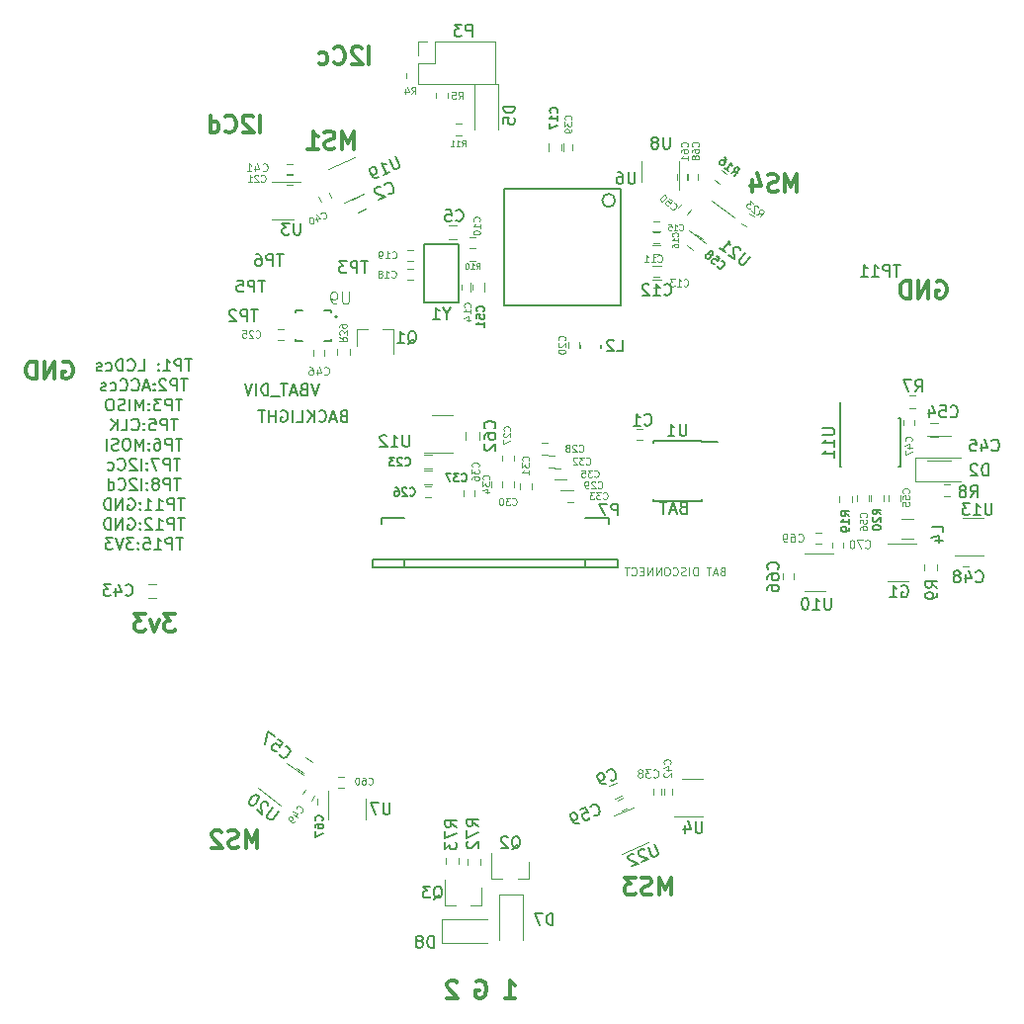
<source format=gbr>
G04 #@! TF.GenerationSoftware,KiCad,Pcbnew,(5.0.2)-1*
G04 #@! TF.CreationDate,2019-01-08T10:51:14-07:00*
G04 #@! TF.ProjectId,MagSensor,4d616753-656e-4736-9f72-2e6b69636164,rev?*
G04 #@! TF.SameCoordinates,Original*
G04 #@! TF.FileFunction,Legend,Bot*
G04 #@! TF.FilePolarity,Positive*
%FSLAX46Y46*%
G04 Gerber Fmt 4.6, Leading zero omitted, Abs format (unit mm)*
G04 Created by KiCad (PCBNEW (5.0.2)-1) date 1/8/2019 10:51:14 AM*
%MOMM*%
%LPD*%
G01*
G04 APERTURE LIST*
%ADD10C,0.300000*%
%ADD11C,0.200000*%
%ADD12C,0.100000*%
%ADD13C,0.120000*%
%ADD14C,0.150000*%
%ADD15C,0.127000*%
%ADD16C,0.050000*%
G04 APERTURE END LIST*
D10*
X106895945Y-95284255D02*
X106895945Y-93784255D01*
X106253088Y-93927112D02*
X106181659Y-93855684D01*
X106038802Y-93784255D01*
X105681659Y-93784255D01*
X105538802Y-93855684D01*
X105467373Y-93927112D01*
X105395945Y-94069969D01*
X105395945Y-94212826D01*
X105467373Y-94427112D01*
X106324516Y-95284255D01*
X105395945Y-95284255D01*
X103895945Y-95141398D02*
X103967373Y-95212826D01*
X104181659Y-95284255D01*
X104324516Y-95284255D01*
X104538802Y-95212826D01*
X104681659Y-95069969D01*
X104753088Y-94927112D01*
X104824516Y-94641398D01*
X104824516Y-94427112D01*
X104753088Y-94141398D01*
X104681659Y-93998541D01*
X104538802Y-93855684D01*
X104324516Y-93784255D01*
X104181659Y-93784255D01*
X103967373Y-93855684D01*
X103895945Y-93927112D01*
X102610230Y-95284255D02*
X102610230Y-93784255D01*
X102610230Y-95212826D02*
X102753088Y-95284255D01*
X103038802Y-95284255D01*
X103181659Y-95212826D01*
X103253088Y-95141398D01*
X103324516Y-94998541D01*
X103324516Y-94569969D01*
X103253088Y-94427112D01*
X103181659Y-94355684D01*
X103038802Y-94284255D01*
X102753088Y-94284255D01*
X102610230Y-94355684D01*
X116220230Y-89424255D02*
X116220230Y-87924255D01*
X115577373Y-88067112D02*
X115505945Y-87995684D01*
X115363088Y-87924255D01*
X115005945Y-87924255D01*
X114863088Y-87995684D01*
X114791659Y-88067112D01*
X114720230Y-88209969D01*
X114720230Y-88352826D01*
X114791659Y-88567112D01*
X115648802Y-89424255D01*
X114720230Y-89424255D01*
X113220230Y-89281398D02*
X113291659Y-89352826D01*
X113505945Y-89424255D01*
X113648802Y-89424255D01*
X113863088Y-89352826D01*
X114005945Y-89209969D01*
X114077373Y-89067112D01*
X114148802Y-88781398D01*
X114148802Y-88567112D01*
X114077373Y-88281398D01*
X114005945Y-88138541D01*
X113863088Y-87995684D01*
X113648802Y-87924255D01*
X113505945Y-87924255D01*
X113291659Y-87995684D01*
X113220230Y-88067112D01*
X111934516Y-89352826D02*
X112077373Y-89424255D01*
X112363088Y-89424255D01*
X112505945Y-89352826D01*
X112577373Y-89281398D01*
X112648802Y-89138541D01*
X112648802Y-88709969D01*
X112577373Y-88567112D01*
X112505945Y-88495684D01*
X112363088Y-88424255D01*
X112077373Y-88424255D01*
X111934516Y-88495684D01*
D11*
X111943564Y-116788064D02*
X111610230Y-117788064D01*
X111276897Y-116788064D01*
X110610230Y-117264255D02*
X110467373Y-117311874D01*
X110419754Y-117359493D01*
X110372135Y-117454731D01*
X110372135Y-117597588D01*
X110419754Y-117692826D01*
X110467373Y-117740445D01*
X110562611Y-117788064D01*
X110943564Y-117788064D01*
X110943564Y-116788064D01*
X110610230Y-116788064D01*
X110514992Y-116835684D01*
X110467373Y-116883303D01*
X110419754Y-116978541D01*
X110419754Y-117073779D01*
X110467373Y-117169017D01*
X110514992Y-117216636D01*
X110610230Y-117264255D01*
X110943564Y-117264255D01*
X109991183Y-117502350D02*
X109514992Y-117502350D01*
X110086421Y-117788064D02*
X109753088Y-116788064D01*
X109419754Y-117788064D01*
X109229278Y-116788064D02*
X108657849Y-116788064D01*
X108943564Y-117788064D02*
X108943564Y-116788064D01*
X108562611Y-117883303D02*
X107800707Y-117883303D01*
X107562611Y-117788064D02*
X107562611Y-116788064D01*
X107324516Y-116788064D01*
X107181659Y-116835684D01*
X107086421Y-116930922D01*
X107038802Y-117026160D01*
X106991183Y-117216636D01*
X106991183Y-117359493D01*
X107038802Y-117549969D01*
X107086421Y-117645207D01*
X107181659Y-117740445D01*
X107324516Y-117788064D01*
X107562611Y-117788064D01*
X106562611Y-117788064D02*
X106562611Y-116788064D01*
X106229278Y-116788064D02*
X105895945Y-117788064D01*
X105562611Y-116788064D01*
X161711183Y-106578064D02*
X161139754Y-106578064D01*
X161425468Y-107578064D02*
X161425468Y-106578064D01*
X160806421Y-107578064D02*
X160806421Y-106578064D01*
X160425468Y-106578064D01*
X160330230Y-106625684D01*
X160282611Y-106673303D01*
X160234992Y-106768541D01*
X160234992Y-106911398D01*
X160282611Y-107006636D01*
X160330230Y-107054255D01*
X160425468Y-107101874D01*
X160806421Y-107101874D01*
X159282611Y-107578064D02*
X159854040Y-107578064D01*
X159568326Y-107578064D02*
X159568326Y-106578064D01*
X159663564Y-106720922D01*
X159758802Y-106816160D01*
X159854040Y-106863779D01*
X158330230Y-107578064D02*
X158901659Y-107578064D01*
X158615945Y-107578064D02*
X158615945Y-106578064D01*
X158711183Y-106720922D01*
X158806421Y-106816160D01*
X158901659Y-106863779D01*
X143091183Y-127374255D02*
X142948326Y-127421874D01*
X142900707Y-127469493D01*
X142853088Y-127564731D01*
X142853088Y-127707588D01*
X142900707Y-127802826D01*
X142948326Y-127850445D01*
X143043564Y-127898064D01*
X143424516Y-127898064D01*
X143424516Y-126898064D01*
X143091183Y-126898064D01*
X142995945Y-126945684D01*
X142948326Y-126993303D01*
X142900707Y-127088541D01*
X142900707Y-127183779D01*
X142948326Y-127279017D01*
X142995945Y-127326636D01*
X143091183Y-127374255D01*
X143424516Y-127374255D01*
X142472135Y-127612350D02*
X141995945Y-127612350D01*
X142567373Y-127898064D02*
X142234040Y-126898064D01*
X141900707Y-127898064D01*
X141710230Y-126898064D02*
X141138802Y-126898064D01*
X141424516Y-127898064D02*
X141424516Y-126898064D01*
X114017849Y-119534255D02*
X113874992Y-119581874D01*
X113827373Y-119629493D01*
X113779754Y-119724731D01*
X113779754Y-119867588D01*
X113827373Y-119962826D01*
X113874992Y-120010445D01*
X113970230Y-120058064D01*
X114351183Y-120058064D01*
X114351183Y-119058064D01*
X114017849Y-119058064D01*
X113922611Y-119105684D01*
X113874992Y-119153303D01*
X113827373Y-119248541D01*
X113827373Y-119343779D01*
X113874992Y-119439017D01*
X113922611Y-119486636D01*
X114017849Y-119534255D01*
X114351183Y-119534255D01*
X113398802Y-119772350D02*
X112922611Y-119772350D01*
X113494040Y-120058064D02*
X113160707Y-119058064D01*
X112827373Y-120058064D01*
X111922611Y-119962826D02*
X111970230Y-120010445D01*
X112113088Y-120058064D01*
X112208326Y-120058064D01*
X112351183Y-120010445D01*
X112446421Y-119915207D01*
X112494040Y-119819969D01*
X112541659Y-119629493D01*
X112541659Y-119486636D01*
X112494040Y-119296160D01*
X112446421Y-119200922D01*
X112351183Y-119105684D01*
X112208326Y-119058064D01*
X112113088Y-119058064D01*
X111970230Y-119105684D01*
X111922611Y-119153303D01*
X111494040Y-120058064D02*
X111494040Y-119058064D01*
X110922611Y-120058064D02*
X111351183Y-119486636D01*
X110922611Y-119058064D02*
X111494040Y-119629493D01*
X110017849Y-120058064D02*
X110494040Y-120058064D01*
X110494040Y-119058064D01*
X109684516Y-120058064D02*
X109684516Y-119058064D01*
X108684516Y-119105684D02*
X108779754Y-119058064D01*
X108922611Y-119058064D01*
X109065468Y-119105684D01*
X109160707Y-119200922D01*
X109208326Y-119296160D01*
X109255945Y-119486636D01*
X109255945Y-119629493D01*
X109208326Y-119819969D01*
X109160707Y-119915207D01*
X109065468Y-120010445D01*
X108922611Y-120058064D01*
X108827373Y-120058064D01*
X108684516Y-120010445D01*
X108636897Y-119962826D01*
X108636897Y-119629493D01*
X108827373Y-119629493D01*
X108208326Y-120058064D02*
X108208326Y-119058064D01*
X108208326Y-119534255D02*
X107636897Y-119534255D01*
X107636897Y-120058064D02*
X107636897Y-119058064D01*
X107303564Y-119058064D02*
X106732135Y-119058064D01*
X107017849Y-120058064D02*
X107017849Y-119058064D01*
X106664992Y-110438064D02*
X106093564Y-110438064D01*
X106379278Y-111438064D02*
X106379278Y-110438064D01*
X105760230Y-111438064D02*
X105760230Y-110438064D01*
X105379278Y-110438064D01*
X105284040Y-110485684D01*
X105236421Y-110533303D01*
X105188802Y-110628541D01*
X105188802Y-110771398D01*
X105236421Y-110866636D01*
X105284040Y-110914255D01*
X105379278Y-110961874D01*
X105760230Y-110961874D01*
X104807849Y-110533303D02*
X104760230Y-110485684D01*
X104664992Y-110438064D01*
X104426897Y-110438064D01*
X104331659Y-110485684D01*
X104284040Y-110533303D01*
X104236421Y-110628541D01*
X104236421Y-110723779D01*
X104284040Y-110866636D01*
X104855468Y-111438064D01*
X104236421Y-111438064D01*
X107304992Y-107918064D02*
X106733564Y-107918064D01*
X107019278Y-108918064D02*
X107019278Y-107918064D01*
X106400230Y-108918064D02*
X106400230Y-107918064D01*
X106019278Y-107918064D01*
X105924040Y-107965684D01*
X105876421Y-108013303D01*
X105828802Y-108108541D01*
X105828802Y-108251398D01*
X105876421Y-108346636D01*
X105924040Y-108394255D01*
X106019278Y-108441874D01*
X106400230Y-108441874D01*
X104924040Y-107918064D02*
X105400230Y-107918064D01*
X105447849Y-108394255D01*
X105400230Y-108346636D01*
X105304992Y-108299017D01*
X105066897Y-108299017D01*
X104971659Y-108346636D01*
X104924040Y-108394255D01*
X104876421Y-108489493D01*
X104876421Y-108727588D01*
X104924040Y-108822826D01*
X104971659Y-108870445D01*
X105066897Y-108918064D01*
X105304992Y-108918064D01*
X105400230Y-108870445D01*
X105447849Y-108822826D01*
X108884992Y-105678064D02*
X108313564Y-105678064D01*
X108599278Y-106678064D02*
X108599278Y-105678064D01*
X107980230Y-106678064D02*
X107980230Y-105678064D01*
X107599278Y-105678064D01*
X107504040Y-105725684D01*
X107456421Y-105773303D01*
X107408802Y-105868541D01*
X107408802Y-106011398D01*
X107456421Y-106106636D01*
X107504040Y-106154255D01*
X107599278Y-106201874D01*
X107980230Y-106201874D01*
X106551659Y-105678064D02*
X106742135Y-105678064D01*
X106837373Y-105725684D01*
X106884992Y-105773303D01*
X106980230Y-105916160D01*
X107027849Y-106106636D01*
X107027849Y-106487588D01*
X106980230Y-106582826D01*
X106932611Y-106630445D01*
X106837373Y-106678064D01*
X106646897Y-106678064D01*
X106551659Y-106630445D01*
X106504040Y-106582826D01*
X106456421Y-106487588D01*
X106456421Y-106249493D01*
X106504040Y-106154255D01*
X106551659Y-106106636D01*
X106646897Y-106059017D01*
X106837373Y-106059017D01*
X106932611Y-106106636D01*
X106980230Y-106154255D01*
X107027849Y-106249493D01*
X116104992Y-106298064D02*
X115533564Y-106298064D01*
X115819278Y-107298064D02*
X115819278Y-106298064D01*
X115200230Y-107298064D02*
X115200230Y-106298064D01*
X114819278Y-106298064D01*
X114724040Y-106345684D01*
X114676421Y-106393303D01*
X114628802Y-106488541D01*
X114628802Y-106631398D01*
X114676421Y-106726636D01*
X114724040Y-106774255D01*
X114819278Y-106821874D01*
X115200230Y-106821874D01*
X114295468Y-106298064D02*
X113676421Y-106298064D01*
X114009754Y-106679017D01*
X113866897Y-106679017D01*
X113771659Y-106726636D01*
X113724040Y-106774255D01*
X113676421Y-106869493D01*
X113676421Y-107107588D01*
X113724040Y-107202826D01*
X113771659Y-107250445D01*
X113866897Y-107298064D01*
X114152611Y-107298064D01*
X114247849Y-107250445D01*
X114295468Y-107202826D01*
X101022135Y-114678064D02*
X100450707Y-114678064D01*
X100736421Y-115678064D02*
X100736421Y-114678064D01*
X100117373Y-115678064D02*
X100117373Y-114678064D01*
X99736421Y-114678064D01*
X99641183Y-114725684D01*
X99593564Y-114773303D01*
X99545945Y-114868541D01*
X99545945Y-115011398D01*
X99593564Y-115106636D01*
X99641183Y-115154255D01*
X99736421Y-115201874D01*
X100117373Y-115201874D01*
X98593564Y-115678064D02*
X99164992Y-115678064D01*
X98879278Y-115678064D02*
X98879278Y-114678064D01*
X98974516Y-114820922D01*
X99069754Y-114916160D01*
X99164992Y-114963779D01*
X98164992Y-115582826D02*
X98117373Y-115630445D01*
X98164992Y-115678064D01*
X98212611Y-115630445D01*
X98164992Y-115582826D01*
X98164992Y-115678064D01*
X98164992Y-115059017D02*
X98117373Y-115106636D01*
X98164992Y-115154255D01*
X98212611Y-115106636D01*
X98164992Y-115059017D01*
X98164992Y-115154255D01*
X96450707Y-115678064D02*
X96926897Y-115678064D01*
X96926897Y-114678064D01*
X95545945Y-115582826D02*
X95593564Y-115630445D01*
X95736421Y-115678064D01*
X95831659Y-115678064D01*
X95974516Y-115630445D01*
X96069754Y-115535207D01*
X96117373Y-115439969D01*
X96164992Y-115249493D01*
X96164992Y-115106636D01*
X96117373Y-114916160D01*
X96069754Y-114820922D01*
X95974516Y-114725684D01*
X95831659Y-114678064D01*
X95736421Y-114678064D01*
X95593564Y-114725684D01*
X95545945Y-114773303D01*
X95117373Y-115678064D02*
X95117373Y-114678064D01*
X94879278Y-114678064D01*
X94736421Y-114725684D01*
X94641183Y-114820922D01*
X94593564Y-114916160D01*
X94545945Y-115106636D01*
X94545945Y-115249493D01*
X94593564Y-115439969D01*
X94641183Y-115535207D01*
X94736421Y-115630445D01*
X94879278Y-115678064D01*
X95117373Y-115678064D01*
X93688802Y-115630445D02*
X93784040Y-115678064D01*
X93974516Y-115678064D01*
X94069754Y-115630445D01*
X94117373Y-115582826D01*
X94164992Y-115487588D01*
X94164992Y-115201874D01*
X94117373Y-115106636D01*
X94069754Y-115059017D01*
X93974516Y-115011398D01*
X93784040Y-115011398D01*
X93688802Y-115059017D01*
X93307849Y-115630445D02*
X93212611Y-115678064D01*
X93022135Y-115678064D01*
X92926897Y-115630445D01*
X92879278Y-115535207D01*
X92879278Y-115487588D01*
X92926897Y-115392350D01*
X93022135Y-115344731D01*
X93164992Y-115344731D01*
X93260230Y-115297112D01*
X93307849Y-115201874D01*
X93307849Y-115154255D01*
X93260230Y-115059017D01*
X93164992Y-115011398D01*
X93022135Y-115011398D01*
X92926897Y-115059017D01*
X100664992Y-116378064D02*
X100093564Y-116378064D01*
X100379278Y-117378064D02*
X100379278Y-116378064D01*
X99760230Y-117378064D02*
X99760230Y-116378064D01*
X99379278Y-116378064D01*
X99284040Y-116425684D01*
X99236421Y-116473303D01*
X99188802Y-116568541D01*
X99188802Y-116711398D01*
X99236421Y-116806636D01*
X99284040Y-116854255D01*
X99379278Y-116901874D01*
X99760230Y-116901874D01*
X98807849Y-116473303D02*
X98760230Y-116425684D01*
X98664992Y-116378064D01*
X98426897Y-116378064D01*
X98331659Y-116425684D01*
X98284040Y-116473303D01*
X98236421Y-116568541D01*
X98236421Y-116663779D01*
X98284040Y-116806636D01*
X98855468Y-117378064D01*
X98236421Y-117378064D01*
X97807849Y-117282826D02*
X97760230Y-117330445D01*
X97807849Y-117378064D01*
X97855468Y-117330445D01*
X97807849Y-117282826D01*
X97807849Y-117378064D01*
X97807849Y-116759017D02*
X97760230Y-116806636D01*
X97807849Y-116854255D01*
X97855468Y-116806636D01*
X97807849Y-116759017D01*
X97807849Y-116854255D01*
X97379278Y-117092350D02*
X96903088Y-117092350D01*
X97474516Y-117378064D02*
X97141183Y-116378064D01*
X96807849Y-117378064D01*
X95903088Y-117282826D02*
X95950707Y-117330445D01*
X96093564Y-117378064D01*
X96188802Y-117378064D01*
X96331659Y-117330445D01*
X96426897Y-117235207D01*
X96474516Y-117139969D01*
X96522135Y-116949493D01*
X96522135Y-116806636D01*
X96474516Y-116616160D01*
X96426897Y-116520922D01*
X96331659Y-116425684D01*
X96188802Y-116378064D01*
X96093564Y-116378064D01*
X95950707Y-116425684D01*
X95903088Y-116473303D01*
X94903088Y-117282826D02*
X94950707Y-117330445D01*
X95093564Y-117378064D01*
X95188802Y-117378064D01*
X95331659Y-117330445D01*
X95426897Y-117235207D01*
X95474516Y-117139969D01*
X95522135Y-116949493D01*
X95522135Y-116806636D01*
X95474516Y-116616160D01*
X95426897Y-116520922D01*
X95331659Y-116425684D01*
X95188802Y-116378064D01*
X95093564Y-116378064D01*
X94950707Y-116425684D01*
X94903088Y-116473303D01*
X94045945Y-117330445D02*
X94141183Y-117378064D01*
X94331659Y-117378064D01*
X94426897Y-117330445D01*
X94474516Y-117282826D01*
X94522135Y-117187588D01*
X94522135Y-116901874D01*
X94474516Y-116806636D01*
X94426897Y-116759017D01*
X94331659Y-116711398D01*
X94141183Y-116711398D01*
X94045945Y-116759017D01*
X93664992Y-117330445D02*
X93569754Y-117378064D01*
X93379278Y-117378064D01*
X93284040Y-117330445D01*
X93236421Y-117235207D01*
X93236421Y-117187588D01*
X93284040Y-117092350D01*
X93379278Y-117044731D01*
X93522135Y-117044731D01*
X93617373Y-116997112D01*
X93664992Y-116901874D01*
X93664992Y-116854255D01*
X93617373Y-116759017D01*
X93522135Y-116711398D01*
X93379278Y-116711398D01*
X93284040Y-116759017D01*
X100212611Y-118078064D02*
X99641183Y-118078064D01*
X99926897Y-119078064D02*
X99926897Y-118078064D01*
X99307849Y-119078064D02*
X99307849Y-118078064D01*
X98926897Y-118078064D01*
X98831659Y-118125684D01*
X98784040Y-118173303D01*
X98736421Y-118268541D01*
X98736421Y-118411398D01*
X98784040Y-118506636D01*
X98831659Y-118554255D01*
X98926897Y-118601874D01*
X99307849Y-118601874D01*
X98403088Y-118078064D02*
X97784040Y-118078064D01*
X98117373Y-118459017D01*
X97974516Y-118459017D01*
X97879278Y-118506636D01*
X97831659Y-118554255D01*
X97784040Y-118649493D01*
X97784040Y-118887588D01*
X97831659Y-118982826D01*
X97879278Y-119030445D01*
X97974516Y-119078064D01*
X98260230Y-119078064D01*
X98355468Y-119030445D01*
X98403088Y-118982826D01*
X97355468Y-118982826D02*
X97307849Y-119030445D01*
X97355468Y-119078064D01*
X97403088Y-119030445D01*
X97355468Y-118982826D01*
X97355468Y-119078064D01*
X97355468Y-118459017D02*
X97307849Y-118506636D01*
X97355468Y-118554255D01*
X97403088Y-118506636D01*
X97355468Y-118459017D01*
X97355468Y-118554255D01*
X96879278Y-119078064D02*
X96879278Y-118078064D01*
X96545945Y-118792350D01*
X96212611Y-118078064D01*
X96212611Y-119078064D01*
X95736421Y-119078064D02*
X95736421Y-118078064D01*
X95307849Y-119030445D02*
X95164992Y-119078064D01*
X94926897Y-119078064D01*
X94831659Y-119030445D01*
X94784040Y-118982826D01*
X94736421Y-118887588D01*
X94736421Y-118792350D01*
X94784040Y-118697112D01*
X94831659Y-118649493D01*
X94926897Y-118601874D01*
X95117373Y-118554255D01*
X95212611Y-118506636D01*
X95260230Y-118459017D01*
X95307849Y-118363779D01*
X95307849Y-118268541D01*
X95260230Y-118173303D01*
X95212611Y-118125684D01*
X95117373Y-118078064D01*
X94879278Y-118078064D01*
X94736421Y-118125684D01*
X94117373Y-118078064D02*
X93926897Y-118078064D01*
X93831659Y-118125684D01*
X93736421Y-118220922D01*
X93688802Y-118411398D01*
X93688802Y-118744731D01*
X93736421Y-118935207D01*
X93831659Y-119030445D01*
X93926897Y-119078064D01*
X94117373Y-119078064D01*
X94212611Y-119030445D01*
X94307849Y-118935207D01*
X94355468Y-118744731D01*
X94355468Y-118411398D01*
X94307849Y-118220922D01*
X94212611Y-118125684D01*
X94117373Y-118078064D01*
X99807849Y-119778064D02*
X99236421Y-119778064D01*
X99522135Y-120778064D02*
X99522135Y-119778064D01*
X98903088Y-120778064D02*
X98903088Y-119778064D01*
X98522135Y-119778064D01*
X98426897Y-119825684D01*
X98379278Y-119873303D01*
X98331659Y-119968541D01*
X98331659Y-120111398D01*
X98379278Y-120206636D01*
X98426897Y-120254255D01*
X98522135Y-120301874D01*
X98903088Y-120301874D01*
X97426897Y-119778064D02*
X97903088Y-119778064D01*
X97950707Y-120254255D01*
X97903088Y-120206636D01*
X97807849Y-120159017D01*
X97569754Y-120159017D01*
X97474516Y-120206636D01*
X97426897Y-120254255D01*
X97379278Y-120349493D01*
X97379278Y-120587588D01*
X97426897Y-120682826D01*
X97474516Y-120730445D01*
X97569754Y-120778064D01*
X97807849Y-120778064D01*
X97903088Y-120730445D01*
X97950707Y-120682826D01*
X96950707Y-120682826D02*
X96903088Y-120730445D01*
X96950707Y-120778064D01*
X96998326Y-120730445D01*
X96950707Y-120682826D01*
X96950707Y-120778064D01*
X96950707Y-120159017D02*
X96903088Y-120206636D01*
X96950707Y-120254255D01*
X96998326Y-120206636D01*
X96950707Y-120159017D01*
X96950707Y-120254255D01*
X95903088Y-120682826D02*
X95950707Y-120730445D01*
X96093564Y-120778064D01*
X96188802Y-120778064D01*
X96331659Y-120730445D01*
X96426897Y-120635207D01*
X96474516Y-120539969D01*
X96522135Y-120349493D01*
X96522135Y-120206636D01*
X96474516Y-120016160D01*
X96426897Y-119920922D01*
X96331659Y-119825684D01*
X96188802Y-119778064D01*
X96093564Y-119778064D01*
X95950707Y-119825684D01*
X95903088Y-119873303D01*
X94998326Y-120778064D02*
X95474516Y-120778064D01*
X95474516Y-119778064D01*
X94664992Y-120778064D02*
X94664992Y-119778064D01*
X94093564Y-120778064D02*
X94522135Y-120206636D01*
X94093564Y-119778064D02*
X94664992Y-120349493D01*
X100212611Y-121478064D02*
X99641183Y-121478064D01*
X99926897Y-122478064D02*
X99926897Y-121478064D01*
X99307849Y-122478064D02*
X99307849Y-121478064D01*
X98926897Y-121478064D01*
X98831659Y-121525684D01*
X98784040Y-121573303D01*
X98736421Y-121668541D01*
X98736421Y-121811398D01*
X98784040Y-121906636D01*
X98831659Y-121954255D01*
X98926897Y-122001874D01*
X99307849Y-122001874D01*
X97879278Y-121478064D02*
X98069754Y-121478064D01*
X98164992Y-121525684D01*
X98212611Y-121573303D01*
X98307849Y-121716160D01*
X98355468Y-121906636D01*
X98355468Y-122287588D01*
X98307849Y-122382826D01*
X98260230Y-122430445D01*
X98164992Y-122478064D01*
X97974516Y-122478064D01*
X97879278Y-122430445D01*
X97831659Y-122382826D01*
X97784040Y-122287588D01*
X97784040Y-122049493D01*
X97831659Y-121954255D01*
X97879278Y-121906636D01*
X97974516Y-121859017D01*
X98164992Y-121859017D01*
X98260230Y-121906636D01*
X98307849Y-121954255D01*
X98355468Y-122049493D01*
X97355468Y-122382826D02*
X97307849Y-122430445D01*
X97355468Y-122478064D01*
X97403088Y-122430445D01*
X97355468Y-122382826D01*
X97355468Y-122478064D01*
X97355468Y-121859017D02*
X97307849Y-121906636D01*
X97355468Y-121954255D01*
X97403088Y-121906636D01*
X97355468Y-121859017D01*
X97355468Y-121954255D01*
X96879278Y-122478064D02*
X96879278Y-121478064D01*
X96545945Y-122192350D01*
X96212611Y-121478064D01*
X96212611Y-122478064D01*
X95545945Y-121478064D02*
X95355468Y-121478064D01*
X95260230Y-121525684D01*
X95164992Y-121620922D01*
X95117373Y-121811398D01*
X95117373Y-122144731D01*
X95164992Y-122335207D01*
X95260230Y-122430445D01*
X95355468Y-122478064D01*
X95545945Y-122478064D01*
X95641183Y-122430445D01*
X95736421Y-122335207D01*
X95784040Y-122144731D01*
X95784040Y-121811398D01*
X95736421Y-121620922D01*
X95641183Y-121525684D01*
X95545945Y-121478064D01*
X94736421Y-122430445D02*
X94593564Y-122478064D01*
X94355468Y-122478064D01*
X94260230Y-122430445D01*
X94212611Y-122382826D01*
X94164992Y-122287588D01*
X94164992Y-122192350D01*
X94212611Y-122097112D01*
X94260230Y-122049493D01*
X94355468Y-122001874D01*
X94545945Y-121954255D01*
X94641183Y-121906636D01*
X94688802Y-121859017D01*
X94736421Y-121763779D01*
X94736421Y-121668541D01*
X94688802Y-121573303D01*
X94641183Y-121525684D01*
X94545945Y-121478064D01*
X94307849Y-121478064D01*
X94164992Y-121525684D01*
X93736421Y-122478064D02*
X93736421Y-121478064D01*
X100045945Y-123178064D02*
X99474516Y-123178064D01*
X99760230Y-124178064D02*
X99760230Y-123178064D01*
X99141183Y-124178064D02*
X99141183Y-123178064D01*
X98760230Y-123178064D01*
X98664992Y-123225684D01*
X98617373Y-123273303D01*
X98569754Y-123368541D01*
X98569754Y-123511398D01*
X98617373Y-123606636D01*
X98664992Y-123654255D01*
X98760230Y-123701874D01*
X99141183Y-123701874D01*
X98236421Y-123178064D02*
X97569754Y-123178064D01*
X97998326Y-124178064D01*
X97188802Y-124082826D02*
X97141183Y-124130445D01*
X97188802Y-124178064D01*
X97236421Y-124130445D01*
X97188802Y-124082826D01*
X97188802Y-124178064D01*
X97188802Y-123559017D02*
X97141183Y-123606636D01*
X97188802Y-123654255D01*
X97236421Y-123606636D01*
X97188802Y-123559017D01*
X97188802Y-123654255D01*
X96712611Y-124178064D02*
X96712611Y-123178064D01*
X96284040Y-123273303D02*
X96236421Y-123225684D01*
X96141183Y-123178064D01*
X95903088Y-123178064D01*
X95807849Y-123225684D01*
X95760230Y-123273303D01*
X95712611Y-123368541D01*
X95712611Y-123463779D01*
X95760230Y-123606636D01*
X96331659Y-124178064D01*
X95712611Y-124178064D01*
X94712611Y-124082826D02*
X94760230Y-124130445D01*
X94903088Y-124178064D01*
X94998326Y-124178064D01*
X95141183Y-124130445D01*
X95236421Y-124035207D01*
X95284040Y-123939969D01*
X95331659Y-123749493D01*
X95331659Y-123606636D01*
X95284040Y-123416160D01*
X95236421Y-123320922D01*
X95141183Y-123225684D01*
X94998326Y-123178064D01*
X94903088Y-123178064D01*
X94760230Y-123225684D01*
X94712611Y-123273303D01*
X93855468Y-124130445D02*
X93950707Y-124178064D01*
X94141183Y-124178064D01*
X94236421Y-124130445D01*
X94284040Y-124082826D01*
X94331659Y-123987588D01*
X94331659Y-123701874D01*
X94284040Y-123606636D01*
X94236421Y-123559017D01*
X94141183Y-123511398D01*
X93950707Y-123511398D01*
X93855468Y-123559017D01*
X100069754Y-124878064D02*
X99498326Y-124878064D01*
X99784040Y-125878064D02*
X99784040Y-124878064D01*
X99164992Y-125878064D02*
X99164992Y-124878064D01*
X98784040Y-124878064D01*
X98688802Y-124925684D01*
X98641183Y-124973303D01*
X98593564Y-125068541D01*
X98593564Y-125211398D01*
X98641183Y-125306636D01*
X98688802Y-125354255D01*
X98784040Y-125401874D01*
X99164992Y-125401874D01*
X98022135Y-125306636D02*
X98117373Y-125259017D01*
X98164992Y-125211398D01*
X98212611Y-125116160D01*
X98212611Y-125068541D01*
X98164992Y-124973303D01*
X98117373Y-124925684D01*
X98022135Y-124878064D01*
X97831659Y-124878064D01*
X97736421Y-124925684D01*
X97688802Y-124973303D01*
X97641183Y-125068541D01*
X97641183Y-125116160D01*
X97688802Y-125211398D01*
X97736421Y-125259017D01*
X97831659Y-125306636D01*
X98022135Y-125306636D01*
X98117373Y-125354255D01*
X98164992Y-125401874D01*
X98212611Y-125497112D01*
X98212611Y-125687588D01*
X98164992Y-125782826D01*
X98117373Y-125830445D01*
X98022135Y-125878064D01*
X97831659Y-125878064D01*
X97736421Y-125830445D01*
X97688802Y-125782826D01*
X97641183Y-125687588D01*
X97641183Y-125497112D01*
X97688802Y-125401874D01*
X97736421Y-125354255D01*
X97831659Y-125306636D01*
X97212611Y-125782826D02*
X97164992Y-125830445D01*
X97212611Y-125878064D01*
X97260230Y-125830445D01*
X97212611Y-125782826D01*
X97212611Y-125878064D01*
X97212611Y-125259017D02*
X97164992Y-125306636D01*
X97212611Y-125354255D01*
X97260230Y-125306636D01*
X97212611Y-125259017D01*
X97212611Y-125354255D01*
X96736421Y-125878064D02*
X96736421Y-124878064D01*
X96307849Y-124973303D02*
X96260230Y-124925684D01*
X96164992Y-124878064D01*
X95926897Y-124878064D01*
X95831659Y-124925684D01*
X95784040Y-124973303D01*
X95736421Y-125068541D01*
X95736421Y-125163779D01*
X95784040Y-125306636D01*
X96355468Y-125878064D01*
X95736421Y-125878064D01*
X94736421Y-125782826D02*
X94784040Y-125830445D01*
X94926897Y-125878064D01*
X95022135Y-125878064D01*
X95164992Y-125830445D01*
X95260230Y-125735207D01*
X95307849Y-125639969D01*
X95355468Y-125449493D01*
X95355468Y-125306636D01*
X95307849Y-125116160D01*
X95260230Y-125020922D01*
X95164992Y-124925684D01*
X95022135Y-124878064D01*
X94926897Y-124878064D01*
X94784040Y-124925684D01*
X94736421Y-124973303D01*
X93879278Y-125878064D02*
X93879278Y-124878064D01*
X93879278Y-125830445D02*
X93974516Y-125878064D01*
X94164992Y-125878064D01*
X94260230Y-125830445D01*
X94307849Y-125782826D01*
X94355468Y-125687588D01*
X94355468Y-125401874D01*
X94307849Y-125306636D01*
X94260230Y-125259017D01*
X94164992Y-125211398D01*
X93974516Y-125211398D01*
X93879278Y-125259017D01*
X100403088Y-126578064D02*
X99831659Y-126578064D01*
X100117373Y-127578064D02*
X100117373Y-126578064D01*
X99498326Y-127578064D02*
X99498326Y-126578064D01*
X99117373Y-126578064D01*
X99022135Y-126625684D01*
X98974516Y-126673303D01*
X98926897Y-126768541D01*
X98926897Y-126911398D01*
X98974516Y-127006636D01*
X99022135Y-127054255D01*
X99117373Y-127101874D01*
X99498326Y-127101874D01*
X97974516Y-127578064D02*
X98545945Y-127578064D01*
X98260230Y-127578064D02*
X98260230Y-126578064D01*
X98355468Y-126720922D01*
X98450707Y-126816160D01*
X98545945Y-126863779D01*
X97022135Y-127578064D02*
X97593564Y-127578064D01*
X97307849Y-127578064D02*
X97307849Y-126578064D01*
X97403088Y-126720922D01*
X97498326Y-126816160D01*
X97593564Y-126863779D01*
X96593564Y-127482826D02*
X96545945Y-127530445D01*
X96593564Y-127578064D01*
X96641183Y-127530445D01*
X96593564Y-127482826D01*
X96593564Y-127578064D01*
X96593564Y-126959017D02*
X96545945Y-127006636D01*
X96593564Y-127054255D01*
X96641183Y-127006636D01*
X96593564Y-126959017D01*
X96593564Y-127054255D01*
X95593564Y-126625684D02*
X95688802Y-126578064D01*
X95831659Y-126578064D01*
X95974516Y-126625684D01*
X96069754Y-126720922D01*
X96117373Y-126816160D01*
X96164992Y-127006636D01*
X96164992Y-127149493D01*
X96117373Y-127339969D01*
X96069754Y-127435207D01*
X95974516Y-127530445D01*
X95831659Y-127578064D01*
X95736421Y-127578064D01*
X95593564Y-127530445D01*
X95545945Y-127482826D01*
X95545945Y-127149493D01*
X95736421Y-127149493D01*
X95117373Y-127578064D02*
X95117373Y-126578064D01*
X94545945Y-127578064D01*
X94545945Y-126578064D01*
X94069754Y-127578064D02*
X94069754Y-126578064D01*
X93831659Y-126578064D01*
X93688802Y-126625684D01*
X93593564Y-126720922D01*
X93545945Y-126816160D01*
X93498326Y-127006636D01*
X93498326Y-127149493D01*
X93545945Y-127339969D01*
X93593564Y-127435207D01*
X93688802Y-127530445D01*
X93831659Y-127578064D01*
X94069754Y-127578064D01*
X100403088Y-128278064D02*
X99831659Y-128278064D01*
X100117373Y-129278064D02*
X100117373Y-128278064D01*
X99498326Y-129278064D02*
X99498326Y-128278064D01*
X99117373Y-128278064D01*
X99022135Y-128325684D01*
X98974516Y-128373303D01*
X98926897Y-128468541D01*
X98926897Y-128611398D01*
X98974516Y-128706636D01*
X99022135Y-128754255D01*
X99117373Y-128801874D01*
X99498326Y-128801874D01*
X97974516Y-129278064D02*
X98545945Y-129278064D01*
X98260230Y-129278064D02*
X98260230Y-128278064D01*
X98355468Y-128420922D01*
X98450707Y-128516160D01*
X98545945Y-128563779D01*
X97593564Y-128373303D02*
X97545945Y-128325684D01*
X97450707Y-128278064D01*
X97212611Y-128278064D01*
X97117373Y-128325684D01*
X97069754Y-128373303D01*
X97022135Y-128468541D01*
X97022135Y-128563779D01*
X97069754Y-128706636D01*
X97641183Y-129278064D01*
X97022135Y-129278064D01*
X96593564Y-129182826D02*
X96545945Y-129230445D01*
X96593564Y-129278064D01*
X96641183Y-129230445D01*
X96593564Y-129182826D01*
X96593564Y-129278064D01*
X96593564Y-128659017D02*
X96545945Y-128706636D01*
X96593564Y-128754255D01*
X96641183Y-128706636D01*
X96593564Y-128659017D01*
X96593564Y-128754255D01*
X95593564Y-128325684D02*
X95688802Y-128278064D01*
X95831659Y-128278064D01*
X95974516Y-128325684D01*
X96069754Y-128420922D01*
X96117373Y-128516160D01*
X96164992Y-128706636D01*
X96164992Y-128849493D01*
X96117373Y-129039969D01*
X96069754Y-129135207D01*
X95974516Y-129230445D01*
X95831659Y-129278064D01*
X95736421Y-129278064D01*
X95593564Y-129230445D01*
X95545945Y-129182826D01*
X95545945Y-128849493D01*
X95736421Y-128849493D01*
X95117373Y-129278064D02*
X95117373Y-128278064D01*
X94545945Y-129278064D01*
X94545945Y-128278064D01*
X94069754Y-129278064D02*
X94069754Y-128278064D01*
X93831659Y-128278064D01*
X93688802Y-128325684D01*
X93593564Y-128420922D01*
X93545945Y-128516160D01*
X93498326Y-128706636D01*
X93498326Y-128849493D01*
X93545945Y-129039969D01*
X93593564Y-129135207D01*
X93688802Y-129230445D01*
X93831659Y-129278064D01*
X94069754Y-129278064D01*
X100260230Y-129978064D02*
X99688802Y-129978064D01*
X99974516Y-130978064D02*
X99974516Y-129978064D01*
X99355468Y-130978064D02*
X99355468Y-129978064D01*
X98974516Y-129978064D01*
X98879278Y-130025684D01*
X98831659Y-130073303D01*
X98784040Y-130168541D01*
X98784040Y-130311398D01*
X98831659Y-130406636D01*
X98879278Y-130454255D01*
X98974516Y-130501874D01*
X99355468Y-130501874D01*
X97831659Y-130978064D02*
X98403088Y-130978064D01*
X98117373Y-130978064D02*
X98117373Y-129978064D01*
X98212611Y-130120922D01*
X98307849Y-130216160D01*
X98403088Y-130263779D01*
X96926897Y-129978064D02*
X97403088Y-129978064D01*
X97450707Y-130454255D01*
X97403088Y-130406636D01*
X97307849Y-130359017D01*
X97069754Y-130359017D01*
X96974516Y-130406636D01*
X96926897Y-130454255D01*
X96879278Y-130549493D01*
X96879278Y-130787588D01*
X96926897Y-130882826D01*
X96974516Y-130930445D01*
X97069754Y-130978064D01*
X97307849Y-130978064D01*
X97403088Y-130930445D01*
X97450707Y-130882826D01*
X96450707Y-130882826D02*
X96403088Y-130930445D01*
X96450707Y-130978064D01*
X96498326Y-130930445D01*
X96450707Y-130882826D01*
X96450707Y-130978064D01*
X96450707Y-130359017D02*
X96403088Y-130406636D01*
X96450707Y-130454255D01*
X96498326Y-130406636D01*
X96450707Y-130359017D01*
X96450707Y-130454255D01*
X96069754Y-129978064D02*
X95450707Y-129978064D01*
X95784040Y-130359017D01*
X95641183Y-130359017D01*
X95545945Y-130406636D01*
X95498326Y-130454255D01*
X95450707Y-130549493D01*
X95450707Y-130787588D01*
X95498326Y-130882826D01*
X95545945Y-130930445D01*
X95641183Y-130978064D01*
X95926897Y-130978064D01*
X96022135Y-130930445D01*
X96069754Y-130882826D01*
X95164992Y-129978064D02*
X94831659Y-130978064D01*
X94498326Y-129978064D01*
X94260230Y-129978064D02*
X93641183Y-129978064D01*
X93974516Y-130359017D01*
X93831659Y-130359017D01*
X93736421Y-130406636D01*
X93688802Y-130454255D01*
X93641183Y-130549493D01*
X93641183Y-130787588D01*
X93688802Y-130882826D01*
X93736421Y-130930445D01*
X93831659Y-130978064D01*
X94117373Y-130978064D01*
X94212611Y-130930445D01*
X94260230Y-130882826D01*
D10*
X99628802Y-136504255D02*
X98700230Y-136504255D01*
X99200230Y-137075684D01*
X98985945Y-137075684D01*
X98843088Y-137147112D01*
X98771659Y-137218541D01*
X98700230Y-137361398D01*
X98700230Y-137718541D01*
X98771659Y-137861398D01*
X98843088Y-137932826D01*
X98985945Y-138004255D01*
X99414516Y-138004255D01*
X99557373Y-137932826D01*
X99628802Y-137861398D01*
X98200230Y-137004255D02*
X97843088Y-138004255D01*
X97485945Y-137004255D01*
X97057373Y-136504255D02*
X96128802Y-136504255D01*
X96628802Y-137075684D01*
X96414516Y-137075684D01*
X96271659Y-137147112D01*
X96200230Y-137218541D01*
X96128802Y-137361398D01*
X96128802Y-137718541D01*
X96200230Y-137861398D01*
X96271659Y-137932826D01*
X96414516Y-138004255D01*
X96843088Y-138004255D01*
X96985945Y-137932826D01*
X97057373Y-137861398D01*
X89985945Y-114935684D02*
X90128802Y-114864255D01*
X90343088Y-114864255D01*
X90557373Y-114935684D01*
X90700230Y-115078541D01*
X90771659Y-115221398D01*
X90843088Y-115507112D01*
X90843088Y-115721398D01*
X90771659Y-116007112D01*
X90700230Y-116149969D01*
X90557373Y-116292826D01*
X90343088Y-116364255D01*
X90200230Y-116364255D01*
X89985945Y-116292826D01*
X89914516Y-116221398D01*
X89914516Y-115721398D01*
X90200230Y-115721398D01*
X89271659Y-116364255D02*
X89271659Y-114864255D01*
X88414516Y-116364255D01*
X88414516Y-114864255D01*
X87700230Y-116364255D02*
X87700230Y-114864255D01*
X87343088Y-114864255D01*
X87128802Y-114935684D01*
X86985945Y-115078541D01*
X86914516Y-115221398D01*
X86843088Y-115507112D01*
X86843088Y-115721398D01*
X86914516Y-116007112D01*
X86985945Y-116149969D01*
X87128802Y-116292826D01*
X87343088Y-116364255D01*
X87700230Y-116364255D01*
X164835945Y-108025684D02*
X164978802Y-107954255D01*
X165193088Y-107954255D01*
X165407373Y-108025684D01*
X165550230Y-108168541D01*
X165621659Y-108311398D01*
X165693088Y-108597112D01*
X165693088Y-108811398D01*
X165621659Y-109097112D01*
X165550230Y-109239969D01*
X165407373Y-109382826D01*
X165193088Y-109454255D01*
X165050230Y-109454255D01*
X164835945Y-109382826D01*
X164764516Y-109311398D01*
X164764516Y-108811398D01*
X165050230Y-108811398D01*
X164121659Y-109454255D02*
X164121659Y-107954255D01*
X163264516Y-109454255D01*
X163264516Y-107954255D01*
X162550230Y-109454255D02*
X162550230Y-107954255D01*
X162193088Y-107954255D01*
X161978802Y-108025684D01*
X161835945Y-108168541D01*
X161764516Y-108311398D01*
X161693088Y-108597112D01*
X161693088Y-108811398D01*
X161764516Y-109097112D01*
X161835945Y-109239969D01*
X161978802Y-109382826D01*
X162193088Y-109454255D01*
X162550230Y-109454255D01*
D12*
X146469754Y-132835684D02*
X146369754Y-132869017D01*
X146336421Y-132902350D01*
X146303088Y-132969017D01*
X146303088Y-133069017D01*
X146336421Y-133135684D01*
X146369754Y-133169017D01*
X146436421Y-133202350D01*
X146703088Y-133202350D01*
X146703088Y-132502350D01*
X146469754Y-132502350D01*
X146403088Y-132535684D01*
X146369754Y-132569017D01*
X146336421Y-132635684D01*
X146336421Y-132702350D01*
X146369754Y-132769017D01*
X146403088Y-132802350D01*
X146469754Y-132835684D01*
X146703088Y-132835684D01*
X146036421Y-133002350D02*
X145703088Y-133002350D01*
X146103088Y-133202350D02*
X145869754Y-132502350D01*
X145636421Y-133202350D01*
X145503088Y-132502350D02*
X145103088Y-132502350D01*
X145303088Y-133202350D02*
X145303088Y-132502350D01*
X144336421Y-133202350D02*
X144336421Y-132502350D01*
X144169754Y-132502350D01*
X144069754Y-132535684D01*
X144003088Y-132602350D01*
X143969754Y-132669017D01*
X143936421Y-132802350D01*
X143936421Y-132902350D01*
X143969754Y-133035684D01*
X144003088Y-133102350D01*
X144069754Y-133169017D01*
X144169754Y-133202350D01*
X144336421Y-133202350D01*
X143636421Y-133202350D02*
X143636421Y-132502350D01*
X143336421Y-133169017D02*
X143236421Y-133202350D01*
X143069754Y-133202350D01*
X143003088Y-133169017D01*
X142969754Y-133135684D01*
X142936421Y-133069017D01*
X142936421Y-133002350D01*
X142969754Y-132935684D01*
X143003088Y-132902350D01*
X143069754Y-132869017D01*
X143203088Y-132835684D01*
X143269754Y-132802350D01*
X143303088Y-132769017D01*
X143336421Y-132702350D01*
X143336421Y-132635684D01*
X143303088Y-132569017D01*
X143269754Y-132535684D01*
X143203088Y-132502350D01*
X143036421Y-132502350D01*
X142936421Y-132535684D01*
X142236421Y-133135684D02*
X142269754Y-133169017D01*
X142369754Y-133202350D01*
X142436421Y-133202350D01*
X142536421Y-133169017D01*
X142603088Y-133102350D01*
X142636421Y-133035684D01*
X142669754Y-132902350D01*
X142669754Y-132802350D01*
X142636421Y-132669017D01*
X142603088Y-132602350D01*
X142536421Y-132535684D01*
X142436421Y-132502350D01*
X142369754Y-132502350D01*
X142269754Y-132535684D01*
X142236421Y-132569017D01*
X141803088Y-132502350D02*
X141669754Y-132502350D01*
X141603088Y-132535684D01*
X141536421Y-132602350D01*
X141503088Y-132735684D01*
X141503088Y-132969017D01*
X141536421Y-133102350D01*
X141603088Y-133169017D01*
X141669754Y-133202350D01*
X141803088Y-133202350D01*
X141869754Y-133169017D01*
X141936421Y-133102350D01*
X141969754Y-132969017D01*
X141969754Y-132735684D01*
X141936421Y-132602350D01*
X141869754Y-132535684D01*
X141803088Y-132502350D01*
X141203088Y-133202350D02*
X141203088Y-132502350D01*
X140803088Y-133202350D01*
X140803088Y-132502350D01*
X140469754Y-133202350D02*
X140469754Y-132502350D01*
X140069754Y-133202350D01*
X140069754Y-132502350D01*
X139736421Y-132835684D02*
X139503088Y-132835684D01*
X139403088Y-133202350D02*
X139736421Y-133202350D01*
X139736421Y-132502350D01*
X139403088Y-132502350D01*
X138703088Y-133135684D02*
X138736421Y-133169017D01*
X138836421Y-133202350D01*
X138903088Y-133202350D01*
X139003088Y-133169017D01*
X139069754Y-133102350D01*
X139103088Y-133035684D01*
X139136421Y-132902350D01*
X139136421Y-132802350D01*
X139103088Y-132669017D01*
X139069754Y-132602350D01*
X139003088Y-132535684D01*
X138903088Y-132502350D01*
X138836421Y-132502350D01*
X138736421Y-132535684D01*
X138703088Y-132569017D01*
X138503088Y-132502350D02*
X138103088Y-132502350D01*
X138303088Y-133202350D02*
X138303088Y-132502350D01*
D10*
X123751659Y-168027112D02*
X123680230Y-167955684D01*
X123537373Y-167884255D01*
X123180230Y-167884255D01*
X123037373Y-167955684D01*
X122965945Y-168027112D01*
X122894516Y-168169969D01*
X122894516Y-168312826D01*
X122965945Y-168527112D01*
X123823088Y-169384255D01*
X122894516Y-169384255D01*
X127894516Y-169384255D02*
X128751659Y-169384255D01*
X128323088Y-169384255D02*
X128323088Y-167884255D01*
X128465945Y-168098541D01*
X128608802Y-168241398D01*
X128751659Y-168312826D01*
X125430230Y-167955684D02*
X125573088Y-167884255D01*
X125787373Y-167884255D01*
X126001659Y-167955684D01*
X126144516Y-168098541D01*
X126215945Y-168241398D01*
X126287373Y-168527112D01*
X126287373Y-168741398D01*
X126215945Y-169027112D01*
X126144516Y-169169969D01*
X126001659Y-169312826D01*
X125787373Y-169384255D01*
X125644516Y-169384255D01*
X125430230Y-169312826D01*
X125358802Y-169241398D01*
X125358802Y-168741398D01*
X125644516Y-168741398D01*
X106651659Y-156514255D02*
X106651659Y-155014255D01*
X106151659Y-156085684D01*
X105651659Y-155014255D01*
X105651659Y-156514255D01*
X105008802Y-156442826D02*
X104794516Y-156514255D01*
X104437373Y-156514255D01*
X104294516Y-156442826D01*
X104223088Y-156371398D01*
X104151659Y-156228541D01*
X104151659Y-156085684D01*
X104223088Y-155942826D01*
X104294516Y-155871398D01*
X104437373Y-155799969D01*
X104723088Y-155728541D01*
X104865945Y-155657112D01*
X104937373Y-155585684D01*
X105008802Y-155442826D01*
X105008802Y-155299969D01*
X104937373Y-155157112D01*
X104865945Y-155085684D01*
X104723088Y-155014255D01*
X104365945Y-155014255D01*
X104151659Y-155085684D01*
X103580230Y-155157112D02*
X103508802Y-155085684D01*
X103365945Y-155014255D01*
X103008802Y-155014255D01*
X102865945Y-155085684D01*
X102794516Y-155157112D01*
X102723088Y-155299969D01*
X102723088Y-155442826D01*
X102794516Y-155657112D01*
X103651659Y-156514255D01*
X102723088Y-156514255D01*
X142051659Y-160564255D02*
X142051659Y-159064255D01*
X141551659Y-160135684D01*
X141051659Y-159064255D01*
X141051659Y-160564255D01*
X140408802Y-160492826D02*
X140194516Y-160564255D01*
X139837373Y-160564255D01*
X139694516Y-160492826D01*
X139623088Y-160421398D01*
X139551659Y-160278541D01*
X139551659Y-160135684D01*
X139623088Y-159992826D01*
X139694516Y-159921398D01*
X139837373Y-159849969D01*
X140123088Y-159778541D01*
X140265945Y-159707112D01*
X140337373Y-159635684D01*
X140408802Y-159492826D01*
X140408802Y-159349969D01*
X140337373Y-159207112D01*
X140265945Y-159135684D01*
X140123088Y-159064255D01*
X139765945Y-159064255D01*
X139551659Y-159135684D01*
X139051659Y-159064255D02*
X138123088Y-159064255D01*
X138623088Y-159635684D01*
X138408802Y-159635684D01*
X138265945Y-159707112D01*
X138194516Y-159778541D01*
X138123088Y-159921398D01*
X138123088Y-160278541D01*
X138194516Y-160421398D01*
X138265945Y-160492826D01*
X138408802Y-160564255D01*
X138837373Y-160564255D01*
X138980230Y-160492826D01*
X139051659Y-160421398D01*
X152861659Y-100304255D02*
X152861659Y-98804255D01*
X152361659Y-99875684D01*
X151861659Y-98804255D01*
X151861659Y-100304255D01*
X151218802Y-100232826D02*
X151004516Y-100304255D01*
X150647373Y-100304255D01*
X150504516Y-100232826D01*
X150433088Y-100161398D01*
X150361659Y-100018541D01*
X150361659Y-99875684D01*
X150433088Y-99732826D01*
X150504516Y-99661398D01*
X150647373Y-99589969D01*
X150933088Y-99518541D01*
X151075945Y-99447112D01*
X151147373Y-99375684D01*
X151218802Y-99232826D01*
X151218802Y-99089969D01*
X151147373Y-98947112D01*
X151075945Y-98875684D01*
X150933088Y-98804255D01*
X150575945Y-98804255D01*
X150361659Y-98875684D01*
X149075945Y-99304255D02*
X149075945Y-100304255D01*
X149433088Y-98732826D02*
X149790230Y-99804255D01*
X148861659Y-99804255D01*
X114901659Y-96654255D02*
X114901659Y-95154255D01*
X114401659Y-96225684D01*
X113901659Y-95154255D01*
X113901659Y-96654255D01*
X113258802Y-96582826D02*
X113044516Y-96654255D01*
X112687373Y-96654255D01*
X112544516Y-96582826D01*
X112473088Y-96511398D01*
X112401659Y-96368541D01*
X112401659Y-96225684D01*
X112473088Y-96082826D01*
X112544516Y-96011398D01*
X112687373Y-95939969D01*
X112973088Y-95868541D01*
X113115945Y-95797112D01*
X113187373Y-95725684D01*
X113258802Y-95582826D01*
X113258802Y-95439969D01*
X113187373Y-95297112D01*
X113115945Y-95225684D01*
X112973088Y-95154255D01*
X112615945Y-95154255D01*
X112401659Y-95225684D01*
X110973088Y-96654255D02*
X111830230Y-96654255D01*
X111401659Y-96654255D02*
X111401659Y-95154255D01*
X111544516Y-95368541D01*
X111687373Y-95511398D01*
X111830230Y-95582826D01*
D13*
G04 #@! TO.C,Q2*
X129878088Y-159165684D02*
X128948088Y-159165684D01*
X126718088Y-159165684D02*
X127648088Y-159165684D01*
X126718088Y-159165684D02*
X126718088Y-157005684D01*
X129878088Y-159165684D02*
X129878088Y-157705684D01*
G04 #@! TO.C,U20*
X109161088Y-149230816D02*
X110589124Y-150326586D01*
X108628912Y-152881184D02*
X106685196Y-151389719D01*
D14*
G04 #@! TO.C,U6*
X137300275Y-101076286D02*
G75*
G03X137300275Y-101076286I-559017J0D01*
G01*
X127741258Y-100076286D02*
X127741258Y-110076286D01*
X127741258Y-110076286D02*
X137741258Y-110076286D01*
X137741258Y-110076286D02*
X137741258Y-100076286D01*
X137741258Y-100076286D02*
X127741258Y-100076286D01*
D13*
G04 #@! TO.C,C30*
X127653088Y-125630684D02*
X127653088Y-125130684D01*
X128593088Y-125130684D02*
X128593088Y-125630684D01*
G04 #@! TO.C,C14*
X124153088Y-108755684D02*
X124153088Y-108255684D01*
X125093088Y-108255684D02*
X125093088Y-108755684D01*
G04 #@! TO.C,P3*
X121833088Y-87462284D02*
X127033088Y-87462284D01*
X127033088Y-87462284D02*
X127033088Y-91112284D01*
X127033088Y-91112284D02*
X120443088Y-91112284D01*
X120443088Y-91112284D02*
X120443088Y-89287284D01*
X120443088Y-89287284D02*
X121833088Y-89287284D01*
X121833088Y-89287284D02*
X121833088Y-87462284D01*
X121198088Y-87462284D02*
X120443088Y-87462284D01*
X120443088Y-87462284D02*
X120443088Y-88652284D01*
G04 #@! TO.C,L4*
X162823088Y-130055684D02*
X161823088Y-130055684D01*
X161823088Y-128355684D02*
X162823088Y-128355684D01*
G04 #@! TO.C,C1*
X139123088Y-120635684D02*
X139623088Y-120635684D01*
X139623088Y-121575684D02*
X139123088Y-121575684D01*
G04 #@! TO.C,C11*
X141084937Y-105652645D02*
X140584937Y-105652645D01*
X140584937Y-104712645D02*
X141084937Y-104712645D01*
G04 #@! TO.C,C13*
X141100177Y-108517765D02*
X140600177Y-108517765D01*
X140600177Y-107577765D02*
X141100177Y-107577765D01*
G04 #@! TO.C,C15*
X141105257Y-103839085D02*
X140605257Y-103839085D01*
X140605257Y-102899085D02*
X141105257Y-102899085D01*
G04 #@! TO.C,C18*
X119473088Y-106935684D02*
X119973088Y-106935684D01*
X119973088Y-107875684D02*
X119473088Y-107875684D01*
G04 #@! TO.C,C19*
X119473088Y-105335684D02*
X119973088Y-105335684D01*
X119973088Y-106275684D02*
X119473088Y-106275684D01*
G04 #@! TO.C,C20*
X133298088Y-113697284D02*
X133298088Y-113197284D01*
X134238088Y-113197284D02*
X134238088Y-113697284D01*
G04 #@! TO.C,C21*
X109173088Y-98835684D02*
X109673088Y-98835684D01*
X109673088Y-99775684D02*
X109173088Y-99775684D01*
G04 #@! TO.C,C25*
X108903088Y-113055684D02*
X108403088Y-113055684D01*
X108403088Y-112115684D02*
X108903088Y-112115684D01*
G04 #@! TO.C,C27*
X128593088Y-122905684D02*
X128593088Y-123405684D01*
X127653088Y-123405684D02*
X127653088Y-122905684D01*
G04 #@! TO.C,C28*
X131018088Y-121877284D02*
X131518088Y-121877284D01*
X131518088Y-122817284D02*
X131018088Y-122817284D01*
G04 #@! TO.C,C29*
X132618088Y-125003364D02*
X133118088Y-125003364D01*
X133118088Y-125943364D02*
X132618088Y-125943364D01*
G04 #@! TO.C,C31*
X129178088Y-125830684D02*
X129178088Y-125330684D01*
X130118088Y-125330684D02*
X130118088Y-125830684D01*
G04 #@! TO.C,C32*
X131573088Y-122977284D02*
X132073088Y-122977284D01*
X132073088Y-123917284D02*
X131573088Y-123917284D01*
G04 #@! TO.C,C33*
X133218088Y-125943164D02*
X133718088Y-125943164D01*
X133718088Y-126883164D02*
X133218088Y-126883164D01*
G04 #@! TO.C,C34*
X126713008Y-125621764D02*
X126713008Y-125121764D01*
X127653008Y-125121764D02*
X127653008Y-125621764D01*
G04 #@! TO.C,C35*
X132118088Y-124038164D02*
X132618088Y-124038164D01*
X132618088Y-124978164D02*
X132118088Y-124978164D01*
G04 #@! TO.C,C36*
X125233088Y-125925684D02*
X125233088Y-126425684D01*
X124293088Y-126425684D02*
X124293088Y-125925684D01*
G04 #@! TO.C,G1*
X162423088Y-133715684D02*
X160623088Y-133715684D01*
X160623088Y-130495684D02*
X163073088Y-130495684D01*
G04 #@! TO.C,Q1*
X115170248Y-112091484D02*
X116100248Y-112091484D01*
X118330248Y-112091484D02*
X117400248Y-112091484D01*
X118330248Y-112091484D02*
X118330248Y-114251484D01*
X115170248Y-112091484D02*
X115170248Y-113551484D01*
G04 #@! TO.C,R4*
X120433088Y-90135684D02*
X120433088Y-90635684D01*
X119373088Y-90635684D02*
X119373088Y-90135684D01*
G04 #@! TO.C,R5*
X122978088Y-91830684D02*
X122978088Y-92330684D01*
X121918088Y-92330684D02*
X121918088Y-91830684D01*
G04 #@! TO.C,R7*
X162523088Y-117775684D02*
X163023088Y-117775684D01*
X163023088Y-118835684D02*
X162523088Y-118835684D01*
G04 #@! TO.C,R8*
X165981088Y-126430084D02*
X165481088Y-126430084D01*
X165481088Y-125370084D02*
X165981088Y-125370084D01*
G04 #@! TO.C,R9*
X164853088Y-132255684D02*
X164853088Y-132755684D01*
X163793088Y-132755684D02*
X163793088Y-132255684D01*
G04 #@! TO.C,R10*
X125323088Y-106235684D02*
X124823088Y-106235684D01*
X124823088Y-105175684D02*
X125323088Y-105175684D01*
G04 #@! TO.C,R11*
X124143088Y-95535684D02*
X123643088Y-95535684D01*
X123643088Y-94475684D02*
X124143088Y-94475684D01*
G04 #@! TO.C,R16*
X146201183Y-99650352D02*
X145804506Y-99345971D01*
X146449793Y-98505016D02*
X146846470Y-98809397D01*
G04 #@! TO.C,R23*
X148786593Y-102162616D02*
X149183270Y-102466997D01*
X148537983Y-103307952D02*
X148141306Y-103003571D01*
G04 #@! TO.C,R39*
X114543088Y-113805684D02*
X114543088Y-114305684D01*
X113483088Y-114305684D02*
X113483088Y-113805684D01*
D14*
G04 #@! TO.C,Y1*
X123923088Y-109805684D02*
X123923088Y-104805684D01*
X123923088Y-104805684D02*
X120923088Y-104805684D01*
X120923088Y-104805684D02*
X120923088Y-109805684D01*
X120923088Y-109805684D02*
X123923088Y-109805684D01*
D13*
G04 #@! TO.C,C10*
X124823088Y-104235684D02*
X125323088Y-104235684D01*
X125323088Y-105175684D02*
X124823088Y-105175684D01*
G04 #@! TO.C,C49*
X111548154Y-152093464D02*
X111243774Y-152490140D01*
X110498022Y-151917904D02*
X110802402Y-151521228D01*
G04 #@! TO.C,C50*
X142698022Y-101717904D02*
X143002402Y-101321228D01*
X143748154Y-101893464D02*
X143443774Y-102290140D01*
G04 #@! TO.C,D2*
X162973088Y-125105684D02*
X162973088Y-123105684D01*
X162973088Y-123105684D02*
X166873088Y-123105684D01*
X162973088Y-125105684D02*
X166873088Y-125105684D01*
G04 #@! TO.C,D5*
X125268088Y-91097284D02*
X127268088Y-91097284D01*
X127268088Y-91097284D02*
X127268088Y-94997284D01*
X125268088Y-91097284D02*
X125268088Y-94997284D01*
G04 #@! TO.C,C38*
X141493088Y-151455684D02*
X141493088Y-151955684D01*
X140553088Y-151955684D02*
X140553088Y-151455684D01*
G04 #@! TO.C,C39*
X133593088Y-96255684D02*
X133593088Y-96755684D01*
X132653088Y-96755684D02*
X132653088Y-96255684D01*
G04 #@! TO.C,C40*
X112084535Y-101216515D02*
X111893194Y-100754575D01*
X112761641Y-100394853D02*
X112952982Y-100856793D01*
G04 #@! TO.C,C41*
X109173088Y-97935684D02*
X109673088Y-97935684D01*
X109673088Y-98875684D02*
X109173088Y-98875684D01*
G04 #@! TO.C,C42*
X142193088Y-151455684D02*
X142193088Y-151955684D01*
X141253088Y-151955684D02*
X141253088Y-151455684D01*
G04 #@! TO.C,C43*
X97273088Y-135105684D02*
X97973088Y-135105684D01*
X97973088Y-133905684D02*
X97273088Y-133905684D01*
G04 #@! TO.C,C47*
X162893088Y-119855684D02*
X162893088Y-120355684D01*
X161953088Y-120355684D02*
X161953088Y-119855684D01*
G04 #@! TO.C,C55*
X160753088Y-126855684D02*
X160753088Y-126355684D01*
X161693088Y-126355684D02*
X161693088Y-126855684D01*
G04 #@! TO.C,C56*
X158047488Y-126810484D02*
X158047488Y-126310484D01*
X158987488Y-126310484D02*
X158987488Y-126810484D01*
G04 #@! TO.C,C59*
X138323919Y-153134237D02*
X137861979Y-153325578D01*
X137502257Y-152457131D02*
X137964197Y-152265790D01*
G04 #@! TO.C,C60*
X113573088Y-150435684D02*
X114073088Y-150435684D01*
X114073088Y-151375684D02*
X113573088Y-151375684D01*
G04 #@! TO.C,C61*
X143573088Y-98795684D02*
X143573088Y-99295684D01*
X142633088Y-99295684D02*
X142633088Y-98795684D01*
G04 #@! TO.C,D7*
X127359095Y-160491191D02*
X129359095Y-160491191D01*
X129359095Y-160491191D02*
X129359095Y-164391191D01*
X127359095Y-160491191D02*
X127359095Y-164391191D01*
G04 #@! TO.C,D8*
X122426095Y-164670831D02*
X122426095Y-162670831D01*
X122426095Y-162670831D02*
X126326095Y-162670831D01*
X122426095Y-164670831D02*
X126326095Y-164670831D01*
G04 #@! TO.C,Q3*
X125839535Y-161424231D02*
X124909535Y-161424231D01*
X122679535Y-161424231D02*
X123609535Y-161424231D01*
X122679535Y-161424231D02*
X122679535Y-159264231D01*
X125839535Y-161424231D02*
X125839535Y-159964231D01*
G04 #@! TO.C,R72*
X125728088Y-157455684D02*
X125728088Y-157955684D01*
X124668088Y-157955684D02*
X124668088Y-157455684D01*
G04 #@! TO.C,R73*
X123878088Y-157405684D02*
X123878088Y-157905684D01*
X122818088Y-157905684D02*
X122818088Y-157405684D01*
D14*
G04 #@! TO.C,L2*
X136093088Y-113672284D02*
X136093088Y-113472284D01*
X134293088Y-113672284D02*
X134293088Y-113472284D01*
D13*
G04 #@! TO.C,U19*
X115738092Y-100537799D02*
X114106738Y-101298512D01*
X112745908Y-98380201D02*
X114966362Y-97344786D01*
G04 #@! TO.C,U21*
X145056912Y-104714184D02*
X143628876Y-103618414D01*
X145589088Y-101063816D02*
X147532804Y-102555281D01*
G04 #@! TO.C,U22*
X137215388Y-153797969D02*
X138878371Y-153109139D01*
X140110612Y-156084031D02*
X137847107Y-157021605D01*
G04 #@! TO.C,C67*
X111753088Y-152855684D02*
X111753088Y-152355684D01*
X112693088Y-152355684D02*
X112693088Y-152855684D01*
G04 #@! TO.C,C68*
X144373088Y-98795684D02*
X144373088Y-99295684D01*
X143433088Y-99295684D02*
X143433088Y-98795684D01*
G04 #@! TO.C,C69*
X154973088Y-130475684D02*
X154473088Y-130475684D01*
X154473088Y-129535684D02*
X154973088Y-129535684D01*
G04 #@! TO.C,C70*
X156793088Y-130355684D02*
X156793088Y-130855684D01*
X155853088Y-130855684D02*
X155853088Y-130355684D01*
G04 #@! TO.C,R19*
X156514288Y-126912084D02*
X156514288Y-126412084D01*
X157574288Y-126412084D02*
X157574288Y-126912084D01*
G04 #@! TO.C,R20*
X160253088Y-126305684D02*
X160253088Y-126805684D01*
X159193088Y-126805684D02*
X159193088Y-126305684D01*
D14*
G04 #@! TO.C,U11*
X156548088Y-119730684D02*
X156598088Y-119730684D01*
X156548088Y-123880684D02*
X156693088Y-123880684D01*
X161698088Y-123880684D02*
X161553088Y-123880684D01*
X161698088Y-119730684D02*
X161553088Y-119730684D01*
X156548088Y-119730684D02*
X156548088Y-123880684D01*
X161698088Y-119730684D02*
X161698088Y-123880684D01*
X156598088Y-119730684D02*
X156598088Y-118330684D01*
D13*
G04 #@! TO.C,C5*
X123023088Y-104405684D02*
X123723088Y-104405684D01*
X123723088Y-103205684D02*
X123023088Y-103205684D01*
G04 #@! TO.C,C16*
X141179857Y-103708885D02*
X140479857Y-103708885D01*
X140479857Y-104908885D02*
X141179857Y-104908885D01*
G04 #@! TO.C,C17*
X131623088Y-96155684D02*
X131623088Y-96855684D01*
X132823088Y-96855684D02*
X132823088Y-96155684D01*
G04 #@! TO.C,C51*
X126123088Y-108855684D02*
X126123088Y-108155684D01*
X124923088Y-108155684D02*
X124923088Y-108855684D01*
G04 #@! TO.C,C54*
X164973088Y-120105684D02*
X164273088Y-120105684D01*
X164273088Y-121305684D02*
X164973088Y-121305684D01*
G04 #@! TO.C,C66*
X151653088Y-133555684D02*
X151653088Y-133055684D01*
X152593088Y-133055684D02*
X152593088Y-133555684D01*
D14*
G04 #@! TO.C,U1*
X144698088Y-121689628D02*
X144698088Y-121739628D01*
X140548088Y-121689628D02*
X140548088Y-121834628D01*
X140548088Y-126839628D02*
X140548088Y-126694628D01*
X144698088Y-126839628D02*
X144698088Y-126694628D01*
X144698088Y-121689628D02*
X140548088Y-121689628D01*
X144698088Y-126839628D02*
X140548088Y-126839628D01*
X144698088Y-121739628D02*
X146098088Y-121739628D01*
D13*
G04 #@! TO.C,U3*
X109723088Y-102715684D02*
X107923088Y-102715684D01*
X107923088Y-99495684D02*
X110373088Y-99495684D01*
G04 #@! TO.C,U4*
X143023088Y-150595684D02*
X144823088Y-150595684D01*
X144823088Y-153815684D02*
X142373088Y-153815684D01*
G04 #@! TO.C,U7*
X115933088Y-152305684D02*
X115933088Y-154105684D01*
X112713088Y-154105684D02*
X112713088Y-151655684D01*
G04 #@! TO.C,U8*
X139513088Y-99505684D02*
X139513088Y-97705684D01*
X142733088Y-97705684D02*
X142733088Y-100155684D01*
G04 #@! TO.C,U10*
X155323088Y-134515684D02*
X153523088Y-134515684D01*
X153523088Y-131295684D02*
X155973088Y-131295684D01*
G04 #@! TO.C,C45*
X166023088Y-123325684D02*
X164023088Y-123325684D01*
X164023088Y-121285684D02*
X166023088Y-121285684D01*
G04 #@! TO.C,C46*
X112393088Y-113895684D02*
X112393088Y-114395684D01*
X111453088Y-114395684D02*
X111453088Y-113895684D01*
D14*
G04 #@! TO.C,P7*
X136743088Y-128295684D02*
X134743088Y-128295684D01*
X136743088Y-128795684D02*
X136743088Y-128295684D01*
X117243088Y-128295684D02*
X119243088Y-128295684D01*
X117243088Y-128795684D02*
X117243088Y-128295684D01*
X119243088Y-132495684D02*
X119243088Y-131795684D01*
X134743088Y-132495684D02*
X134743088Y-131845684D01*
X116493088Y-131795684D02*
X116493088Y-132495684D01*
X137493088Y-132495684D02*
X116493088Y-132495684D01*
X137493088Y-132495684D02*
X137493088Y-131795684D01*
X116493088Y-131795684D02*
X137493088Y-131795684D01*
D13*
G04 #@! TO.C,C2*
X115279451Y-102077385D02*
X115913867Y-101781552D01*
X115406725Y-100693983D02*
X114772309Y-100989816D01*
G04 #@! TO.C,C9*
X137436836Y-150947417D02*
X136790120Y-151215295D01*
X137249340Y-152323951D02*
X137896056Y-152056073D01*
G04 #@! TO.C,C12*
X140510337Y-107875605D02*
X141210337Y-107875605D01*
X141210337Y-106675605D02*
X140510337Y-106675605D01*
G04 #@! TO.C,C23*
X121613088Y-122845684D02*
X120913088Y-122845684D01*
X120913088Y-124045684D02*
X121613088Y-124045684D01*
G04 #@! TO.C,C26*
X121503088Y-126505684D02*
X121003088Y-126505684D01*
X121003088Y-125565684D02*
X121503088Y-125565684D01*
G04 #@! TO.C,C37*
X120913088Y-125405684D02*
X121613088Y-125405684D01*
X121613088Y-124205684D02*
X120913088Y-124205684D01*
G04 #@! TO.C,C57*
X110040157Y-149718630D02*
X110595505Y-150144763D01*
X111326019Y-149192738D02*
X110770671Y-148766605D01*
G04 #@! TO.C,C58*
X144761409Y-104413124D02*
X144225178Y-103963173D01*
X143453833Y-104882426D02*
X143990064Y-105332377D01*
G04 #@! TO.C,C62*
X124503088Y-120895684D02*
X124503088Y-121595684D01*
X125703088Y-121595684D02*
X125703088Y-120895684D01*
G04 #@! TO.C,U12*
X123373088Y-122715684D02*
X120923088Y-122715684D01*
X121573088Y-119495684D02*
X123373088Y-119495684D01*
D11*
G04 #@! TO.C,U9*
X113493088Y-111035684D02*
G75*
G03X113493088Y-111035684I-100000J0D01*
G01*
D15*
X112343088Y-110485684D02*
X112993088Y-110485684D01*
X112993088Y-110485684D02*
X112993088Y-110635684D01*
X110543088Y-110485684D02*
X109893088Y-110485684D01*
X109893088Y-110485684D02*
X109893088Y-110635684D01*
X109893088Y-112935684D02*
X109893088Y-113085684D01*
X109893088Y-113085684D02*
X110543088Y-113085684D01*
X112993088Y-112935684D02*
X112993088Y-113085684D01*
X112993088Y-113085684D02*
X112343088Y-113085684D01*
D13*
G04 #@! TO.C,C48*
X167083088Y-131465684D02*
X167583088Y-131465684D01*
X167583088Y-132405684D02*
X167083088Y-132405684D01*
G04 #@! TO.C,U13*
X168883088Y-131525684D02*
X166433088Y-131525684D01*
X167083088Y-128305684D02*
X168883088Y-128305684D01*
G04 #@! TO.C,Q2*
D14*
X128418326Y-156653303D02*
X128513564Y-156605684D01*
X128608802Y-156510445D01*
X128751659Y-156367588D01*
X128846897Y-156319969D01*
X128942135Y-156319969D01*
X128894516Y-156558064D02*
X128989754Y-156510445D01*
X129084992Y-156415207D01*
X129132611Y-156224731D01*
X129132611Y-155891398D01*
X129084992Y-155700922D01*
X128989754Y-155605684D01*
X128894516Y-155558064D01*
X128704040Y-155558064D01*
X128608802Y-155605684D01*
X128513564Y-155700922D01*
X128465945Y-155891398D01*
X128465945Y-156224731D01*
X128513564Y-156415207D01*
X128608802Y-156510445D01*
X128704040Y-156558064D01*
X128894516Y-156558064D01*
X128084992Y-155653303D02*
X128037373Y-155605684D01*
X127942135Y-155558064D01*
X127704040Y-155558064D01*
X127608802Y-155605684D01*
X127561183Y-155653303D01*
X127513564Y-155748541D01*
X127513564Y-155843779D01*
X127561183Y-155986636D01*
X128132611Y-156558064D01*
X127513564Y-156558064D01*
G04 #@! TO.C,U20*
X108438704Y-153424933D02*
X107945897Y-154067171D01*
X107850141Y-154113740D01*
X107783374Y-154122530D01*
X107678827Y-154102332D01*
X107527713Y-153986377D01*
X107481144Y-153890621D01*
X107472354Y-153823854D01*
X107492552Y-153719307D01*
X107985359Y-153077069D01*
X107587373Y-152891729D02*
X107578583Y-152824961D01*
X107532014Y-152729205D01*
X107343121Y-152584262D01*
X107238575Y-152564064D01*
X107171807Y-152572854D01*
X107076051Y-152619423D01*
X107018074Y-152694980D01*
X106968887Y-152837305D01*
X107074368Y-153638513D01*
X106583244Y-153261661D01*
X106700882Y-152091455D02*
X106625325Y-152033478D01*
X106520779Y-152013279D01*
X106454011Y-152022070D01*
X106358255Y-152068638D01*
X106204522Y-152190765D01*
X106059579Y-152379658D01*
X105981403Y-152559762D01*
X105961204Y-152664308D01*
X105969995Y-152731075D01*
X106016563Y-152826831D01*
X106092121Y-152884809D01*
X106196667Y-152905007D01*
X106263434Y-152896217D01*
X106359190Y-152849648D01*
X106512924Y-152727522D01*
X106657867Y-152538628D01*
X106736043Y-152358525D01*
X106756241Y-152253979D01*
X106747451Y-152187211D01*
X106700882Y-152091455D01*
G04 #@! TO.C,U6*
X138984992Y-98658064D02*
X138984992Y-99467588D01*
X138937373Y-99562826D01*
X138889754Y-99610445D01*
X138794516Y-99658064D01*
X138604040Y-99658064D01*
X138508802Y-99610445D01*
X138461183Y-99562826D01*
X138413564Y-99467588D01*
X138413564Y-98658064D01*
X137508802Y-98658064D02*
X137699278Y-98658064D01*
X137794516Y-98705684D01*
X137842135Y-98753303D01*
X137937373Y-98896160D01*
X137984992Y-99086636D01*
X137984992Y-99467588D01*
X137937373Y-99562826D01*
X137889754Y-99610445D01*
X137794516Y-99658064D01*
X137604040Y-99658064D01*
X137508802Y-99610445D01*
X137461183Y-99562826D01*
X137413564Y-99467588D01*
X137413564Y-99229493D01*
X137461183Y-99134255D01*
X137508802Y-99086636D01*
X137604040Y-99039017D01*
X137794516Y-99039017D01*
X137889754Y-99086636D01*
X137937373Y-99134255D01*
X137984992Y-99229493D01*
G04 #@! TO.C,C30*
D12*
X128488802Y-127109969D02*
X128517373Y-127138541D01*
X128603088Y-127167112D01*
X128660230Y-127167112D01*
X128745945Y-127138541D01*
X128803088Y-127081398D01*
X128831659Y-127024255D01*
X128860230Y-126909969D01*
X128860230Y-126824255D01*
X128831659Y-126709969D01*
X128803088Y-126652826D01*
X128745945Y-126595684D01*
X128660230Y-126567112D01*
X128603088Y-126567112D01*
X128517373Y-126595684D01*
X128488802Y-126624255D01*
X128288802Y-126567112D02*
X127917373Y-126567112D01*
X128117373Y-126795684D01*
X128031659Y-126795684D01*
X127974516Y-126824255D01*
X127945945Y-126852826D01*
X127917373Y-126909969D01*
X127917373Y-127052826D01*
X127945945Y-127109969D01*
X127974516Y-127138541D01*
X128031659Y-127167112D01*
X128203088Y-127167112D01*
X128260230Y-127138541D01*
X128288802Y-127109969D01*
X127545945Y-126567112D02*
X127488802Y-126567112D01*
X127431659Y-126595684D01*
X127403088Y-126624255D01*
X127374516Y-126681398D01*
X127345945Y-126795684D01*
X127345945Y-126938541D01*
X127374516Y-127052826D01*
X127403088Y-127109969D01*
X127431659Y-127138541D01*
X127488802Y-127167112D01*
X127545945Y-127167112D01*
X127603088Y-127138541D01*
X127631659Y-127109969D01*
X127660230Y-127052826D01*
X127688802Y-126938541D01*
X127688802Y-126795684D01*
X127660230Y-126681398D01*
X127631659Y-126624255D01*
X127603088Y-126595684D01*
X127545945Y-126567112D01*
G04 #@! TO.C,C14*
X124877373Y-110219969D02*
X124905945Y-110191398D01*
X124934516Y-110105684D01*
X124934516Y-110048541D01*
X124905945Y-109962826D01*
X124848802Y-109905684D01*
X124791659Y-109877112D01*
X124677373Y-109848541D01*
X124591659Y-109848541D01*
X124477373Y-109877112D01*
X124420230Y-109905684D01*
X124363088Y-109962826D01*
X124334516Y-110048541D01*
X124334516Y-110105684D01*
X124363088Y-110191398D01*
X124391659Y-110219969D01*
X124934516Y-110791398D02*
X124934516Y-110448541D01*
X124934516Y-110619969D02*
X124334516Y-110619969D01*
X124420230Y-110562826D01*
X124477373Y-110505684D01*
X124505945Y-110448541D01*
X124534516Y-111305684D02*
X124934516Y-111305684D01*
X124305945Y-111162826D02*
X124734516Y-111019969D01*
X124734516Y-111391398D01*
G04 #@! TO.C,P3*
D14*
X125041183Y-87018064D02*
X125041183Y-86018064D01*
X124660230Y-86018064D01*
X124564992Y-86065684D01*
X124517373Y-86113303D01*
X124469754Y-86208541D01*
X124469754Y-86351398D01*
X124517373Y-86446636D01*
X124564992Y-86494255D01*
X124660230Y-86541874D01*
X125041183Y-86541874D01*
X124136421Y-86018064D02*
X123517373Y-86018064D01*
X123850707Y-86399017D01*
X123707849Y-86399017D01*
X123612611Y-86446636D01*
X123564992Y-86494255D01*
X123517373Y-86589493D01*
X123517373Y-86827588D01*
X123564992Y-86922826D01*
X123612611Y-86970445D01*
X123707849Y-87018064D01*
X123993564Y-87018064D01*
X124088802Y-86970445D01*
X124136421Y-86922826D01*
G04 #@! TO.C,L4*
X165405468Y-129479017D02*
X165405468Y-129002826D01*
X164405468Y-129002826D01*
X164738802Y-130240922D02*
X165405468Y-130240922D01*
X164357849Y-130002826D02*
X165072135Y-129764731D01*
X165072135Y-130383779D01*
G04 #@! TO.C,C1*
X139809754Y-120272826D02*
X139857373Y-120320445D01*
X140000230Y-120368064D01*
X140095468Y-120368064D01*
X140238326Y-120320445D01*
X140333564Y-120225207D01*
X140381183Y-120129969D01*
X140428802Y-119939493D01*
X140428802Y-119796636D01*
X140381183Y-119606160D01*
X140333564Y-119510922D01*
X140238326Y-119415684D01*
X140095468Y-119368064D01*
X140000230Y-119368064D01*
X139857373Y-119415684D01*
X139809754Y-119463303D01*
X138857373Y-120368064D02*
X139428802Y-120368064D01*
X139143088Y-120368064D02*
X139143088Y-119368064D01*
X139238326Y-119510922D01*
X139333564Y-119606160D01*
X139428802Y-119653779D01*
G04 #@! TO.C,C11*
D12*
X140948802Y-106299969D02*
X140977373Y-106328541D01*
X141063088Y-106357112D01*
X141120230Y-106357112D01*
X141205945Y-106328541D01*
X141263088Y-106271398D01*
X141291659Y-106214255D01*
X141320230Y-106099969D01*
X141320230Y-106014255D01*
X141291659Y-105899969D01*
X141263088Y-105842826D01*
X141205945Y-105785684D01*
X141120230Y-105757112D01*
X141063088Y-105757112D01*
X140977373Y-105785684D01*
X140948802Y-105814255D01*
X140377373Y-106357112D02*
X140720230Y-106357112D01*
X140548802Y-106357112D02*
X140548802Y-105757112D01*
X140605945Y-105842826D01*
X140663088Y-105899969D01*
X140720230Y-105928541D01*
X139805945Y-106357112D02*
X140148802Y-106357112D01*
X139977373Y-106357112D02*
X139977373Y-105757112D01*
X140034516Y-105842826D01*
X140091659Y-105899969D01*
X140148802Y-105928541D01*
G04 #@! TO.C,C13*
X143160282Y-108364849D02*
X143188853Y-108393421D01*
X143274568Y-108421992D01*
X143331710Y-108421992D01*
X143417425Y-108393421D01*
X143474568Y-108336278D01*
X143503139Y-108279135D01*
X143531710Y-108164849D01*
X143531710Y-108079135D01*
X143503139Y-107964849D01*
X143474568Y-107907706D01*
X143417425Y-107850564D01*
X143331710Y-107821992D01*
X143274568Y-107821992D01*
X143188853Y-107850564D01*
X143160282Y-107879135D01*
X142588853Y-108421992D02*
X142931710Y-108421992D01*
X142760282Y-108421992D02*
X142760282Y-107821992D01*
X142817425Y-107907706D01*
X142874568Y-107964849D01*
X142931710Y-107993421D01*
X142388853Y-107821992D02*
X142017425Y-107821992D01*
X142217425Y-108050564D01*
X142131710Y-108050564D01*
X142074568Y-108079135D01*
X142045996Y-108107706D01*
X142017425Y-108164849D01*
X142017425Y-108307706D01*
X142045996Y-108364849D01*
X142074568Y-108393421D01*
X142131710Y-108421992D01*
X142303139Y-108421992D01*
X142360282Y-108393421D01*
X142388853Y-108364849D01*
G04 #@! TO.C,C15*
X142804516Y-103574255D02*
X142828326Y-103598064D01*
X142899754Y-103621874D01*
X142947373Y-103621874D01*
X143018802Y-103598064D01*
X143066421Y-103550445D01*
X143090230Y-103502826D01*
X143114040Y-103407588D01*
X143114040Y-103336160D01*
X143090230Y-103240922D01*
X143066421Y-103193303D01*
X143018802Y-103145684D01*
X142947373Y-103121874D01*
X142899754Y-103121874D01*
X142828326Y-103145684D01*
X142804516Y-103169493D01*
X142328326Y-103621874D02*
X142614040Y-103621874D01*
X142471183Y-103621874D02*
X142471183Y-103121874D01*
X142518802Y-103193303D01*
X142566421Y-103240922D01*
X142614040Y-103264731D01*
X141875945Y-103121874D02*
X142114040Y-103121874D01*
X142137849Y-103359969D01*
X142114040Y-103336160D01*
X142066421Y-103312350D01*
X141947373Y-103312350D01*
X141899754Y-103336160D01*
X141875945Y-103359969D01*
X141852135Y-103407588D01*
X141852135Y-103526636D01*
X141875945Y-103574255D01*
X141899754Y-103598064D01*
X141947373Y-103621874D01*
X142066421Y-103621874D01*
X142114040Y-103598064D01*
X142137849Y-103574255D01*
G04 #@! TO.C,C18*
X118146993Y-107631328D02*
X118175564Y-107659900D01*
X118261279Y-107688471D01*
X118318421Y-107688471D01*
X118404136Y-107659900D01*
X118461279Y-107602757D01*
X118489850Y-107545614D01*
X118518421Y-107431328D01*
X118518421Y-107345614D01*
X118489850Y-107231328D01*
X118461279Y-107174185D01*
X118404136Y-107117043D01*
X118318421Y-107088471D01*
X118261279Y-107088471D01*
X118175564Y-107117043D01*
X118146993Y-107145614D01*
X117575564Y-107688471D02*
X117918421Y-107688471D01*
X117746993Y-107688471D02*
X117746993Y-107088471D01*
X117804136Y-107174185D01*
X117861279Y-107231328D01*
X117918421Y-107259900D01*
X117232707Y-107345614D02*
X117289850Y-107317043D01*
X117318421Y-107288471D01*
X117346993Y-107231328D01*
X117346993Y-107202757D01*
X117318421Y-107145614D01*
X117289850Y-107117043D01*
X117232707Y-107088471D01*
X117118421Y-107088471D01*
X117061279Y-107117043D01*
X117032707Y-107145614D01*
X117004136Y-107202757D01*
X117004136Y-107231328D01*
X117032707Y-107288471D01*
X117061279Y-107317043D01*
X117118421Y-107345614D01*
X117232707Y-107345614D01*
X117289850Y-107374185D01*
X117318421Y-107402757D01*
X117346993Y-107459900D01*
X117346993Y-107574185D01*
X117318421Y-107631328D01*
X117289850Y-107659900D01*
X117232707Y-107688471D01*
X117118421Y-107688471D01*
X117061279Y-107659900D01*
X117032707Y-107631328D01*
X117004136Y-107574185D01*
X117004136Y-107459900D01*
X117032707Y-107402757D01*
X117061279Y-107374185D01*
X117118421Y-107345614D01*
G04 #@! TO.C,C19*
X118177473Y-105980528D02*
X118206044Y-106009100D01*
X118291759Y-106037671D01*
X118348901Y-106037671D01*
X118434616Y-106009100D01*
X118491759Y-105951957D01*
X118520330Y-105894814D01*
X118548901Y-105780528D01*
X118548901Y-105694814D01*
X118520330Y-105580528D01*
X118491759Y-105523385D01*
X118434616Y-105466243D01*
X118348901Y-105437671D01*
X118291759Y-105437671D01*
X118206044Y-105466243D01*
X118177473Y-105494814D01*
X117606044Y-106037671D02*
X117948901Y-106037671D01*
X117777473Y-106037671D02*
X117777473Y-105437671D01*
X117834616Y-105523385D01*
X117891759Y-105580528D01*
X117948901Y-105609100D01*
X117320330Y-106037671D02*
X117206044Y-106037671D01*
X117148901Y-106009100D01*
X117120330Y-105980528D01*
X117063187Y-105894814D01*
X117034616Y-105780528D01*
X117034616Y-105551957D01*
X117063187Y-105494814D01*
X117091759Y-105466243D01*
X117148901Y-105437671D01*
X117263187Y-105437671D01*
X117320330Y-105466243D01*
X117348901Y-105494814D01*
X117377473Y-105551957D01*
X117377473Y-105694814D01*
X117348901Y-105751957D01*
X117320330Y-105780528D01*
X117263187Y-105809100D01*
X117148901Y-105809100D01*
X117091759Y-105780528D01*
X117063187Y-105751957D01*
X117034616Y-105694814D01*
G04 #@! TO.C,C20*
X132966373Y-113061569D02*
X132994945Y-113032998D01*
X133023516Y-112947284D01*
X133023516Y-112890141D01*
X132994945Y-112804426D01*
X132937802Y-112747284D01*
X132880659Y-112718712D01*
X132766373Y-112690141D01*
X132680659Y-112690141D01*
X132566373Y-112718712D01*
X132509230Y-112747284D01*
X132452088Y-112804426D01*
X132423516Y-112890141D01*
X132423516Y-112947284D01*
X132452088Y-113032998D01*
X132480659Y-113061569D01*
X132480659Y-113290141D02*
X132452088Y-113318712D01*
X132423516Y-113375855D01*
X132423516Y-113518712D01*
X132452088Y-113575855D01*
X132480659Y-113604426D01*
X132537802Y-113632998D01*
X132594945Y-113632998D01*
X132680659Y-113604426D01*
X133023516Y-113261569D01*
X133023516Y-113632998D01*
X132423516Y-114004426D02*
X132423516Y-114061569D01*
X132452088Y-114118712D01*
X132480659Y-114147284D01*
X132537802Y-114175855D01*
X132652088Y-114204426D01*
X132794945Y-114204426D01*
X132909230Y-114175855D01*
X132966373Y-114147284D01*
X132994945Y-114118712D01*
X133023516Y-114061569D01*
X133023516Y-114004426D01*
X132994945Y-113947284D01*
X132966373Y-113918712D01*
X132909230Y-113890141D01*
X132794945Y-113861569D01*
X132652088Y-113861569D01*
X132537802Y-113890141D01*
X132480659Y-113918712D01*
X132452088Y-113947284D01*
X132423516Y-114004426D01*
G04 #@! TO.C,C21*
X106968802Y-99439969D02*
X106997373Y-99468541D01*
X107083088Y-99497112D01*
X107140230Y-99497112D01*
X107225945Y-99468541D01*
X107283088Y-99411398D01*
X107311659Y-99354255D01*
X107340230Y-99239969D01*
X107340230Y-99154255D01*
X107311659Y-99039969D01*
X107283088Y-98982826D01*
X107225945Y-98925684D01*
X107140230Y-98897112D01*
X107083088Y-98897112D01*
X106997373Y-98925684D01*
X106968802Y-98954255D01*
X106740230Y-98954255D02*
X106711659Y-98925684D01*
X106654516Y-98897112D01*
X106511659Y-98897112D01*
X106454516Y-98925684D01*
X106425945Y-98954255D01*
X106397373Y-99011398D01*
X106397373Y-99068541D01*
X106425945Y-99154255D01*
X106768802Y-99497112D01*
X106397373Y-99497112D01*
X105825945Y-99497112D02*
X106168802Y-99497112D01*
X105997373Y-99497112D02*
X105997373Y-98897112D01*
X106054516Y-98982826D01*
X106111659Y-99039969D01*
X106168802Y-99068541D01*
G04 #@! TO.C,C25*
X106498802Y-112769969D02*
X106527373Y-112798541D01*
X106613088Y-112827112D01*
X106670230Y-112827112D01*
X106755945Y-112798541D01*
X106813088Y-112741398D01*
X106841659Y-112684255D01*
X106870230Y-112569969D01*
X106870230Y-112484255D01*
X106841659Y-112369969D01*
X106813088Y-112312826D01*
X106755945Y-112255684D01*
X106670230Y-112227112D01*
X106613088Y-112227112D01*
X106527373Y-112255684D01*
X106498802Y-112284255D01*
X106270230Y-112284255D02*
X106241659Y-112255684D01*
X106184516Y-112227112D01*
X106041659Y-112227112D01*
X105984516Y-112255684D01*
X105955945Y-112284255D01*
X105927373Y-112341398D01*
X105927373Y-112398541D01*
X105955945Y-112484255D01*
X106298802Y-112827112D01*
X105927373Y-112827112D01*
X105384516Y-112227112D02*
X105670230Y-112227112D01*
X105698802Y-112512826D01*
X105670230Y-112484255D01*
X105613088Y-112455684D01*
X105470230Y-112455684D01*
X105413088Y-112484255D01*
X105384516Y-112512826D01*
X105355945Y-112569969D01*
X105355945Y-112712826D01*
X105384516Y-112769969D01*
X105413088Y-112798541D01*
X105470230Y-112827112D01*
X105613088Y-112827112D01*
X105670230Y-112798541D01*
X105698802Y-112769969D01*
G04 #@! TO.C,C27*
X128261173Y-120788769D02*
X128289745Y-120760198D01*
X128318316Y-120674484D01*
X128318316Y-120617341D01*
X128289745Y-120531626D01*
X128232602Y-120474484D01*
X128175459Y-120445912D01*
X128061173Y-120417341D01*
X127975459Y-120417341D01*
X127861173Y-120445912D01*
X127804030Y-120474484D01*
X127746888Y-120531626D01*
X127718316Y-120617341D01*
X127718316Y-120674484D01*
X127746888Y-120760198D01*
X127775459Y-120788769D01*
X127775459Y-121017341D02*
X127746888Y-121045912D01*
X127718316Y-121103055D01*
X127718316Y-121245912D01*
X127746888Y-121303055D01*
X127775459Y-121331626D01*
X127832602Y-121360198D01*
X127889745Y-121360198D01*
X127975459Y-121331626D01*
X128318316Y-120988769D01*
X128318316Y-121360198D01*
X127718316Y-121560198D02*
X127718316Y-121960198D01*
X128318316Y-121703055D01*
G04 #@! TO.C,C28*
X134208802Y-122541249D02*
X134237373Y-122569821D01*
X134323088Y-122598392D01*
X134380230Y-122598392D01*
X134465945Y-122569821D01*
X134523088Y-122512678D01*
X134551659Y-122455535D01*
X134580230Y-122341249D01*
X134580230Y-122255535D01*
X134551659Y-122141249D01*
X134523088Y-122084106D01*
X134465945Y-122026964D01*
X134380230Y-121998392D01*
X134323088Y-121998392D01*
X134237373Y-122026964D01*
X134208802Y-122055535D01*
X133980230Y-122055535D02*
X133951659Y-122026964D01*
X133894516Y-121998392D01*
X133751659Y-121998392D01*
X133694516Y-122026964D01*
X133665945Y-122055535D01*
X133637373Y-122112678D01*
X133637373Y-122169821D01*
X133665945Y-122255535D01*
X134008802Y-122598392D01*
X133637373Y-122598392D01*
X133294516Y-122255535D02*
X133351659Y-122226964D01*
X133380230Y-122198392D01*
X133408802Y-122141249D01*
X133408802Y-122112678D01*
X133380230Y-122055535D01*
X133351659Y-122026964D01*
X133294516Y-121998392D01*
X133180230Y-121998392D01*
X133123088Y-122026964D01*
X133094516Y-122055535D01*
X133065945Y-122112678D01*
X133065945Y-122141249D01*
X133094516Y-122198392D01*
X133123088Y-122226964D01*
X133180230Y-122255535D01*
X133294516Y-122255535D01*
X133351659Y-122284106D01*
X133380230Y-122312678D01*
X133408802Y-122369821D01*
X133408802Y-122484106D01*
X133380230Y-122541249D01*
X133351659Y-122569821D01*
X133294516Y-122598392D01*
X133180230Y-122598392D01*
X133123088Y-122569821D01*
X133094516Y-122541249D01*
X133065945Y-122484106D01*
X133065945Y-122369821D01*
X133094516Y-122312678D01*
X133123088Y-122284106D01*
X133180230Y-122255535D01*
G04 #@! TO.C,C29*
X135819202Y-125687649D02*
X135847773Y-125716221D01*
X135933488Y-125744792D01*
X135990630Y-125744792D01*
X136076345Y-125716221D01*
X136133488Y-125659078D01*
X136162059Y-125601935D01*
X136190630Y-125487649D01*
X136190630Y-125401935D01*
X136162059Y-125287649D01*
X136133488Y-125230506D01*
X136076345Y-125173364D01*
X135990630Y-125144792D01*
X135933488Y-125144792D01*
X135847773Y-125173364D01*
X135819202Y-125201935D01*
X135590630Y-125201935D02*
X135562059Y-125173364D01*
X135504916Y-125144792D01*
X135362059Y-125144792D01*
X135304916Y-125173364D01*
X135276345Y-125201935D01*
X135247773Y-125259078D01*
X135247773Y-125316221D01*
X135276345Y-125401935D01*
X135619202Y-125744792D01*
X135247773Y-125744792D01*
X134962059Y-125744792D02*
X134847773Y-125744792D01*
X134790630Y-125716221D01*
X134762059Y-125687649D01*
X134704916Y-125601935D01*
X134676345Y-125487649D01*
X134676345Y-125259078D01*
X134704916Y-125201935D01*
X134733488Y-125173364D01*
X134790630Y-125144792D01*
X134904916Y-125144792D01*
X134962059Y-125173364D01*
X134990630Y-125201935D01*
X135019202Y-125259078D01*
X135019202Y-125401935D01*
X134990630Y-125459078D01*
X134962059Y-125487649D01*
X134904916Y-125516221D01*
X134790630Y-125516221D01*
X134733488Y-125487649D01*
X134704916Y-125459078D01*
X134676345Y-125401935D01*
G04 #@! TO.C,C31*
X129867373Y-123369969D02*
X129895945Y-123341398D01*
X129924516Y-123255684D01*
X129924516Y-123198541D01*
X129895945Y-123112826D01*
X129838802Y-123055684D01*
X129781659Y-123027112D01*
X129667373Y-122998541D01*
X129581659Y-122998541D01*
X129467373Y-123027112D01*
X129410230Y-123055684D01*
X129353088Y-123112826D01*
X129324516Y-123198541D01*
X129324516Y-123255684D01*
X129353088Y-123341398D01*
X129381659Y-123369969D01*
X129324516Y-123569969D02*
X129324516Y-123941398D01*
X129553088Y-123741398D01*
X129553088Y-123827112D01*
X129581659Y-123884255D01*
X129610230Y-123912826D01*
X129667373Y-123941398D01*
X129810230Y-123941398D01*
X129867373Y-123912826D01*
X129895945Y-123884255D01*
X129924516Y-123827112D01*
X129924516Y-123655684D01*
X129895945Y-123598541D01*
X129867373Y-123569969D01*
X129924516Y-124512826D02*
X129924516Y-124169969D01*
X129924516Y-124341398D02*
X129324516Y-124341398D01*
X129410230Y-124284255D01*
X129467373Y-124227112D01*
X129495945Y-124169969D01*
G04 #@! TO.C,C32*
X134816202Y-123636169D02*
X134844773Y-123664741D01*
X134930488Y-123693312D01*
X134987630Y-123693312D01*
X135073345Y-123664741D01*
X135130488Y-123607598D01*
X135159059Y-123550455D01*
X135187630Y-123436169D01*
X135187630Y-123350455D01*
X135159059Y-123236169D01*
X135130488Y-123179026D01*
X135073345Y-123121884D01*
X134987630Y-123093312D01*
X134930488Y-123093312D01*
X134844773Y-123121884D01*
X134816202Y-123150455D01*
X134616202Y-123093312D02*
X134244773Y-123093312D01*
X134444773Y-123321884D01*
X134359059Y-123321884D01*
X134301916Y-123350455D01*
X134273345Y-123379026D01*
X134244773Y-123436169D01*
X134244773Y-123579026D01*
X134273345Y-123636169D01*
X134301916Y-123664741D01*
X134359059Y-123693312D01*
X134530488Y-123693312D01*
X134587630Y-123664741D01*
X134616202Y-123636169D01*
X134016202Y-123150455D02*
X133987630Y-123121884D01*
X133930488Y-123093312D01*
X133787630Y-123093312D01*
X133730488Y-123121884D01*
X133701916Y-123150455D01*
X133673345Y-123207598D01*
X133673345Y-123264741D01*
X133701916Y-123350455D01*
X134044773Y-123693312D01*
X133673345Y-123693312D01*
G04 #@! TO.C,C33*
X136266802Y-126602049D02*
X136295373Y-126630621D01*
X136381088Y-126659192D01*
X136438230Y-126659192D01*
X136523945Y-126630621D01*
X136581088Y-126573478D01*
X136609659Y-126516335D01*
X136638230Y-126402049D01*
X136638230Y-126316335D01*
X136609659Y-126202049D01*
X136581088Y-126144906D01*
X136523945Y-126087764D01*
X136438230Y-126059192D01*
X136381088Y-126059192D01*
X136295373Y-126087764D01*
X136266802Y-126116335D01*
X136066802Y-126059192D02*
X135695373Y-126059192D01*
X135895373Y-126287764D01*
X135809659Y-126287764D01*
X135752516Y-126316335D01*
X135723945Y-126344906D01*
X135695373Y-126402049D01*
X135695373Y-126544906D01*
X135723945Y-126602049D01*
X135752516Y-126630621D01*
X135809659Y-126659192D01*
X135981088Y-126659192D01*
X136038230Y-126630621D01*
X136066802Y-126602049D01*
X135495373Y-126059192D02*
X135123945Y-126059192D01*
X135323945Y-126287764D01*
X135238230Y-126287764D01*
X135181088Y-126316335D01*
X135152516Y-126344906D01*
X135123945Y-126402049D01*
X135123945Y-126544906D01*
X135152516Y-126602049D01*
X135181088Y-126630621D01*
X135238230Y-126659192D01*
X135409659Y-126659192D01*
X135466802Y-126630621D01*
X135495373Y-126602049D01*
G04 #@! TO.C,C34*
X126497373Y-124979969D02*
X126525945Y-124951398D01*
X126554516Y-124865684D01*
X126554516Y-124808541D01*
X126525945Y-124722826D01*
X126468802Y-124665684D01*
X126411659Y-124637112D01*
X126297373Y-124608541D01*
X126211659Y-124608541D01*
X126097373Y-124637112D01*
X126040230Y-124665684D01*
X125983088Y-124722826D01*
X125954516Y-124808541D01*
X125954516Y-124865684D01*
X125983088Y-124951398D01*
X126011659Y-124979969D01*
X125954516Y-125179969D02*
X125954516Y-125551398D01*
X126183088Y-125351398D01*
X126183088Y-125437112D01*
X126211659Y-125494255D01*
X126240230Y-125522826D01*
X126297373Y-125551398D01*
X126440230Y-125551398D01*
X126497373Y-125522826D01*
X126525945Y-125494255D01*
X126554516Y-125437112D01*
X126554516Y-125265684D01*
X126525945Y-125208541D01*
X126497373Y-125179969D01*
X126154516Y-126065684D02*
X126554516Y-126065684D01*
X125925945Y-125922826D02*
X126354516Y-125779969D01*
X126354516Y-126151398D01*
G04 #@! TO.C,C35*
X135522402Y-124722449D02*
X135550973Y-124751021D01*
X135636688Y-124779592D01*
X135693830Y-124779592D01*
X135779545Y-124751021D01*
X135836688Y-124693878D01*
X135865259Y-124636735D01*
X135893830Y-124522449D01*
X135893830Y-124436735D01*
X135865259Y-124322449D01*
X135836688Y-124265306D01*
X135779545Y-124208164D01*
X135693830Y-124179592D01*
X135636688Y-124179592D01*
X135550973Y-124208164D01*
X135522402Y-124236735D01*
X135322402Y-124179592D02*
X134950973Y-124179592D01*
X135150973Y-124408164D01*
X135065259Y-124408164D01*
X135008116Y-124436735D01*
X134979545Y-124465306D01*
X134950973Y-124522449D01*
X134950973Y-124665306D01*
X134979545Y-124722449D01*
X135008116Y-124751021D01*
X135065259Y-124779592D01*
X135236688Y-124779592D01*
X135293830Y-124751021D01*
X135322402Y-124722449D01*
X134408116Y-124179592D02*
X134693830Y-124179592D01*
X134722402Y-124465306D01*
X134693830Y-124436735D01*
X134636688Y-124408164D01*
X134493830Y-124408164D01*
X134436688Y-124436735D01*
X134408116Y-124465306D01*
X134379545Y-124522449D01*
X134379545Y-124665306D01*
X134408116Y-124722449D01*
X134436688Y-124751021D01*
X134493830Y-124779592D01*
X134636688Y-124779592D01*
X134693830Y-124751021D01*
X134722402Y-124722449D01*
G04 #@! TO.C,C36*
X125567373Y-123909969D02*
X125595945Y-123881398D01*
X125624516Y-123795684D01*
X125624516Y-123738541D01*
X125595945Y-123652826D01*
X125538802Y-123595684D01*
X125481659Y-123567112D01*
X125367373Y-123538541D01*
X125281659Y-123538541D01*
X125167373Y-123567112D01*
X125110230Y-123595684D01*
X125053088Y-123652826D01*
X125024516Y-123738541D01*
X125024516Y-123795684D01*
X125053088Y-123881398D01*
X125081659Y-123909969D01*
X125024516Y-124109969D02*
X125024516Y-124481398D01*
X125253088Y-124281398D01*
X125253088Y-124367112D01*
X125281659Y-124424255D01*
X125310230Y-124452826D01*
X125367373Y-124481398D01*
X125510230Y-124481398D01*
X125567373Y-124452826D01*
X125595945Y-124424255D01*
X125624516Y-124367112D01*
X125624516Y-124195684D01*
X125595945Y-124138541D01*
X125567373Y-124109969D01*
X125024516Y-124995684D02*
X125024516Y-124881398D01*
X125053088Y-124824255D01*
X125081659Y-124795684D01*
X125167373Y-124738541D01*
X125281659Y-124709969D01*
X125510230Y-124709969D01*
X125567373Y-124738541D01*
X125595945Y-124767112D01*
X125624516Y-124824255D01*
X125624516Y-124938541D01*
X125595945Y-124995684D01*
X125567373Y-125024255D01*
X125510230Y-125052826D01*
X125367373Y-125052826D01*
X125310230Y-125024255D01*
X125281659Y-124995684D01*
X125253088Y-124938541D01*
X125253088Y-124824255D01*
X125281659Y-124767112D01*
X125310230Y-124738541D01*
X125367373Y-124709969D01*
G04 #@! TO.C,G1*
D14*
X161837373Y-134105684D02*
X161932611Y-134058064D01*
X162075468Y-134058064D01*
X162218326Y-134105684D01*
X162313564Y-134200922D01*
X162361183Y-134296160D01*
X162408802Y-134486636D01*
X162408802Y-134629493D01*
X162361183Y-134819969D01*
X162313564Y-134915207D01*
X162218326Y-135010445D01*
X162075468Y-135058064D01*
X161980230Y-135058064D01*
X161837373Y-135010445D01*
X161789754Y-134962826D01*
X161789754Y-134629493D01*
X161980230Y-134629493D01*
X160837373Y-135058064D02*
X161408802Y-135058064D01*
X161123088Y-135058064D02*
X161123088Y-134058064D01*
X161218326Y-134200922D01*
X161313564Y-134296160D01*
X161408802Y-134343779D01*
G04 #@! TO.C,Q1*
X119528326Y-113353303D02*
X119623564Y-113305684D01*
X119718802Y-113210445D01*
X119861659Y-113067588D01*
X119956897Y-113019969D01*
X120052135Y-113019969D01*
X120004516Y-113258064D02*
X120099754Y-113210445D01*
X120194992Y-113115207D01*
X120242611Y-112924731D01*
X120242611Y-112591398D01*
X120194992Y-112400922D01*
X120099754Y-112305684D01*
X120004516Y-112258064D01*
X119814040Y-112258064D01*
X119718802Y-112305684D01*
X119623564Y-112400922D01*
X119575945Y-112591398D01*
X119575945Y-112924731D01*
X119623564Y-113115207D01*
X119718802Y-113210445D01*
X119814040Y-113258064D01*
X120004516Y-113258064D01*
X118623564Y-113258064D02*
X119194992Y-113258064D01*
X118909278Y-113258064D02*
X118909278Y-112258064D01*
X119004516Y-112400922D01*
X119099754Y-112496160D01*
X119194992Y-112543779D01*
G04 #@! TO.C,R4*
D12*
X119857088Y-91957712D02*
X120057088Y-91671998D01*
X120199945Y-91957712D02*
X120199945Y-91357712D01*
X119971373Y-91357712D01*
X119914230Y-91386284D01*
X119885659Y-91414855D01*
X119857088Y-91471998D01*
X119857088Y-91557712D01*
X119885659Y-91614855D01*
X119914230Y-91643426D01*
X119971373Y-91671998D01*
X120199945Y-91671998D01*
X119342802Y-91557712D02*
X119342802Y-91957712D01*
X119485659Y-91329141D02*
X119628516Y-91757712D01*
X119257088Y-91757712D01*
G04 #@! TO.C,R5*
X123873088Y-92377112D02*
X124073088Y-92091398D01*
X124215945Y-92377112D02*
X124215945Y-91777112D01*
X123987373Y-91777112D01*
X123930230Y-91805684D01*
X123901659Y-91834255D01*
X123873088Y-91891398D01*
X123873088Y-91977112D01*
X123901659Y-92034255D01*
X123930230Y-92062826D01*
X123987373Y-92091398D01*
X124215945Y-92091398D01*
X123330230Y-91777112D02*
X123615945Y-91777112D01*
X123644516Y-92062826D01*
X123615945Y-92034255D01*
X123558802Y-92005684D01*
X123415945Y-92005684D01*
X123358802Y-92034255D01*
X123330230Y-92062826D01*
X123301659Y-92119969D01*
X123301659Y-92262826D01*
X123330230Y-92319969D01*
X123358802Y-92348541D01*
X123415945Y-92377112D01*
X123558802Y-92377112D01*
X123615945Y-92348541D01*
X123644516Y-92319969D01*
G04 #@! TO.C,R7*
D14*
X162989754Y-117458064D02*
X163323088Y-116981874D01*
X163561183Y-117458064D02*
X163561183Y-116458064D01*
X163180230Y-116458064D01*
X163084992Y-116505684D01*
X163037373Y-116553303D01*
X162989754Y-116648541D01*
X162989754Y-116791398D01*
X163037373Y-116886636D01*
X163084992Y-116934255D01*
X163180230Y-116981874D01*
X163561183Y-116981874D01*
X162656421Y-116458064D02*
X161989754Y-116458064D01*
X162418326Y-117458064D01*
G04 #@! TO.C,R8*
X167726554Y-126504864D02*
X168059888Y-126028674D01*
X168297983Y-126504864D02*
X168297983Y-125504864D01*
X167917030Y-125504864D01*
X167821792Y-125552484D01*
X167774173Y-125600103D01*
X167726554Y-125695341D01*
X167726554Y-125838198D01*
X167774173Y-125933436D01*
X167821792Y-125981055D01*
X167917030Y-126028674D01*
X168297983Y-126028674D01*
X167155126Y-125933436D02*
X167250364Y-125885817D01*
X167297983Y-125838198D01*
X167345602Y-125742960D01*
X167345602Y-125695341D01*
X167297983Y-125600103D01*
X167250364Y-125552484D01*
X167155126Y-125504864D01*
X166964649Y-125504864D01*
X166869411Y-125552484D01*
X166821792Y-125600103D01*
X166774173Y-125695341D01*
X166774173Y-125742960D01*
X166821792Y-125838198D01*
X166869411Y-125885817D01*
X166964649Y-125933436D01*
X167155126Y-125933436D01*
X167250364Y-125981055D01*
X167297983Y-126028674D01*
X167345602Y-126123912D01*
X167345602Y-126314388D01*
X167297983Y-126409626D01*
X167250364Y-126457245D01*
X167155126Y-126504864D01*
X166964649Y-126504864D01*
X166869411Y-126457245D01*
X166821792Y-126409626D01*
X166774173Y-126314388D01*
X166774173Y-126123912D01*
X166821792Y-126028674D01*
X166869411Y-125981055D01*
X166964649Y-125933436D01*
G04 #@! TO.C,R9*
X164885468Y-134259017D02*
X164409278Y-133925684D01*
X164885468Y-133687588D02*
X163885468Y-133687588D01*
X163885468Y-134068541D01*
X163933088Y-134163779D01*
X163980707Y-134211398D01*
X164075945Y-134259017D01*
X164218802Y-134259017D01*
X164314040Y-134211398D01*
X164361659Y-134163779D01*
X164409278Y-134068541D01*
X164409278Y-133687588D01*
X164885468Y-134735207D02*
X164885468Y-134925684D01*
X164837849Y-135020922D01*
X164790230Y-135068541D01*
X164647373Y-135163779D01*
X164456897Y-135211398D01*
X164075945Y-135211398D01*
X163980707Y-135163779D01*
X163933088Y-135116160D01*
X163885468Y-135020922D01*
X163885468Y-134830445D01*
X163933088Y-134735207D01*
X163980707Y-134687588D01*
X164075945Y-134639969D01*
X164314040Y-134639969D01*
X164409278Y-134687588D01*
X164456897Y-134735207D01*
X164504516Y-134830445D01*
X164504516Y-135020922D01*
X164456897Y-135116160D01*
X164409278Y-135163779D01*
X164314040Y-135211398D01*
G04 #@! TO.C,R10*
D12*
X125404516Y-106961874D02*
X125571183Y-106723779D01*
X125690230Y-106961874D02*
X125690230Y-106461874D01*
X125499754Y-106461874D01*
X125452135Y-106485684D01*
X125428326Y-106509493D01*
X125404516Y-106557112D01*
X125404516Y-106628541D01*
X125428326Y-106676160D01*
X125452135Y-106699969D01*
X125499754Y-106723779D01*
X125690230Y-106723779D01*
X124928326Y-106961874D02*
X125214040Y-106961874D01*
X125071183Y-106961874D02*
X125071183Y-106461874D01*
X125118802Y-106533303D01*
X125166421Y-106580922D01*
X125214040Y-106604731D01*
X124618802Y-106461874D02*
X124571183Y-106461874D01*
X124523564Y-106485684D01*
X124499754Y-106509493D01*
X124475945Y-106557112D01*
X124452135Y-106652350D01*
X124452135Y-106771398D01*
X124475945Y-106866636D01*
X124499754Y-106914255D01*
X124523564Y-106938064D01*
X124571183Y-106961874D01*
X124618802Y-106961874D01*
X124666421Y-106938064D01*
X124690230Y-106914255D01*
X124714040Y-106866636D01*
X124737849Y-106771398D01*
X124737849Y-106652350D01*
X124714040Y-106557112D01*
X124690230Y-106509493D01*
X124666421Y-106485684D01*
X124618802Y-106461874D01*
G04 #@! TO.C,R11*
X124164516Y-96411874D02*
X124331183Y-96173779D01*
X124450230Y-96411874D02*
X124450230Y-95911874D01*
X124259754Y-95911874D01*
X124212135Y-95935684D01*
X124188326Y-95959493D01*
X124164516Y-96007112D01*
X124164516Y-96078541D01*
X124188326Y-96126160D01*
X124212135Y-96149969D01*
X124259754Y-96173779D01*
X124450230Y-96173779D01*
X123688326Y-96411874D02*
X123974040Y-96411874D01*
X123831183Y-96411874D02*
X123831183Y-95911874D01*
X123878802Y-95983303D01*
X123926421Y-96030922D01*
X123974040Y-96054731D01*
X123212135Y-96411874D02*
X123497849Y-96411874D01*
X123354992Y-96411874D02*
X123354992Y-95911874D01*
X123402611Y-95983303D01*
X123450230Y-96030922D01*
X123497849Y-96054731D01*
G04 #@! TO.C,R16*
D14*
X147226322Y-98713855D02*
X147614358Y-98591448D01*
X147543663Y-98957359D02*
X147969796Y-98402012D01*
X147758235Y-98239676D01*
X147685053Y-98225537D01*
X147638316Y-98231690D01*
X147571287Y-98264288D01*
X147510411Y-98343623D01*
X147496272Y-98416805D01*
X147502425Y-98463543D01*
X147535023Y-98530572D01*
X147746584Y-98692908D01*
X146697420Y-98308014D02*
X147014761Y-98551518D01*
X146856090Y-98429766D02*
X147282223Y-97874419D01*
X147274238Y-97994338D01*
X147286544Y-98087812D01*
X147319142Y-98154842D01*
X146647541Y-97387410D02*
X146753321Y-97468578D01*
X146785919Y-97535607D01*
X146792073Y-97582344D01*
X146784087Y-97702264D01*
X146729364Y-97828336D01*
X146567027Y-98039897D01*
X146499998Y-98072495D01*
X146453261Y-98078648D01*
X146380078Y-98064509D01*
X146274298Y-97983341D01*
X146241700Y-97916312D01*
X146235547Y-97869575D01*
X146249686Y-97796392D01*
X146351146Y-97664167D01*
X146418175Y-97631569D01*
X146464912Y-97625416D01*
X146538095Y-97639555D01*
X146643875Y-97720723D01*
X146676473Y-97787752D01*
X146682626Y-97834489D01*
X146668487Y-97907671D01*
G04 #@! TO.C,R23*
D12*
X149403060Y-102285430D02*
X149735662Y-102180510D01*
X149675067Y-102494148D02*
X150040324Y-102018136D01*
X149858986Y-101878991D01*
X149796258Y-101866872D01*
X149756198Y-101872146D01*
X149698744Y-101900087D01*
X149646565Y-101968089D01*
X149634445Y-102030817D01*
X149639719Y-102070877D01*
X149667661Y-102128331D01*
X149848999Y-102267476D01*
X149552193Y-101715607D02*
X149546919Y-101675547D01*
X149518977Y-101618093D01*
X149405641Y-101531127D01*
X149342913Y-101519008D01*
X149302853Y-101524282D01*
X149245399Y-101552224D01*
X149210613Y-101597558D01*
X149181101Y-101682953D01*
X149244389Y-102163678D01*
X148949715Y-101937567D01*
X149156301Y-101339802D02*
X148861627Y-101113691D01*
X148881152Y-101416781D01*
X148813151Y-101364602D01*
X148750423Y-101352482D01*
X148710363Y-101357756D01*
X148652909Y-101385698D01*
X148565943Y-101499034D01*
X148553824Y-101561762D01*
X148559098Y-101601822D01*
X148587039Y-101659276D01*
X148723043Y-101763635D01*
X148785770Y-101775754D01*
X148825831Y-101770480D01*
G04 #@! TO.C,R39*
X113681659Y-112791398D02*
X113967373Y-112991398D01*
X113681659Y-113134255D02*
X114281659Y-113134255D01*
X114281659Y-112905684D01*
X114253088Y-112848541D01*
X114224516Y-112819969D01*
X114167373Y-112791398D01*
X114081659Y-112791398D01*
X114024516Y-112819969D01*
X113995945Y-112848541D01*
X113967373Y-112905684D01*
X113967373Y-113134255D01*
X114281659Y-112591398D02*
X114281659Y-112219969D01*
X114053088Y-112419969D01*
X114053088Y-112334255D01*
X114024516Y-112277112D01*
X113995945Y-112248541D01*
X113938802Y-112219969D01*
X113795945Y-112219969D01*
X113738802Y-112248541D01*
X113710230Y-112277112D01*
X113681659Y-112334255D01*
X113681659Y-112505684D01*
X113710230Y-112562826D01*
X113738802Y-112591398D01*
X113681659Y-111934255D02*
X113681659Y-111819969D01*
X113710230Y-111762826D01*
X113738802Y-111734255D01*
X113824516Y-111677112D01*
X113938802Y-111648541D01*
X114167373Y-111648541D01*
X114224516Y-111677112D01*
X114253088Y-111705684D01*
X114281659Y-111762826D01*
X114281659Y-111877112D01*
X114253088Y-111934255D01*
X114224516Y-111962826D01*
X114167373Y-111991398D01*
X114024516Y-111991398D01*
X113967373Y-111962826D01*
X113938802Y-111934255D01*
X113910230Y-111877112D01*
X113910230Y-111762826D01*
X113938802Y-111705684D01*
X113967373Y-111677112D01*
X114024516Y-111648541D01*
G04 #@! TO.C,Y1*
D14*
X122873278Y-110771074D02*
X122873278Y-111247264D01*
X123206611Y-110247264D02*
X122873278Y-110771074D01*
X122539945Y-110247264D01*
X121682802Y-111247264D02*
X122254230Y-111247264D01*
X121968516Y-111247264D02*
X121968516Y-110247264D01*
X122063754Y-110390122D01*
X122158992Y-110485360D01*
X122254230Y-110532979D01*
G04 #@! TO.C,C10*
D12*
X125667373Y-102859969D02*
X125695945Y-102831398D01*
X125724516Y-102745684D01*
X125724516Y-102688541D01*
X125695945Y-102602826D01*
X125638802Y-102545684D01*
X125581659Y-102517112D01*
X125467373Y-102488541D01*
X125381659Y-102488541D01*
X125267373Y-102517112D01*
X125210230Y-102545684D01*
X125153088Y-102602826D01*
X125124516Y-102688541D01*
X125124516Y-102745684D01*
X125153088Y-102831398D01*
X125181659Y-102859969D01*
X125724516Y-103431398D02*
X125724516Y-103088541D01*
X125724516Y-103259969D02*
X125124516Y-103259969D01*
X125210230Y-103202826D01*
X125267373Y-103145684D01*
X125295945Y-103088541D01*
X125124516Y-103802826D02*
X125124516Y-103859969D01*
X125153088Y-103917112D01*
X125181659Y-103945684D01*
X125238802Y-103974255D01*
X125353088Y-104002826D01*
X125495945Y-104002826D01*
X125610230Y-103974255D01*
X125667373Y-103945684D01*
X125695945Y-103917112D01*
X125724516Y-103859969D01*
X125724516Y-103802826D01*
X125695945Y-103745684D01*
X125667373Y-103717112D01*
X125610230Y-103688541D01*
X125495945Y-103659969D01*
X125353088Y-103659969D01*
X125238802Y-103688541D01*
X125181659Y-103717112D01*
X125153088Y-103745684D01*
X125124516Y-103802826D01*
G04 #@! TO.C,C49*
X110357900Y-153480125D02*
X110397960Y-153474851D01*
X110472807Y-153424242D01*
X110507593Y-153378908D01*
X110537106Y-153293513D01*
X110526558Y-153213392D01*
X110498616Y-153155938D01*
X110425340Y-153063698D01*
X110357339Y-153011519D01*
X110249277Y-152964613D01*
X110186549Y-152952494D01*
X110106428Y-152963042D01*
X110031581Y-153013651D01*
X109996795Y-153058985D01*
X109967283Y-153144380D01*
X109972557Y-153184441D01*
X109772816Y-153679417D02*
X110090157Y-153922921D01*
X109678444Y-153426935D02*
X110105418Y-153574497D01*
X109879307Y-153869171D01*
X109881439Y-154194928D02*
X109811866Y-154285597D01*
X109754412Y-154313538D01*
X109714352Y-154318812D01*
X109611564Y-154311967D01*
X109503502Y-154265062D01*
X109322164Y-154125916D01*
X109294223Y-154068463D01*
X109288948Y-154028402D01*
X109301068Y-153965675D01*
X109370640Y-153875006D01*
X109428094Y-153847065D01*
X109468154Y-153841790D01*
X109530882Y-153853910D01*
X109644218Y-153940875D01*
X109672160Y-153998329D01*
X109677434Y-154038390D01*
X109665314Y-154101117D01*
X109595742Y-154191786D01*
X109538288Y-154219727D01*
X109498228Y-154225001D01*
X109435500Y-154212882D01*
G04 #@! TO.C,C50*
X142038646Y-101670496D02*
X142043920Y-101710556D01*
X142094529Y-101785403D01*
X142139863Y-101820189D01*
X142225258Y-101849702D01*
X142305379Y-101839154D01*
X142362833Y-101811212D01*
X142455073Y-101737936D01*
X142507252Y-101669935D01*
X142554158Y-101561873D01*
X142566277Y-101499145D01*
X142555729Y-101419024D01*
X142505120Y-101344177D01*
X142459786Y-101309391D01*
X142374391Y-101279879D01*
X142334330Y-101285153D01*
X141938439Y-100909348D02*
X142165112Y-101083280D01*
X142013847Y-101327345D01*
X142008573Y-101287285D01*
X141980632Y-101229831D01*
X141867296Y-101142865D01*
X141804568Y-101130746D01*
X141764507Y-101136020D01*
X141707054Y-101163961D01*
X141620088Y-101277298D01*
X141607969Y-101340025D01*
X141613243Y-101380086D01*
X141641184Y-101437539D01*
X141754520Y-101524505D01*
X141817248Y-101536624D01*
X141857308Y-101531350D01*
X141621098Y-100665843D02*
X141575763Y-100631057D01*
X141513036Y-100618938D01*
X141472975Y-100624212D01*
X141415522Y-100652153D01*
X141323282Y-100725429D01*
X141236316Y-100838765D01*
X141189410Y-100946827D01*
X141177291Y-101009555D01*
X141182565Y-101049615D01*
X141210507Y-101107069D01*
X141255841Y-101141855D01*
X141318569Y-101153974D01*
X141358629Y-101148700D01*
X141416083Y-101120759D01*
X141508323Y-101047483D01*
X141595289Y-100934147D01*
X141642194Y-100826085D01*
X141654313Y-100763357D01*
X141649039Y-100723297D01*
X141621098Y-100665843D01*
G04 #@! TO.C,D2*
D14*
X169261183Y-124658064D02*
X169261183Y-123658064D01*
X169023088Y-123658064D01*
X168880230Y-123705684D01*
X168784992Y-123800922D01*
X168737373Y-123896160D01*
X168689754Y-124086636D01*
X168689754Y-124229493D01*
X168737373Y-124419969D01*
X168784992Y-124515207D01*
X168880230Y-124610445D01*
X169023088Y-124658064D01*
X169261183Y-124658064D01*
X168308802Y-123753303D02*
X168261183Y-123705684D01*
X168165945Y-123658064D01*
X167927849Y-123658064D01*
X167832611Y-123705684D01*
X167784992Y-123753303D01*
X167737373Y-123848541D01*
X167737373Y-123943779D01*
X167784992Y-124086636D01*
X168356421Y-124658064D01*
X167737373Y-124658064D01*
G04 #@! TO.C,D5*
X128700469Y-93024819D02*
X127700469Y-93024819D01*
X127700469Y-93262915D01*
X127748089Y-93405772D01*
X127843327Y-93501010D01*
X127938565Y-93548629D01*
X128129041Y-93596248D01*
X128271898Y-93596248D01*
X128462374Y-93548629D01*
X128557612Y-93501010D01*
X128652850Y-93405772D01*
X128700469Y-93262915D01*
X128700469Y-93024819D01*
X127700469Y-94501010D02*
X127700469Y-94024819D01*
X128176660Y-93977200D01*
X128129041Y-94024819D01*
X128081422Y-94120057D01*
X128081422Y-94358153D01*
X128129041Y-94453391D01*
X128176660Y-94501010D01*
X128271898Y-94548629D01*
X128509993Y-94548629D01*
X128605231Y-94501010D01*
X128652850Y-94453391D01*
X128700469Y-94358153D01*
X128700469Y-94120057D01*
X128652850Y-94024819D01*
X128605231Y-93977200D01*
G04 #@! TO.C,C38*
D12*
X140563088Y-150455684D02*
X140596421Y-150489017D01*
X140696421Y-150522350D01*
X140763088Y-150522350D01*
X140863088Y-150489017D01*
X140929754Y-150422350D01*
X140963088Y-150355684D01*
X140996421Y-150222350D01*
X140996421Y-150122350D01*
X140963088Y-149989017D01*
X140929754Y-149922350D01*
X140863088Y-149855684D01*
X140763088Y-149822350D01*
X140696421Y-149822350D01*
X140596421Y-149855684D01*
X140563088Y-149889017D01*
X140329754Y-149822350D02*
X139896421Y-149822350D01*
X140129754Y-150089017D01*
X140029754Y-150089017D01*
X139963088Y-150122350D01*
X139929754Y-150155684D01*
X139896421Y-150222350D01*
X139896421Y-150389017D01*
X139929754Y-150455684D01*
X139963088Y-150489017D01*
X140029754Y-150522350D01*
X140229754Y-150522350D01*
X140296421Y-150489017D01*
X140329754Y-150455684D01*
X139496421Y-150122350D02*
X139563088Y-150089017D01*
X139596421Y-150055684D01*
X139629754Y-149989017D01*
X139629754Y-149955684D01*
X139596421Y-149889017D01*
X139563088Y-149855684D01*
X139496421Y-149822350D01*
X139363088Y-149822350D01*
X139296421Y-149855684D01*
X139263088Y-149889017D01*
X139229754Y-149955684D01*
X139229754Y-149989017D01*
X139263088Y-150055684D01*
X139296421Y-150089017D01*
X139363088Y-150122350D01*
X139496421Y-150122350D01*
X139563088Y-150155684D01*
X139596421Y-150189017D01*
X139629754Y-150255684D01*
X139629754Y-150389017D01*
X139596421Y-150455684D01*
X139563088Y-150489017D01*
X139496421Y-150522350D01*
X139363088Y-150522350D01*
X139296421Y-150489017D01*
X139263088Y-150455684D01*
X139229754Y-150389017D01*
X139229754Y-150255684D01*
X139263088Y-150189017D01*
X139296421Y-150155684D01*
X139363088Y-150122350D01*
G04 #@! TO.C,C39*
X133517373Y-94149969D02*
X133545945Y-94121398D01*
X133574516Y-94035684D01*
X133574516Y-93978541D01*
X133545945Y-93892826D01*
X133488802Y-93835684D01*
X133431659Y-93807112D01*
X133317373Y-93778541D01*
X133231659Y-93778541D01*
X133117373Y-93807112D01*
X133060230Y-93835684D01*
X133003088Y-93892826D01*
X132974516Y-93978541D01*
X132974516Y-94035684D01*
X133003088Y-94121398D01*
X133031659Y-94149969D01*
X132974516Y-94349969D02*
X132974516Y-94721398D01*
X133203088Y-94521398D01*
X133203088Y-94607112D01*
X133231659Y-94664255D01*
X133260230Y-94692826D01*
X133317373Y-94721398D01*
X133460230Y-94721398D01*
X133517373Y-94692826D01*
X133545945Y-94664255D01*
X133574516Y-94607112D01*
X133574516Y-94435684D01*
X133545945Y-94378541D01*
X133517373Y-94349969D01*
X133574516Y-95007112D02*
X133574516Y-95121398D01*
X133545945Y-95178541D01*
X133517373Y-95207112D01*
X133431659Y-95264255D01*
X133317373Y-95292826D01*
X133088802Y-95292826D01*
X133031659Y-95264255D01*
X133003088Y-95235684D01*
X132974516Y-95178541D01*
X132974516Y-95064255D01*
X133003088Y-95007112D01*
X133031659Y-94978541D01*
X133088802Y-94949969D01*
X133231659Y-94949969D01*
X133288802Y-94978541D01*
X133317373Y-95007112D01*
X133345945Y-95064255D01*
X133345945Y-95178541D01*
X133317373Y-95235684D01*
X133288802Y-95264255D01*
X133231659Y-95292826D01*
G04 #@! TO.C,C40*
X112261445Y-102646051D02*
X112298775Y-102661514D01*
X112388898Y-102655109D01*
X112441692Y-102633241D01*
X112509947Y-102574043D01*
X112540873Y-102499383D01*
X112545402Y-102435656D01*
X112528063Y-102319136D01*
X112495262Y-102239946D01*
X112425130Y-102145294D01*
X112376866Y-102103434D01*
X112302205Y-102072509D01*
X112212082Y-102078914D01*
X112159288Y-102100781D01*
X112091033Y-102159979D01*
X112075570Y-102197310D01*
X111655101Y-102526101D02*
X111808174Y-102895653D01*
X111699613Y-102260260D02*
X111995603Y-102601539D01*
X111652448Y-102743678D01*
X111182616Y-102505332D02*
X111129823Y-102527200D01*
X111087963Y-102575464D01*
X111072501Y-102612795D01*
X111067972Y-102676522D01*
X111085310Y-102793042D01*
X111139979Y-102925024D01*
X111210111Y-103019677D01*
X111258375Y-103061536D01*
X111295706Y-103076999D01*
X111359433Y-103081528D01*
X111412226Y-103059660D01*
X111454085Y-103011396D01*
X111469548Y-102974066D01*
X111474077Y-102910339D01*
X111456738Y-102793819D01*
X111402069Y-102661836D01*
X111331937Y-102567183D01*
X111283673Y-102525324D01*
X111246343Y-102509861D01*
X111182616Y-102505332D01*
G04 #@! TO.C,C41*
X107083088Y-98525684D02*
X107116421Y-98559017D01*
X107216421Y-98592350D01*
X107283088Y-98592350D01*
X107383088Y-98559017D01*
X107449754Y-98492350D01*
X107483088Y-98425684D01*
X107516421Y-98292350D01*
X107516421Y-98192350D01*
X107483088Y-98059017D01*
X107449754Y-97992350D01*
X107383088Y-97925684D01*
X107283088Y-97892350D01*
X107216421Y-97892350D01*
X107116421Y-97925684D01*
X107083088Y-97959017D01*
X106483088Y-98125684D02*
X106483088Y-98592350D01*
X106649754Y-97859017D02*
X106816421Y-98359017D01*
X106383088Y-98359017D01*
X105749754Y-98592350D02*
X106149754Y-98592350D01*
X105949754Y-98592350D02*
X105949754Y-97892350D01*
X106016421Y-97992350D01*
X106083088Y-98059017D01*
X106149754Y-98092350D01*
G04 #@! TO.C,C42*
X141997373Y-149319969D02*
X142025945Y-149291398D01*
X142054516Y-149205684D01*
X142054516Y-149148541D01*
X142025945Y-149062826D01*
X141968802Y-149005684D01*
X141911659Y-148977112D01*
X141797373Y-148948541D01*
X141711659Y-148948541D01*
X141597373Y-148977112D01*
X141540230Y-149005684D01*
X141483088Y-149062826D01*
X141454516Y-149148541D01*
X141454516Y-149205684D01*
X141483088Y-149291398D01*
X141511659Y-149319969D01*
X141654516Y-149834255D02*
X142054516Y-149834255D01*
X141425945Y-149691398D02*
X141854516Y-149548541D01*
X141854516Y-149919969D01*
X141511659Y-150119969D02*
X141483088Y-150148541D01*
X141454516Y-150205684D01*
X141454516Y-150348541D01*
X141483088Y-150405684D01*
X141511659Y-150434255D01*
X141568802Y-150462826D01*
X141625945Y-150462826D01*
X141711659Y-150434255D01*
X142054516Y-150091398D01*
X142054516Y-150462826D01*
G04 #@! TO.C,C43*
D14*
X95365945Y-134862826D02*
X95413564Y-134910445D01*
X95556421Y-134958064D01*
X95651659Y-134958064D01*
X95794516Y-134910445D01*
X95889754Y-134815207D01*
X95937373Y-134719969D01*
X95984992Y-134529493D01*
X95984992Y-134386636D01*
X95937373Y-134196160D01*
X95889754Y-134100922D01*
X95794516Y-134005684D01*
X95651659Y-133958064D01*
X95556421Y-133958064D01*
X95413564Y-134005684D01*
X95365945Y-134053303D01*
X94508802Y-134291398D02*
X94508802Y-134958064D01*
X94746897Y-133910445D02*
X94984992Y-134624731D01*
X94365945Y-134624731D01*
X94080230Y-133958064D02*
X93461183Y-133958064D01*
X93794516Y-134339017D01*
X93651659Y-134339017D01*
X93556421Y-134386636D01*
X93508802Y-134434255D01*
X93461183Y-134529493D01*
X93461183Y-134767588D01*
X93508802Y-134862826D01*
X93556421Y-134910445D01*
X93651659Y-134958064D01*
X93937373Y-134958064D01*
X94032611Y-134910445D01*
X94080230Y-134862826D01*
G04 #@! TO.C,C47*
D12*
X162678013Y-121711329D02*
X162706585Y-121682758D01*
X162735156Y-121597044D01*
X162735156Y-121539901D01*
X162706585Y-121454186D01*
X162649442Y-121397044D01*
X162592299Y-121368472D01*
X162478013Y-121339901D01*
X162392299Y-121339901D01*
X162278013Y-121368472D01*
X162220870Y-121397044D01*
X162163728Y-121454186D01*
X162135156Y-121539901D01*
X162135156Y-121597044D01*
X162163728Y-121682758D01*
X162192299Y-121711329D01*
X162335156Y-122225615D02*
X162735156Y-122225615D01*
X162106585Y-122082758D02*
X162535156Y-121939901D01*
X162535156Y-122311329D01*
X162135156Y-122482758D02*
X162135156Y-122882758D01*
X162735156Y-122625615D01*
G04 #@! TO.C,C55*
X162437373Y-126119969D02*
X162465945Y-126091398D01*
X162494516Y-126005684D01*
X162494516Y-125948541D01*
X162465945Y-125862826D01*
X162408802Y-125805684D01*
X162351659Y-125777112D01*
X162237373Y-125748541D01*
X162151659Y-125748541D01*
X162037373Y-125777112D01*
X161980230Y-125805684D01*
X161923088Y-125862826D01*
X161894516Y-125948541D01*
X161894516Y-126005684D01*
X161923088Y-126091398D01*
X161951659Y-126119969D01*
X161894516Y-126662826D02*
X161894516Y-126377112D01*
X162180230Y-126348541D01*
X162151659Y-126377112D01*
X162123088Y-126434255D01*
X162123088Y-126577112D01*
X162151659Y-126634255D01*
X162180230Y-126662826D01*
X162237373Y-126691398D01*
X162380230Y-126691398D01*
X162437373Y-126662826D01*
X162465945Y-126634255D01*
X162494516Y-126577112D01*
X162494516Y-126434255D01*
X162465945Y-126377112D01*
X162437373Y-126348541D01*
X161894516Y-127234255D02*
X161894516Y-126948541D01*
X162180230Y-126919969D01*
X162151659Y-126948541D01*
X162123088Y-127005684D01*
X162123088Y-127148541D01*
X162151659Y-127205684D01*
X162180230Y-127234255D01*
X162237373Y-127262826D01*
X162380230Y-127262826D01*
X162437373Y-127234255D01*
X162465945Y-127205684D01*
X162494516Y-127148541D01*
X162494516Y-127005684D01*
X162465945Y-126948541D01*
X162437373Y-126919969D01*
G04 #@! TO.C,C56*
X158807973Y-128181369D02*
X158836545Y-128152798D01*
X158865116Y-128067084D01*
X158865116Y-128009941D01*
X158836545Y-127924226D01*
X158779402Y-127867084D01*
X158722259Y-127838512D01*
X158607973Y-127809941D01*
X158522259Y-127809941D01*
X158407973Y-127838512D01*
X158350830Y-127867084D01*
X158293688Y-127924226D01*
X158265116Y-128009941D01*
X158265116Y-128067084D01*
X158293688Y-128152798D01*
X158322259Y-128181369D01*
X158265116Y-128724226D02*
X158265116Y-128438512D01*
X158550830Y-128409941D01*
X158522259Y-128438512D01*
X158493688Y-128495655D01*
X158493688Y-128638512D01*
X158522259Y-128695655D01*
X158550830Y-128724226D01*
X158607973Y-128752798D01*
X158750830Y-128752798D01*
X158807973Y-128724226D01*
X158836545Y-128695655D01*
X158865116Y-128638512D01*
X158865116Y-128495655D01*
X158836545Y-128438512D01*
X158807973Y-128409941D01*
X158265116Y-129267084D02*
X158265116Y-129152798D01*
X158293688Y-129095655D01*
X158322259Y-129067084D01*
X158407973Y-129009941D01*
X158522259Y-128981369D01*
X158750830Y-128981369D01*
X158807973Y-129009941D01*
X158836545Y-129038512D01*
X158865116Y-129095655D01*
X158865116Y-129209941D01*
X158836545Y-129267084D01*
X158807973Y-129295655D01*
X158750830Y-129324226D01*
X158607973Y-129324226D01*
X158550830Y-129295655D01*
X158522259Y-129267084D01*
X158493688Y-129209941D01*
X158493688Y-129095655D01*
X158522259Y-129038512D01*
X158550830Y-129009941D01*
X158607973Y-128981369D01*
G04 #@! TO.C,C59*
D14*
X135483683Y-153769630D02*
X135545900Y-153795401D01*
X135696106Y-153784726D01*
X135784094Y-153748280D01*
X135897854Y-153649617D01*
X135949397Y-153525182D01*
X135956945Y-153418971D01*
X135928047Y-153224771D01*
X135873378Y-153092788D01*
X135756492Y-152935034D01*
X135676051Y-152865268D01*
X135551617Y-152813726D01*
X135401411Y-152824401D01*
X135313422Y-152860847D01*
X135199663Y-152959510D01*
X135173891Y-153021727D01*
X134301554Y-153279976D02*
X134741497Y-153097746D01*
X134967721Y-153519465D01*
X134905504Y-153493694D01*
X134799293Y-153486146D01*
X134579321Y-153577261D01*
X134509556Y-153657701D01*
X134483785Y-153719919D01*
X134476236Y-153826130D01*
X134567351Y-154046102D01*
X134647792Y-154115867D01*
X134710009Y-154141638D01*
X134816221Y-154149187D01*
X135036192Y-154058071D01*
X135105957Y-153977631D01*
X135131729Y-153915414D01*
X134200301Y-154404309D02*
X134024324Y-154477201D01*
X133918112Y-154469653D01*
X133855895Y-154443881D01*
X133713237Y-154348345D01*
X133596351Y-154190591D01*
X133450567Y-153838637D01*
X133458115Y-153732425D01*
X133483886Y-153670208D01*
X133553652Y-153589767D01*
X133729629Y-153516875D01*
X133835840Y-153524424D01*
X133898058Y-153550195D01*
X133978498Y-153619960D01*
X134069613Y-153839932D01*
X134062065Y-153946143D01*
X134036294Y-154008360D01*
X133966528Y-154088801D01*
X133790551Y-154161693D01*
X133684340Y-154154145D01*
X133622122Y-154128373D01*
X133541682Y-154058608D01*
G04 #@! TO.C,C60*
D12*
X116164602Y-151064089D02*
X116193173Y-151092661D01*
X116278888Y-151121232D01*
X116336030Y-151121232D01*
X116421745Y-151092661D01*
X116478888Y-151035518D01*
X116507459Y-150978375D01*
X116536030Y-150864089D01*
X116536030Y-150778375D01*
X116507459Y-150664089D01*
X116478888Y-150606946D01*
X116421745Y-150549804D01*
X116336030Y-150521232D01*
X116278888Y-150521232D01*
X116193173Y-150549804D01*
X116164602Y-150578375D01*
X115650316Y-150521232D02*
X115764602Y-150521232D01*
X115821745Y-150549804D01*
X115850316Y-150578375D01*
X115907459Y-150664089D01*
X115936030Y-150778375D01*
X115936030Y-151006946D01*
X115907459Y-151064089D01*
X115878888Y-151092661D01*
X115821745Y-151121232D01*
X115707459Y-151121232D01*
X115650316Y-151092661D01*
X115621745Y-151064089D01*
X115593173Y-151006946D01*
X115593173Y-150864089D01*
X115621745Y-150806946D01*
X115650316Y-150778375D01*
X115707459Y-150749804D01*
X115821745Y-150749804D01*
X115878888Y-150778375D01*
X115907459Y-150806946D01*
X115936030Y-150864089D01*
X115221745Y-150521232D02*
X115164602Y-150521232D01*
X115107459Y-150549804D01*
X115078888Y-150578375D01*
X115050316Y-150635518D01*
X115021745Y-150749804D01*
X115021745Y-150892661D01*
X115050316Y-151006946D01*
X115078888Y-151064089D01*
X115107459Y-151092661D01*
X115164602Y-151121232D01*
X115221745Y-151121232D01*
X115278888Y-151092661D01*
X115307459Y-151064089D01*
X115336030Y-151006946D01*
X115364602Y-150892661D01*
X115364602Y-150749804D01*
X115336030Y-150635518D01*
X115307459Y-150578375D01*
X115278888Y-150549804D01*
X115221745Y-150521232D01*
G04 #@! TO.C,C61*
X143467373Y-96459969D02*
X143495945Y-96431398D01*
X143524516Y-96345684D01*
X143524516Y-96288541D01*
X143495945Y-96202826D01*
X143438802Y-96145684D01*
X143381659Y-96117112D01*
X143267373Y-96088541D01*
X143181659Y-96088541D01*
X143067373Y-96117112D01*
X143010230Y-96145684D01*
X142953088Y-96202826D01*
X142924516Y-96288541D01*
X142924516Y-96345684D01*
X142953088Y-96431398D01*
X142981659Y-96459969D01*
X142924516Y-96974255D02*
X142924516Y-96859969D01*
X142953088Y-96802826D01*
X142981659Y-96774255D01*
X143067373Y-96717112D01*
X143181659Y-96688541D01*
X143410230Y-96688541D01*
X143467373Y-96717112D01*
X143495945Y-96745684D01*
X143524516Y-96802826D01*
X143524516Y-96917112D01*
X143495945Y-96974255D01*
X143467373Y-97002826D01*
X143410230Y-97031398D01*
X143267373Y-97031398D01*
X143210230Y-97002826D01*
X143181659Y-96974255D01*
X143153088Y-96917112D01*
X143153088Y-96802826D01*
X143181659Y-96745684D01*
X143210230Y-96717112D01*
X143267373Y-96688541D01*
X143524516Y-97602826D02*
X143524516Y-97259969D01*
X143524516Y-97431398D02*
X142924516Y-97431398D01*
X143010230Y-97374255D01*
X143067373Y-97317112D01*
X143095945Y-97259969D01*
G04 #@! TO.C,D7*
D14*
X131961183Y-163158064D02*
X131961183Y-162158064D01*
X131723088Y-162158064D01*
X131580230Y-162205684D01*
X131484992Y-162300922D01*
X131437373Y-162396160D01*
X131389754Y-162586636D01*
X131389754Y-162729493D01*
X131437373Y-162919969D01*
X131484992Y-163015207D01*
X131580230Y-163110445D01*
X131723088Y-163158064D01*
X131961183Y-163158064D01*
X131056421Y-162158064D02*
X130389754Y-162158064D01*
X130818326Y-163158064D01*
G04 #@! TO.C,D8*
X121761183Y-165078064D02*
X121761183Y-164078064D01*
X121523088Y-164078064D01*
X121380230Y-164125684D01*
X121284992Y-164220922D01*
X121237373Y-164316160D01*
X121189754Y-164506636D01*
X121189754Y-164649493D01*
X121237373Y-164839969D01*
X121284992Y-164935207D01*
X121380230Y-165030445D01*
X121523088Y-165078064D01*
X121761183Y-165078064D01*
X120618326Y-164506636D02*
X120713564Y-164459017D01*
X120761183Y-164411398D01*
X120808802Y-164316160D01*
X120808802Y-164268541D01*
X120761183Y-164173303D01*
X120713564Y-164125684D01*
X120618326Y-164078064D01*
X120427849Y-164078064D01*
X120332611Y-164125684D01*
X120284992Y-164173303D01*
X120237373Y-164268541D01*
X120237373Y-164316160D01*
X120284992Y-164411398D01*
X120332611Y-164459017D01*
X120427849Y-164506636D01*
X120618326Y-164506636D01*
X120713564Y-164554255D01*
X120761183Y-164601874D01*
X120808802Y-164697112D01*
X120808802Y-164887588D01*
X120761183Y-164982826D01*
X120713564Y-165030445D01*
X120618326Y-165078064D01*
X120427849Y-165078064D01*
X120332611Y-165030445D01*
X120284992Y-164982826D01*
X120237373Y-164887588D01*
X120237373Y-164697112D01*
X120284992Y-164601874D01*
X120332611Y-164554255D01*
X120427849Y-164506636D01*
G04 #@! TO.C,Q3*
X121738326Y-160923303D02*
X121833564Y-160875684D01*
X121928802Y-160780445D01*
X122071659Y-160637588D01*
X122166897Y-160589969D01*
X122262135Y-160589969D01*
X122214516Y-160828064D02*
X122309754Y-160780445D01*
X122404992Y-160685207D01*
X122452611Y-160494731D01*
X122452611Y-160161398D01*
X122404992Y-159970922D01*
X122309754Y-159875684D01*
X122214516Y-159828064D01*
X122024040Y-159828064D01*
X121928802Y-159875684D01*
X121833564Y-159970922D01*
X121785945Y-160161398D01*
X121785945Y-160494731D01*
X121833564Y-160685207D01*
X121928802Y-160780445D01*
X122024040Y-160828064D01*
X122214516Y-160828064D01*
X121452611Y-159828064D02*
X120833564Y-159828064D01*
X121166897Y-160209017D01*
X121024040Y-160209017D01*
X120928802Y-160256636D01*
X120881183Y-160304255D01*
X120833564Y-160399493D01*
X120833564Y-160637588D01*
X120881183Y-160732826D01*
X120928802Y-160780445D01*
X121024040Y-160828064D01*
X121309754Y-160828064D01*
X121404992Y-160780445D01*
X121452611Y-160732826D01*
G04 #@! TO.C,R72*
X125574268Y-154665066D02*
X125098078Y-154331733D01*
X125574268Y-154093638D02*
X124574268Y-154093638D01*
X124574268Y-154474590D01*
X124621888Y-154569828D01*
X124669507Y-154617447D01*
X124764745Y-154665066D01*
X124907602Y-154665066D01*
X125002840Y-154617447D01*
X125050459Y-154569828D01*
X125098078Y-154474590D01*
X125098078Y-154093638D01*
X124574268Y-154998400D02*
X124574268Y-155665066D01*
X125574268Y-155236495D01*
X124669507Y-155998400D02*
X124621888Y-156046019D01*
X124574268Y-156141257D01*
X124574268Y-156379352D01*
X124621888Y-156474590D01*
X124669507Y-156522209D01*
X124764745Y-156569828D01*
X124859983Y-156569828D01*
X125002840Y-156522209D01*
X125574268Y-155950781D01*
X125574268Y-156569828D01*
G04 #@! TO.C,R73*
X123709028Y-154747146D02*
X123232838Y-154413813D01*
X123709028Y-154175718D02*
X122709028Y-154175718D01*
X122709028Y-154556670D01*
X122756648Y-154651908D01*
X122804267Y-154699527D01*
X122899505Y-154747146D01*
X123042362Y-154747146D01*
X123137600Y-154699527D01*
X123185219Y-154651908D01*
X123232838Y-154556670D01*
X123232838Y-154175718D01*
X122709028Y-155080480D02*
X122709028Y-155747146D01*
X123709028Y-155318575D01*
X122709028Y-156032861D02*
X122709028Y-156651908D01*
X123089981Y-156318575D01*
X123089981Y-156461432D01*
X123137600Y-156556670D01*
X123185219Y-156604289D01*
X123280457Y-156651908D01*
X123518552Y-156651908D01*
X123613790Y-156604289D01*
X123661409Y-156556670D01*
X123709028Y-156461432D01*
X123709028Y-156175718D01*
X123661409Y-156080480D01*
X123613790Y-156032861D01*
G04 #@! TO.C,L2*
X137459754Y-114008064D02*
X137935945Y-114008064D01*
X137935945Y-113008064D01*
X137174040Y-113103303D02*
X137126421Y-113055684D01*
X137031183Y-113008064D01*
X136793088Y-113008064D01*
X136697849Y-113055684D01*
X136650230Y-113103303D01*
X136602611Y-113198541D01*
X136602611Y-113293779D01*
X136650230Y-113436636D01*
X137221659Y-114008064D01*
X136602611Y-114008064D01*
G04 #@! TO.C,U19*
X118473981Y-97322086D02*
X118816101Y-98055764D01*
X118813192Y-98162204D01*
X118790160Y-98225486D01*
X118723969Y-98308893D01*
X118551339Y-98389392D01*
X118444899Y-98386484D01*
X118381617Y-98363451D01*
X118298210Y-98297260D01*
X117956091Y-97563583D01*
X117472401Y-98892509D02*
X117990292Y-98651012D01*
X117731346Y-98771761D02*
X117308728Y-97865453D01*
X117455417Y-97954676D01*
X117581982Y-98000742D01*
X117688421Y-98003650D01*
X117040826Y-99093755D02*
X116868196Y-99174254D01*
X116761756Y-99171346D01*
X116698474Y-99148313D01*
X116551785Y-99059090D01*
X116428129Y-98906585D01*
X116267132Y-98561324D01*
X116270040Y-98454885D01*
X116293073Y-98391603D01*
X116359263Y-98308196D01*
X116531893Y-98227697D01*
X116638333Y-98230605D01*
X116701615Y-98253638D01*
X116785022Y-98319828D01*
X116885645Y-98535616D01*
X116882737Y-98642056D01*
X116859704Y-98705338D01*
X116793514Y-98788745D01*
X116620884Y-98869243D01*
X116514444Y-98866335D01*
X116451162Y-98843302D01*
X116367755Y-98777112D01*
G04 #@! TO.C,U21*
X148885704Y-105899333D02*
X148392897Y-106541571D01*
X148297141Y-106588140D01*
X148230374Y-106596930D01*
X148125827Y-106576732D01*
X147974713Y-106460777D01*
X147928144Y-106365021D01*
X147919354Y-106298254D01*
X147939552Y-106193707D01*
X148432359Y-105551469D01*
X148034373Y-105366129D02*
X148025583Y-105299361D01*
X147979014Y-105203605D01*
X147790121Y-105058662D01*
X147685575Y-105038464D01*
X147618807Y-105047254D01*
X147523051Y-105093823D01*
X147465074Y-105169380D01*
X147415887Y-105311705D01*
X147521368Y-106112913D01*
X147030244Y-105736061D01*
X146274670Y-105156288D02*
X146728014Y-105504152D01*
X146501342Y-105330220D02*
X147110104Y-104536867D01*
X147098695Y-104708180D01*
X147116275Y-104841715D01*
X147162844Y-104937471D01*
G04 #@! TO.C,U22*
X140657374Y-156225951D02*
X140967165Y-156973853D01*
X140959617Y-157080065D01*
X140933845Y-157142282D01*
X140864080Y-157222723D01*
X140688103Y-157295615D01*
X140581891Y-157288066D01*
X140519674Y-157262295D01*
X140439234Y-157192530D01*
X140129442Y-156444627D01*
X139769940Y-156696623D02*
X139707723Y-156670852D01*
X139601511Y-156663303D01*
X139381540Y-156754419D01*
X139311774Y-156834859D01*
X139286003Y-156897076D01*
X139278455Y-157003288D01*
X139314901Y-157091276D01*
X139413564Y-157205036D01*
X140160172Y-157514291D01*
X139588246Y-157751190D01*
X138890055Y-157061083D02*
X138827838Y-157035312D01*
X138721626Y-157027764D01*
X138501655Y-157118879D01*
X138431889Y-157199319D01*
X138406118Y-157261537D01*
X138398570Y-157367748D01*
X138435016Y-157455737D01*
X138533679Y-157569496D01*
X139280287Y-157878751D01*
X138708361Y-158115651D01*
G04 #@! TO.C,C67*
X112203088Y-154215684D02*
X112236421Y-154182350D01*
X112269754Y-154082350D01*
X112269754Y-154015684D01*
X112236421Y-153915684D01*
X112169754Y-153849017D01*
X112103088Y-153815684D01*
X111969754Y-153782350D01*
X111869754Y-153782350D01*
X111736421Y-153815684D01*
X111669754Y-153849017D01*
X111603088Y-153915684D01*
X111569754Y-154015684D01*
X111569754Y-154082350D01*
X111603088Y-154182350D01*
X111636421Y-154215684D01*
X111569754Y-154815684D02*
X111569754Y-154682350D01*
X111603088Y-154615684D01*
X111636421Y-154582350D01*
X111736421Y-154515684D01*
X111869754Y-154482350D01*
X112136421Y-154482350D01*
X112203088Y-154515684D01*
X112236421Y-154549017D01*
X112269754Y-154615684D01*
X112269754Y-154749017D01*
X112236421Y-154815684D01*
X112203088Y-154849017D01*
X112136421Y-154882350D01*
X111969754Y-154882350D01*
X111903088Y-154849017D01*
X111869754Y-154815684D01*
X111836421Y-154749017D01*
X111836421Y-154615684D01*
X111869754Y-154549017D01*
X111903088Y-154515684D01*
X111969754Y-154482350D01*
X111569754Y-155115684D02*
X111569754Y-155582350D01*
X112269754Y-155282350D01*
G04 #@! TO.C,C68*
D12*
X144407373Y-96439969D02*
X144435945Y-96411398D01*
X144464516Y-96325684D01*
X144464516Y-96268541D01*
X144435945Y-96182826D01*
X144378802Y-96125684D01*
X144321659Y-96097112D01*
X144207373Y-96068541D01*
X144121659Y-96068541D01*
X144007373Y-96097112D01*
X143950230Y-96125684D01*
X143893088Y-96182826D01*
X143864516Y-96268541D01*
X143864516Y-96325684D01*
X143893088Y-96411398D01*
X143921659Y-96439969D01*
X143864516Y-96954255D02*
X143864516Y-96839969D01*
X143893088Y-96782826D01*
X143921659Y-96754255D01*
X144007373Y-96697112D01*
X144121659Y-96668541D01*
X144350230Y-96668541D01*
X144407373Y-96697112D01*
X144435945Y-96725684D01*
X144464516Y-96782826D01*
X144464516Y-96897112D01*
X144435945Y-96954255D01*
X144407373Y-96982826D01*
X144350230Y-97011398D01*
X144207373Y-97011398D01*
X144150230Y-96982826D01*
X144121659Y-96954255D01*
X144093088Y-96897112D01*
X144093088Y-96782826D01*
X144121659Y-96725684D01*
X144150230Y-96697112D01*
X144207373Y-96668541D01*
X144121659Y-97354255D02*
X144093088Y-97297112D01*
X144064516Y-97268541D01*
X144007373Y-97239969D01*
X143978802Y-97239969D01*
X143921659Y-97268541D01*
X143893088Y-97297112D01*
X143864516Y-97354255D01*
X143864516Y-97468541D01*
X143893088Y-97525684D01*
X143921659Y-97554255D01*
X143978802Y-97582826D01*
X144007373Y-97582826D01*
X144064516Y-97554255D01*
X144093088Y-97525684D01*
X144121659Y-97468541D01*
X144121659Y-97354255D01*
X144150230Y-97297112D01*
X144178802Y-97268541D01*
X144235945Y-97239969D01*
X144350230Y-97239969D01*
X144407373Y-97268541D01*
X144435945Y-97297112D01*
X144464516Y-97354255D01*
X144464516Y-97468541D01*
X144435945Y-97525684D01*
X144407373Y-97554255D01*
X144350230Y-97582826D01*
X144235945Y-97582826D01*
X144178802Y-97554255D01*
X144150230Y-97525684D01*
X144121659Y-97468541D01*
G04 #@! TO.C,C69*
X152973088Y-130255684D02*
X153006421Y-130289017D01*
X153106421Y-130322350D01*
X153173088Y-130322350D01*
X153273088Y-130289017D01*
X153339754Y-130222350D01*
X153373088Y-130155684D01*
X153406421Y-130022350D01*
X153406421Y-129922350D01*
X153373088Y-129789017D01*
X153339754Y-129722350D01*
X153273088Y-129655684D01*
X153173088Y-129622350D01*
X153106421Y-129622350D01*
X153006421Y-129655684D01*
X152973088Y-129689017D01*
X152373088Y-129622350D02*
X152506421Y-129622350D01*
X152573088Y-129655684D01*
X152606421Y-129689017D01*
X152673088Y-129789017D01*
X152706421Y-129922350D01*
X152706421Y-130189017D01*
X152673088Y-130255684D01*
X152639754Y-130289017D01*
X152573088Y-130322350D01*
X152439754Y-130322350D01*
X152373088Y-130289017D01*
X152339754Y-130255684D01*
X152306421Y-130189017D01*
X152306421Y-130022350D01*
X152339754Y-129955684D01*
X152373088Y-129922350D01*
X152439754Y-129889017D01*
X152573088Y-129889017D01*
X152639754Y-129922350D01*
X152673088Y-129955684D01*
X152706421Y-130022350D01*
X151973088Y-130322350D02*
X151839754Y-130322350D01*
X151773088Y-130289017D01*
X151739754Y-130255684D01*
X151673088Y-130155684D01*
X151639754Y-130022350D01*
X151639754Y-129755684D01*
X151673088Y-129689017D01*
X151706421Y-129655684D01*
X151773088Y-129622350D01*
X151906421Y-129622350D01*
X151973088Y-129655684D01*
X152006421Y-129689017D01*
X152039754Y-129755684D01*
X152039754Y-129922350D01*
X152006421Y-129989017D01*
X151973088Y-130022350D01*
X151906421Y-130055684D01*
X151773088Y-130055684D01*
X151706421Y-130022350D01*
X151673088Y-129989017D01*
X151639754Y-129922350D01*
G04 #@! TO.C,C70*
X158713088Y-130795684D02*
X158746421Y-130829017D01*
X158846421Y-130862350D01*
X158913088Y-130862350D01*
X159013088Y-130829017D01*
X159079754Y-130762350D01*
X159113088Y-130695684D01*
X159146421Y-130562350D01*
X159146421Y-130462350D01*
X159113088Y-130329017D01*
X159079754Y-130262350D01*
X159013088Y-130195684D01*
X158913088Y-130162350D01*
X158846421Y-130162350D01*
X158746421Y-130195684D01*
X158713088Y-130229017D01*
X158479754Y-130162350D02*
X158013088Y-130162350D01*
X158313088Y-130862350D01*
X157613088Y-130162350D02*
X157546421Y-130162350D01*
X157479754Y-130195684D01*
X157446421Y-130229017D01*
X157413088Y-130295684D01*
X157379754Y-130429017D01*
X157379754Y-130595684D01*
X157413088Y-130729017D01*
X157446421Y-130795684D01*
X157479754Y-130829017D01*
X157546421Y-130862350D01*
X157613088Y-130862350D01*
X157679754Y-130829017D01*
X157713088Y-130795684D01*
X157746421Y-130729017D01*
X157779754Y-130595684D01*
X157779754Y-130429017D01*
X157746421Y-130295684D01*
X157713088Y-130229017D01*
X157679754Y-130195684D01*
X157613088Y-130162350D01*
G04 #@! TO.C,R19*
D14*
X157360954Y-128112084D02*
X157027621Y-127878750D01*
X157360954Y-127712084D02*
X156660954Y-127712084D01*
X156660954Y-127978750D01*
X156694288Y-128045417D01*
X156727621Y-128078750D01*
X156794288Y-128112084D01*
X156894288Y-128112084D01*
X156960954Y-128078750D01*
X156994288Y-128045417D01*
X157027621Y-127978750D01*
X157027621Y-127712084D01*
X157360954Y-128778750D02*
X157360954Y-128378750D01*
X157360954Y-128578750D02*
X156660954Y-128578750D01*
X156760954Y-128512084D01*
X156827621Y-128445417D01*
X156860954Y-128378750D01*
X157360954Y-129112084D02*
X157360954Y-129245417D01*
X157327621Y-129312084D01*
X157294288Y-129345417D01*
X157194288Y-129412084D01*
X157060954Y-129445417D01*
X156794288Y-129445417D01*
X156727621Y-129412084D01*
X156694288Y-129378750D01*
X156660954Y-129312084D01*
X156660954Y-129178750D01*
X156694288Y-129112084D01*
X156727621Y-129078750D01*
X156794288Y-129045417D01*
X156960954Y-129045417D01*
X157027621Y-129078750D01*
X157060954Y-129112084D01*
X157094288Y-129178750D01*
X157094288Y-129312084D01*
X157060954Y-129378750D01*
X157027621Y-129412084D01*
X156960954Y-129445417D01*
G04 #@! TO.C,R20*
X160039754Y-127955684D02*
X159706421Y-127722350D01*
X160039754Y-127555684D02*
X159339754Y-127555684D01*
X159339754Y-127822350D01*
X159373088Y-127889017D01*
X159406421Y-127922350D01*
X159473088Y-127955684D01*
X159573088Y-127955684D01*
X159639754Y-127922350D01*
X159673088Y-127889017D01*
X159706421Y-127822350D01*
X159706421Y-127555684D01*
X159406421Y-128222350D02*
X159373088Y-128255684D01*
X159339754Y-128322350D01*
X159339754Y-128489017D01*
X159373088Y-128555684D01*
X159406421Y-128589017D01*
X159473088Y-128622350D01*
X159539754Y-128622350D01*
X159639754Y-128589017D01*
X160039754Y-128189017D01*
X160039754Y-128622350D01*
X159339754Y-129055684D02*
X159339754Y-129122350D01*
X159373088Y-129189017D01*
X159406421Y-129222350D01*
X159473088Y-129255684D01*
X159606421Y-129289017D01*
X159773088Y-129289017D01*
X159906421Y-129255684D01*
X159973088Y-129222350D01*
X160006421Y-129189017D01*
X160039754Y-129122350D01*
X160039754Y-129055684D01*
X160006421Y-128989017D01*
X159973088Y-128955684D01*
X159906421Y-128922350D01*
X159773088Y-128889017D01*
X159606421Y-128889017D01*
X159473088Y-128922350D01*
X159406421Y-128955684D01*
X159373088Y-128989017D01*
X159339754Y-129055684D01*
G04 #@! TO.C,U11*
X155075468Y-120567588D02*
X155884992Y-120567588D01*
X155980230Y-120615207D01*
X156027849Y-120662826D01*
X156075468Y-120758064D01*
X156075468Y-120948541D01*
X156027849Y-121043779D01*
X155980230Y-121091398D01*
X155884992Y-121139017D01*
X155075468Y-121139017D01*
X156075468Y-122139017D02*
X156075468Y-121567588D01*
X156075468Y-121853303D02*
X155075468Y-121853303D01*
X155218326Y-121758064D01*
X155313564Y-121662826D01*
X155361183Y-121567588D01*
X156075468Y-123091398D02*
X156075468Y-122519969D01*
X156075468Y-122805684D02*
X155075468Y-122805684D01*
X155218326Y-122710445D01*
X155313564Y-122615207D01*
X155361183Y-122519969D01*
G04 #@! TO.C,C5*
X123659754Y-102772826D02*
X123707373Y-102820445D01*
X123850230Y-102868064D01*
X123945468Y-102868064D01*
X124088326Y-102820445D01*
X124183564Y-102725207D01*
X124231183Y-102629969D01*
X124278802Y-102439493D01*
X124278802Y-102296636D01*
X124231183Y-102106160D01*
X124183564Y-102010922D01*
X124088326Y-101915684D01*
X123945468Y-101868064D01*
X123850230Y-101868064D01*
X123707373Y-101915684D01*
X123659754Y-101963303D01*
X122754992Y-101868064D02*
X123231183Y-101868064D01*
X123278802Y-102344255D01*
X123231183Y-102296636D01*
X123135945Y-102249017D01*
X122897849Y-102249017D01*
X122802611Y-102296636D01*
X122754992Y-102344255D01*
X122707373Y-102439493D01*
X122707373Y-102677588D01*
X122754992Y-102772826D01*
X122802611Y-102820445D01*
X122897849Y-102868064D01*
X123135945Y-102868064D01*
X123231183Y-102820445D01*
X123278802Y-102772826D01*
G04 #@! TO.C,C16*
D12*
X142641659Y-104144255D02*
X142665468Y-104120445D01*
X142689278Y-104049017D01*
X142689278Y-104001398D01*
X142665468Y-103929969D01*
X142617849Y-103882350D01*
X142570230Y-103858541D01*
X142474992Y-103834731D01*
X142403564Y-103834731D01*
X142308326Y-103858541D01*
X142260707Y-103882350D01*
X142213088Y-103929969D01*
X142189278Y-104001398D01*
X142189278Y-104049017D01*
X142213088Y-104120445D01*
X142236897Y-104144255D01*
X142689278Y-104620445D02*
X142689278Y-104334731D01*
X142689278Y-104477588D02*
X142189278Y-104477588D01*
X142260707Y-104429969D01*
X142308326Y-104382350D01*
X142332135Y-104334731D01*
X142189278Y-105049017D02*
X142189278Y-104953779D01*
X142213088Y-104906160D01*
X142236897Y-104882350D01*
X142308326Y-104834731D01*
X142403564Y-104810922D01*
X142594040Y-104810922D01*
X142641659Y-104834731D01*
X142665468Y-104858541D01*
X142689278Y-104906160D01*
X142689278Y-105001398D01*
X142665468Y-105049017D01*
X142641659Y-105072826D01*
X142594040Y-105096636D01*
X142474992Y-105096636D01*
X142427373Y-105072826D01*
X142403564Y-105049017D01*
X142379754Y-105001398D01*
X142379754Y-104906160D01*
X142403564Y-104858541D01*
X142427373Y-104834731D01*
X142474992Y-104810922D01*
G04 #@! TO.C,C17*
D14*
X132323088Y-93565684D02*
X132356421Y-93532350D01*
X132389754Y-93432350D01*
X132389754Y-93365684D01*
X132356421Y-93265684D01*
X132289754Y-93199017D01*
X132223088Y-93165684D01*
X132089754Y-93132350D01*
X131989754Y-93132350D01*
X131856421Y-93165684D01*
X131789754Y-93199017D01*
X131723088Y-93265684D01*
X131689754Y-93365684D01*
X131689754Y-93432350D01*
X131723088Y-93532350D01*
X131756421Y-93565684D01*
X132389754Y-94232350D02*
X132389754Y-93832350D01*
X132389754Y-94032350D02*
X131689754Y-94032350D01*
X131789754Y-93965684D01*
X131856421Y-93899017D01*
X131889754Y-93832350D01*
X131689754Y-94465684D02*
X131689754Y-94932350D01*
X132389754Y-94632350D01*
G04 #@! TO.C,C51*
X126033088Y-110565684D02*
X126066421Y-110532350D01*
X126099754Y-110432350D01*
X126099754Y-110365684D01*
X126066421Y-110265684D01*
X125999754Y-110199017D01*
X125933088Y-110165684D01*
X125799754Y-110132350D01*
X125699754Y-110132350D01*
X125566421Y-110165684D01*
X125499754Y-110199017D01*
X125433088Y-110265684D01*
X125399754Y-110365684D01*
X125399754Y-110432350D01*
X125433088Y-110532350D01*
X125466421Y-110565684D01*
X125399754Y-111199017D02*
X125399754Y-110865684D01*
X125733088Y-110832350D01*
X125699754Y-110865684D01*
X125666421Y-110932350D01*
X125666421Y-111099017D01*
X125699754Y-111165684D01*
X125733088Y-111199017D01*
X125799754Y-111232350D01*
X125966421Y-111232350D01*
X126033088Y-111199017D01*
X126066421Y-111165684D01*
X126099754Y-111099017D01*
X126099754Y-110932350D01*
X126066421Y-110865684D01*
X126033088Y-110832350D01*
X126099754Y-111899017D02*
X126099754Y-111499017D01*
X126099754Y-111699017D02*
X125399754Y-111699017D01*
X125499754Y-111632350D01*
X125566421Y-111565684D01*
X125599754Y-111499017D01*
G04 #@! TO.C,C54*
X166025945Y-119562826D02*
X166073564Y-119610445D01*
X166216421Y-119658064D01*
X166311659Y-119658064D01*
X166454516Y-119610445D01*
X166549754Y-119515207D01*
X166597373Y-119419969D01*
X166644992Y-119229493D01*
X166644992Y-119086636D01*
X166597373Y-118896160D01*
X166549754Y-118800922D01*
X166454516Y-118705684D01*
X166311659Y-118658064D01*
X166216421Y-118658064D01*
X166073564Y-118705684D01*
X166025945Y-118753303D01*
X165121183Y-118658064D02*
X165597373Y-118658064D01*
X165644992Y-119134255D01*
X165597373Y-119086636D01*
X165502135Y-119039017D01*
X165264040Y-119039017D01*
X165168802Y-119086636D01*
X165121183Y-119134255D01*
X165073564Y-119229493D01*
X165073564Y-119467588D01*
X165121183Y-119562826D01*
X165168802Y-119610445D01*
X165264040Y-119658064D01*
X165502135Y-119658064D01*
X165597373Y-119610445D01*
X165644992Y-119562826D01*
X164216421Y-118991398D02*
X164216421Y-119658064D01*
X164454516Y-118610445D02*
X164692611Y-119324731D01*
X164073564Y-119324731D01*
G04 #@! TO.C,C66*
X151210230Y-132662826D02*
X151257849Y-132615207D01*
X151305468Y-132472350D01*
X151305468Y-132377112D01*
X151257849Y-132234255D01*
X151162611Y-132139017D01*
X151067373Y-132091398D01*
X150876897Y-132043779D01*
X150734040Y-132043779D01*
X150543564Y-132091398D01*
X150448326Y-132139017D01*
X150353088Y-132234255D01*
X150305468Y-132377112D01*
X150305468Y-132472350D01*
X150353088Y-132615207D01*
X150400707Y-132662826D01*
X150305468Y-133519969D02*
X150305468Y-133329493D01*
X150353088Y-133234255D01*
X150400707Y-133186636D01*
X150543564Y-133091398D01*
X150734040Y-133043779D01*
X151114992Y-133043779D01*
X151210230Y-133091398D01*
X151257849Y-133139017D01*
X151305468Y-133234255D01*
X151305468Y-133424731D01*
X151257849Y-133519969D01*
X151210230Y-133567588D01*
X151114992Y-133615207D01*
X150876897Y-133615207D01*
X150781659Y-133567588D01*
X150734040Y-133519969D01*
X150686421Y-133424731D01*
X150686421Y-133234255D01*
X150734040Y-133139017D01*
X150781659Y-133091398D01*
X150876897Y-133043779D01*
X150305468Y-134472350D02*
X150305468Y-134281874D01*
X150353088Y-134186636D01*
X150400707Y-134139017D01*
X150543564Y-134043779D01*
X150734040Y-133996160D01*
X151114992Y-133996160D01*
X151210230Y-134043779D01*
X151257849Y-134091398D01*
X151305468Y-134186636D01*
X151305468Y-134377112D01*
X151257849Y-134472350D01*
X151210230Y-134519969D01*
X151114992Y-134567588D01*
X150876897Y-134567588D01*
X150781659Y-134519969D01*
X150734040Y-134472350D01*
X150686421Y-134377112D01*
X150686421Y-134186636D01*
X150734040Y-134091398D01*
X150781659Y-134043779D01*
X150876897Y-133996160D01*
G04 #@! TO.C,U1*
X143384992Y-120217008D02*
X143384992Y-121026532D01*
X143337373Y-121121770D01*
X143289754Y-121169389D01*
X143194516Y-121217008D01*
X143004040Y-121217008D01*
X142908802Y-121169389D01*
X142861183Y-121121770D01*
X142813564Y-121026532D01*
X142813564Y-120217008D01*
X141813564Y-121217008D02*
X142384992Y-121217008D01*
X142099278Y-121217008D02*
X142099278Y-120217008D01*
X142194516Y-120359866D01*
X142289754Y-120455104D01*
X142384992Y-120502723D01*
G04 #@! TO.C,U3*
X110344992Y-103028064D02*
X110344992Y-103837588D01*
X110297373Y-103932826D01*
X110249754Y-103980445D01*
X110154516Y-104028064D01*
X109964040Y-104028064D01*
X109868802Y-103980445D01*
X109821183Y-103932826D01*
X109773564Y-103837588D01*
X109773564Y-103028064D01*
X109392611Y-103028064D02*
X108773564Y-103028064D01*
X109106897Y-103409017D01*
X108964040Y-103409017D01*
X108868802Y-103456636D01*
X108821183Y-103504255D01*
X108773564Y-103599493D01*
X108773564Y-103837588D01*
X108821183Y-103932826D01*
X108868802Y-103980445D01*
X108964040Y-104028064D01*
X109249754Y-104028064D01*
X109344992Y-103980445D01*
X109392611Y-103932826D01*
G04 #@! TO.C,U4*
X144744992Y-154268064D02*
X144744992Y-155077588D01*
X144697373Y-155172826D01*
X144649754Y-155220445D01*
X144554516Y-155268064D01*
X144364040Y-155268064D01*
X144268802Y-155220445D01*
X144221183Y-155172826D01*
X144173564Y-155077588D01*
X144173564Y-154268064D01*
X143268802Y-154601398D02*
X143268802Y-155268064D01*
X143506897Y-154220445D02*
X143744992Y-154934731D01*
X143125945Y-154934731D01*
G04 #@! TO.C,U7*
X117984992Y-152658064D02*
X117984992Y-153467588D01*
X117937373Y-153562826D01*
X117889754Y-153610445D01*
X117794516Y-153658064D01*
X117604040Y-153658064D01*
X117508802Y-153610445D01*
X117461183Y-153562826D01*
X117413564Y-153467588D01*
X117413564Y-152658064D01*
X117032611Y-152658064D02*
X116365945Y-152658064D01*
X116794516Y-153658064D01*
G04 #@! TO.C,U8*
X141984992Y-95658064D02*
X141984992Y-96467588D01*
X141937373Y-96562826D01*
X141889754Y-96610445D01*
X141794516Y-96658064D01*
X141604040Y-96658064D01*
X141508802Y-96610445D01*
X141461183Y-96562826D01*
X141413564Y-96467588D01*
X141413564Y-95658064D01*
X140794516Y-96086636D02*
X140889754Y-96039017D01*
X140937373Y-95991398D01*
X140984992Y-95896160D01*
X140984992Y-95848541D01*
X140937373Y-95753303D01*
X140889754Y-95705684D01*
X140794516Y-95658064D01*
X140604040Y-95658064D01*
X140508802Y-95705684D01*
X140461183Y-95753303D01*
X140413564Y-95848541D01*
X140413564Y-95896160D01*
X140461183Y-95991398D01*
X140508802Y-96039017D01*
X140604040Y-96086636D01*
X140794516Y-96086636D01*
X140889754Y-96134255D01*
X140937373Y-96181874D01*
X140984992Y-96277112D01*
X140984992Y-96467588D01*
X140937373Y-96562826D01*
X140889754Y-96610445D01*
X140794516Y-96658064D01*
X140604040Y-96658064D01*
X140508802Y-96610445D01*
X140461183Y-96562826D01*
X140413564Y-96467588D01*
X140413564Y-96277112D01*
X140461183Y-96181874D01*
X140508802Y-96134255D01*
X140604040Y-96086636D01*
G04 #@! TO.C,U10*
X155801183Y-135118064D02*
X155801183Y-135927588D01*
X155753564Y-136022826D01*
X155705945Y-136070445D01*
X155610707Y-136118064D01*
X155420230Y-136118064D01*
X155324992Y-136070445D01*
X155277373Y-136022826D01*
X155229754Y-135927588D01*
X155229754Y-135118064D01*
X154229754Y-136118064D02*
X154801183Y-136118064D01*
X154515468Y-136118064D02*
X154515468Y-135118064D01*
X154610707Y-135260922D01*
X154705945Y-135356160D01*
X154801183Y-135403779D01*
X153610707Y-135118064D02*
X153515468Y-135118064D01*
X153420230Y-135165684D01*
X153372611Y-135213303D01*
X153324992Y-135308541D01*
X153277373Y-135499017D01*
X153277373Y-135737112D01*
X153324992Y-135927588D01*
X153372611Y-136022826D01*
X153420230Y-136070445D01*
X153515468Y-136118064D01*
X153610707Y-136118064D01*
X153705945Y-136070445D01*
X153753564Y-136022826D01*
X153801183Y-135927588D01*
X153848802Y-135737112D01*
X153848802Y-135499017D01*
X153801183Y-135308541D01*
X153753564Y-135213303D01*
X153705945Y-135165684D01*
X153610707Y-135118064D01*
G04 #@! TO.C,C45*
X169565945Y-122462826D02*
X169613564Y-122510445D01*
X169756421Y-122558064D01*
X169851659Y-122558064D01*
X169994516Y-122510445D01*
X170089754Y-122415207D01*
X170137373Y-122319969D01*
X170184992Y-122129493D01*
X170184992Y-121986636D01*
X170137373Y-121796160D01*
X170089754Y-121700922D01*
X169994516Y-121605684D01*
X169851659Y-121558064D01*
X169756421Y-121558064D01*
X169613564Y-121605684D01*
X169565945Y-121653303D01*
X168708802Y-121891398D02*
X168708802Y-122558064D01*
X168946897Y-121510445D02*
X169184992Y-122224731D01*
X168565945Y-122224731D01*
X167708802Y-121558064D02*
X168184992Y-121558064D01*
X168232611Y-122034255D01*
X168184992Y-121986636D01*
X168089754Y-121939017D01*
X167851659Y-121939017D01*
X167756421Y-121986636D01*
X167708802Y-122034255D01*
X167661183Y-122129493D01*
X167661183Y-122367588D01*
X167708802Y-122462826D01*
X167756421Y-122510445D01*
X167851659Y-122558064D01*
X168089754Y-122558064D01*
X168184992Y-122510445D01*
X168232611Y-122462826D01*
G04 #@! TO.C,C46*
D12*
X112363088Y-115965684D02*
X112396421Y-115999017D01*
X112496421Y-116032350D01*
X112563088Y-116032350D01*
X112663088Y-115999017D01*
X112729754Y-115932350D01*
X112763088Y-115865684D01*
X112796421Y-115732350D01*
X112796421Y-115632350D01*
X112763088Y-115499017D01*
X112729754Y-115432350D01*
X112663088Y-115365684D01*
X112563088Y-115332350D01*
X112496421Y-115332350D01*
X112396421Y-115365684D01*
X112363088Y-115399017D01*
X111763088Y-115565684D02*
X111763088Y-116032350D01*
X111929754Y-115299017D02*
X112096421Y-115799017D01*
X111663088Y-115799017D01*
X111096421Y-115332350D02*
X111229754Y-115332350D01*
X111296421Y-115365684D01*
X111329754Y-115399017D01*
X111396421Y-115499017D01*
X111429754Y-115632350D01*
X111429754Y-115899017D01*
X111396421Y-115965684D01*
X111363088Y-115999017D01*
X111296421Y-116032350D01*
X111163088Y-116032350D01*
X111096421Y-115999017D01*
X111063088Y-115965684D01*
X111029754Y-115899017D01*
X111029754Y-115732350D01*
X111063088Y-115665684D01*
X111096421Y-115632350D01*
X111163088Y-115599017D01*
X111296421Y-115599017D01*
X111363088Y-115632350D01*
X111396421Y-115665684D01*
X111429754Y-115732350D01*
G04 #@! TO.C,P7*
D14*
X137521183Y-128048064D02*
X137521183Y-127048064D01*
X137140230Y-127048064D01*
X137044992Y-127095684D01*
X136997373Y-127143303D01*
X136949754Y-127238541D01*
X136949754Y-127381398D01*
X136997373Y-127476636D01*
X137044992Y-127524255D01*
X137140230Y-127571874D01*
X137521183Y-127571874D01*
X136616421Y-127048064D02*
X135949754Y-127048064D01*
X136378326Y-128048064D01*
G04 #@! TO.C,C2*
X117858908Y-100518330D02*
X117922190Y-100541363D01*
X118071787Y-100524147D01*
X118158102Y-100483897D01*
X118267450Y-100380366D01*
X118313516Y-100253801D01*
X118316424Y-100147362D01*
X118279083Y-99954607D01*
X118218709Y-99825135D01*
X118095053Y-99672629D01*
X118011646Y-99606439D01*
X117885081Y-99560373D01*
X117735484Y-99577590D01*
X117649169Y-99617839D01*
X117539821Y-99721371D01*
X117516788Y-99784653D01*
X117171528Y-99945650D02*
X117108246Y-99922617D01*
X117001806Y-99919709D01*
X116786019Y-100020333D01*
X116719828Y-100103739D01*
X116696796Y-100167022D01*
X116693887Y-100273461D01*
X116734137Y-100359776D01*
X116837668Y-100469124D01*
X117597055Y-100745518D01*
X117036007Y-101007139D01*
G04 #@! TO.C,C9*
X136913741Y-150741860D02*
X136975958Y-150767631D01*
X137126164Y-150756956D01*
X137214153Y-150720510D01*
X137327912Y-150621847D01*
X137379455Y-150497412D01*
X137387003Y-150391201D01*
X137358105Y-150197001D01*
X137303436Y-150065018D01*
X137186550Y-149907264D01*
X137106110Y-149837498D01*
X136981675Y-149785956D01*
X136831469Y-149796631D01*
X136743481Y-149833077D01*
X136629721Y-149931740D01*
X136603950Y-149993957D01*
X136510244Y-151012079D02*
X136334267Y-151084971D01*
X136228056Y-151077422D01*
X136165839Y-151051651D01*
X136023181Y-150956115D01*
X135906295Y-150798360D01*
X135760510Y-150446406D01*
X135768059Y-150340195D01*
X135793830Y-150277978D01*
X135863595Y-150197537D01*
X136039573Y-150124645D01*
X136145784Y-150132193D01*
X136208001Y-150157965D01*
X136288442Y-150227730D01*
X136379557Y-150447701D01*
X136372009Y-150553913D01*
X136346237Y-150616130D01*
X136276472Y-150696571D01*
X136100495Y-150769463D01*
X135994283Y-150761914D01*
X135932066Y-150736143D01*
X135851626Y-150666378D01*
G04 #@! TO.C,C12*
X141503194Y-109132747D02*
X141550813Y-109180366D01*
X141693670Y-109227985D01*
X141788908Y-109227985D01*
X141931765Y-109180366D01*
X142027003Y-109085128D01*
X142074622Y-108989890D01*
X142122241Y-108799414D01*
X142122241Y-108656557D01*
X142074622Y-108466081D01*
X142027003Y-108370843D01*
X141931765Y-108275605D01*
X141788908Y-108227985D01*
X141693670Y-108227985D01*
X141550813Y-108275605D01*
X141503194Y-108323224D01*
X140550813Y-109227985D02*
X141122241Y-109227985D01*
X140836527Y-109227985D02*
X140836527Y-108227985D01*
X140931765Y-108370843D01*
X141027003Y-108466081D01*
X141122241Y-108513700D01*
X140169860Y-108323224D02*
X140122241Y-108275605D01*
X140027003Y-108227985D01*
X139788908Y-108227985D01*
X139693670Y-108275605D01*
X139646051Y-108323224D01*
X139598432Y-108418462D01*
X139598432Y-108513700D01*
X139646051Y-108656557D01*
X140217479Y-109227985D01*
X139598432Y-109227985D01*
G04 #@! TO.C,C23*
X119303088Y-123745684D02*
X119336421Y-123779017D01*
X119436421Y-123812350D01*
X119503088Y-123812350D01*
X119603088Y-123779017D01*
X119669754Y-123712350D01*
X119703088Y-123645684D01*
X119736421Y-123512350D01*
X119736421Y-123412350D01*
X119703088Y-123279017D01*
X119669754Y-123212350D01*
X119603088Y-123145684D01*
X119503088Y-123112350D01*
X119436421Y-123112350D01*
X119336421Y-123145684D01*
X119303088Y-123179017D01*
X119036421Y-123179017D02*
X119003088Y-123145684D01*
X118936421Y-123112350D01*
X118769754Y-123112350D01*
X118703088Y-123145684D01*
X118669754Y-123179017D01*
X118636421Y-123245684D01*
X118636421Y-123312350D01*
X118669754Y-123412350D01*
X119069754Y-123812350D01*
X118636421Y-123812350D01*
X118403088Y-123112350D02*
X117969754Y-123112350D01*
X118203088Y-123379017D01*
X118103088Y-123379017D01*
X118036421Y-123412350D01*
X118003088Y-123445684D01*
X117969754Y-123512350D01*
X117969754Y-123679017D01*
X118003088Y-123745684D01*
X118036421Y-123779017D01*
X118103088Y-123812350D01*
X118303088Y-123812350D01*
X118369754Y-123779017D01*
X118403088Y-123745684D01*
G04 #@! TO.C,C26*
X119703088Y-126315684D02*
X119736421Y-126349017D01*
X119836421Y-126382350D01*
X119903088Y-126382350D01*
X120003088Y-126349017D01*
X120069754Y-126282350D01*
X120103088Y-126215684D01*
X120136421Y-126082350D01*
X120136421Y-125982350D01*
X120103088Y-125849017D01*
X120069754Y-125782350D01*
X120003088Y-125715684D01*
X119903088Y-125682350D01*
X119836421Y-125682350D01*
X119736421Y-125715684D01*
X119703088Y-125749017D01*
X119436421Y-125749017D02*
X119403088Y-125715684D01*
X119336421Y-125682350D01*
X119169754Y-125682350D01*
X119103088Y-125715684D01*
X119069754Y-125749017D01*
X119036421Y-125815684D01*
X119036421Y-125882350D01*
X119069754Y-125982350D01*
X119469754Y-126382350D01*
X119036421Y-126382350D01*
X118436421Y-125682350D02*
X118569754Y-125682350D01*
X118636421Y-125715684D01*
X118669754Y-125749017D01*
X118736421Y-125849017D01*
X118769754Y-125982350D01*
X118769754Y-126249017D01*
X118736421Y-126315684D01*
X118703088Y-126349017D01*
X118636421Y-126382350D01*
X118503088Y-126382350D01*
X118436421Y-126349017D01*
X118403088Y-126315684D01*
X118369754Y-126249017D01*
X118369754Y-126082350D01*
X118403088Y-126015684D01*
X118436421Y-125982350D01*
X118503088Y-125949017D01*
X118636421Y-125949017D01*
X118703088Y-125982350D01*
X118736421Y-126015684D01*
X118769754Y-126082350D01*
G04 #@! TO.C,C37*
X124153088Y-125085684D02*
X124186421Y-125119017D01*
X124286421Y-125152350D01*
X124353088Y-125152350D01*
X124453088Y-125119017D01*
X124519754Y-125052350D01*
X124553088Y-124985684D01*
X124586421Y-124852350D01*
X124586421Y-124752350D01*
X124553088Y-124619017D01*
X124519754Y-124552350D01*
X124453088Y-124485684D01*
X124353088Y-124452350D01*
X124286421Y-124452350D01*
X124186421Y-124485684D01*
X124153088Y-124519017D01*
X123919754Y-124452350D02*
X123486421Y-124452350D01*
X123719754Y-124719017D01*
X123619754Y-124719017D01*
X123553088Y-124752350D01*
X123519754Y-124785684D01*
X123486421Y-124852350D01*
X123486421Y-125019017D01*
X123519754Y-125085684D01*
X123553088Y-125119017D01*
X123619754Y-125152350D01*
X123819754Y-125152350D01*
X123886421Y-125119017D01*
X123919754Y-125085684D01*
X123253088Y-124452350D02*
X122786421Y-124452350D01*
X123086421Y-125152350D01*
G04 #@! TO.C,C57*
X108575686Y-148510371D02*
X108584476Y-148577138D01*
X108668823Y-148701883D01*
X108744381Y-148759860D01*
X108886706Y-148809047D01*
X109020240Y-148791467D01*
X109115996Y-148744898D01*
X109269730Y-148622772D01*
X109356695Y-148509436D01*
X109434871Y-148329332D01*
X109455070Y-148224786D01*
X109437490Y-148091251D01*
X109353142Y-147966507D01*
X109277585Y-147908529D01*
X109135260Y-147859342D01*
X109068492Y-147868132D01*
X108408674Y-147241791D02*
X108786461Y-147531677D01*
X108534353Y-147938453D01*
X108525563Y-147871686D01*
X108478995Y-147775930D01*
X108290101Y-147630986D01*
X108185555Y-147610788D01*
X108118787Y-147619578D01*
X108023031Y-147666147D01*
X107878088Y-147855040D01*
X107857890Y-147959586D01*
X107866680Y-148026354D01*
X107913249Y-148122110D01*
X108102142Y-148267053D01*
X108206688Y-148287252D01*
X108273456Y-148278461D01*
X108106444Y-147009881D02*
X107577542Y-146604041D01*
X107308789Y-147658292D01*
G04 #@! TO.C,C58*
X146054514Y-106699142D02*
X146058622Y-106746103D01*
X146113800Y-106835917D01*
X146164870Y-106878769D01*
X146262901Y-106917513D01*
X146356823Y-106909296D01*
X146425210Y-106879653D01*
X146536450Y-106798940D01*
X146600729Y-106722335D01*
X146660899Y-106598770D01*
X146678217Y-106526274D01*
X146669999Y-106432352D01*
X146614821Y-106342538D01*
X146563752Y-106299686D01*
X146465721Y-106260942D01*
X146418760Y-106265050D01*
X145976451Y-105806882D02*
X146231799Y-106021144D01*
X146043071Y-106297919D01*
X146038963Y-106250958D01*
X146009319Y-106182570D01*
X145881645Y-106075439D01*
X145809149Y-106058121D01*
X145762188Y-106062230D01*
X145693801Y-106091873D01*
X145586670Y-106219547D01*
X145569352Y-106292043D01*
X145573461Y-106339004D01*
X145603104Y-106407392D01*
X145730778Y-106514523D01*
X145803274Y-106531841D01*
X145850235Y-106527732D01*
X145451662Y-105758154D02*
X145524158Y-105775471D01*
X145571119Y-105771363D01*
X145639506Y-105741720D01*
X145660933Y-105716185D01*
X145678250Y-105643689D01*
X145674142Y-105596728D01*
X145644498Y-105528340D01*
X145542359Y-105442635D01*
X145469863Y-105425318D01*
X145422902Y-105429426D01*
X145354515Y-105459070D01*
X145333089Y-105484604D01*
X145315771Y-105557100D01*
X145319879Y-105604061D01*
X145349523Y-105672449D01*
X145451662Y-105758154D01*
X145481305Y-105826541D01*
X145485414Y-105873502D01*
X145468096Y-105945998D01*
X145382391Y-106048137D01*
X145314004Y-106077781D01*
X145267043Y-106081889D01*
X145194547Y-106064572D01*
X145092408Y-105978867D01*
X145062764Y-105910479D01*
X145058656Y-105863518D01*
X145075974Y-105791022D01*
X145161679Y-105688883D01*
X145230066Y-105659240D01*
X145277027Y-105655131D01*
X145349523Y-105672449D01*
G04 #@! TO.C,C62*
X126960230Y-120602826D02*
X127007849Y-120555207D01*
X127055468Y-120412350D01*
X127055468Y-120317112D01*
X127007849Y-120174255D01*
X126912611Y-120079017D01*
X126817373Y-120031398D01*
X126626897Y-119983779D01*
X126484040Y-119983779D01*
X126293564Y-120031398D01*
X126198326Y-120079017D01*
X126103088Y-120174255D01*
X126055468Y-120317112D01*
X126055468Y-120412350D01*
X126103088Y-120555207D01*
X126150707Y-120602826D01*
X126055468Y-121459969D02*
X126055468Y-121269493D01*
X126103088Y-121174255D01*
X126150707Y-121126636D01*
X126293564Y-121031398D01*
X126484040Y-120983779D01*
X126864992Y-120983779D01*
X126960230Y-121031398D01*
X127007849Y-121079017D01*
X127055468Y-121174255D01*
X127055468Y-121364731D01*
X127007849Y-121459969D01*
X126960230Y-121507588D01*
X126864992Y-121555207D01*
X126626897Y-121555207D01*
X126531659Y-121507588D01*
X126484040Y-121459969D01*
X126436421Y-121364731D01*
X126436421Y-121174255D01*
X126484040Y-121079017D01*
X126531659Y-121031398D01*
X126626897Y-120983779D01*
X126150707Y-121936160D02*
X126103088Y-121983779D01*
X126055468Y-122079017D01*
X126055468Y-122317112D01*
X126103088Y-122412350D01*
X126150707Y-122459969D01*
X126245945Y-122507588D01*
X126341183Y-122507588D01*
X126484040Y-122459969D01*
X127055468Y-121888541D01*
X127055468Y-122507588D01*
G04 #@! TO.C,U12*
X119671183Y-121168064D02*
X119671183Y-121977588D01*
X119623564Y-122072826D01*
X119575945Y-122120445D01*
X119480707Y-122168064D01*
X119290230Y-122168064D01*
X119194992Y-122120445D01*
X119147373Y-122072826D01*
X119099754Y-121977588D01*
X119099754Y-121168064D01*
X118099754Y-122168064D02*
X118671183Y-122168064D01*
X118385468Y-122168064D02*
X118385468Y-121168064D01*
X118480707Y-121310922D01*
X118575945Y-121406160D01*
X118671183Y-121453779D01*
X117718802Y-121263303D02*
X117671183Y-121215684D01*
X117575945Y-121168064D01*
X117337849Y-121168064D01*
X117242611Y-121215684D01*
X117194992Y-121263303D01*
X117147373Y-121358541D01*
X117147373Y-121453779D01*
X117194992Y-121596636D01*
X117766421Y-122168064D01*
X117147373Y-122168064D01*
G04 #@! TO.C,U9*
D16*
X114485769Y-108927506D02*
X114485769Y-109737855D01*
X114438102Y-109833191D01*
X114390434Y-109880858D01*
X114295099Y-109928526D01*
X114104428Y-109928526D01*
X114009093Y-109880858D01*
X113961426Y-109833191D01*
X113913758Y-109737855D01*
X113913758Y-108927506D01*
X113389414Y-109928526D02*
X113198744Y-109928526D01*
X113103408Y-109880858D01*
X113055741Y-109833191D01*
X112960406Y-109690188D01*
X112912738Y-109499517D01*
X112912738Y-109118176D01*
X112960406Y-109022841D01*
X113008073Y-108975174D01*
X113103408Y-108927506D01*
X113294079Y-108927506D01*
X113389414Y-108975174D01*
X113437082Y-109022841D01*
X113484749Y-109118176D01*
X113484749Y-109356514D01*
X113437082Y-109451850D01*
X113389414Y-109499517D01*
X113294079Y-109547185D01*
X113103408Y-109547185D01*
X113008073Y-109499517D01*
X112960406Y-109451850D01*
X112912738Y-109356514D01*
G04 #@! TO.C,C48*
D14*
X168195945Y-133702826D02*
X168243564Y-133750445D01*
X168386421Y-133798064D01*
X168481659Y-133798064D01*
X168624516Y-133750445D01*
X168719754Y-133655207D01*
X168767373Y-133559969D01*
X168814992Y-133369493D01*
X168814992Y-133226636D01*
X168767373Y-133036160D01*
X168719754Y-132940922D01*
X168624516Y-132845684D01*
X168481659Y-132798064D01*
X168386421Y-132798064D01*
X168243564Y-132845684D01*
X168195945Y-132893303D01*
X167338802Y-133131398D02*
X167338802Y-133798064D01*
X167576897Y-132750445D02*
X167814992Y-133464731D01*
X167195945Y-133464731D01*
X166672135Y-133226636D02*
X166767373Y-133179017D01*
X166814992Y-133131398D01*
X166862611Y-133036160D01*
X166862611Y-132988541D01*
X166814992Y-132893303D01*
X166767373Y-132845684D01*
X166672135Y-132798064D01*
X166481659Y-132798064D01*
X166386421Y-132845684D01*
X166338802Y-132893303D01*
X166291183Y-132988541D01*
X166291183Y-133036160D01*
X166338802Y-133131398D01*
X166386421Y-133179017D01*
X166481659Y-133226636D01*
X166672135Y-133226636D01*
X166767373Y-133274255D01*
X166814992Y-133321874D01*
X166862611Y-133417112D01*
X166862611Y-133607588D01*
X166814992Y-133702826D01*
X166767373Y-133750445D01*
X166672135Y-133798064D01*
X166481659Y-133798064D01*
X166386421Y-133750445D01*
X166338802Y-133702826D01*
X166291183Y-133607588D01*
X166291183Y-133417112D01*
X166338802Y-133321874D01*
X166386421Y-133274255D01*
X166481659Y-133226636D01*
G04 #@! TO.C,U13*
X169551183Y-127018064D02*
X169551183Y-127827588D01*
X169503564Y-127922826D01*
X169455945Y-127970445D01*
X169360707Y-128018064D01*
X169170230Y-128018064D01*
X169074992Y-127970445D01*
X169027373Y-127922826D01*
X168979754Y-127827588D01*
X168979754Y-127018064D01*
X167979754Y-128018064D02*
X168551183Y-128018064D01*
X168265468Y-128018064D02*
X168265468Y-127018064D01*
X168360707Y-127160922D01*
X168455945Y-127256160D01*
X168551183Y-127303779D01*
X167646421Y-127018064D02*
X167027373Y-127018064D01*
X167360707Y-127399017D01*
X167217849Y-127399017D01*
X167122611Y-127446636D01*
X167074992Y-127494255D01*
X167027373Y-127589493D01*
X167027373Y-127827588D01*
X167074992Y-127922826D01*
X167122611Y-127970445D01*
X167217849Y-128018064D01*
X167503564Y-128018064D01*
X167598802Y-127970445D01*
X167646421Y-127922826D01*
G04 #@! TD*
M02*

</source>
